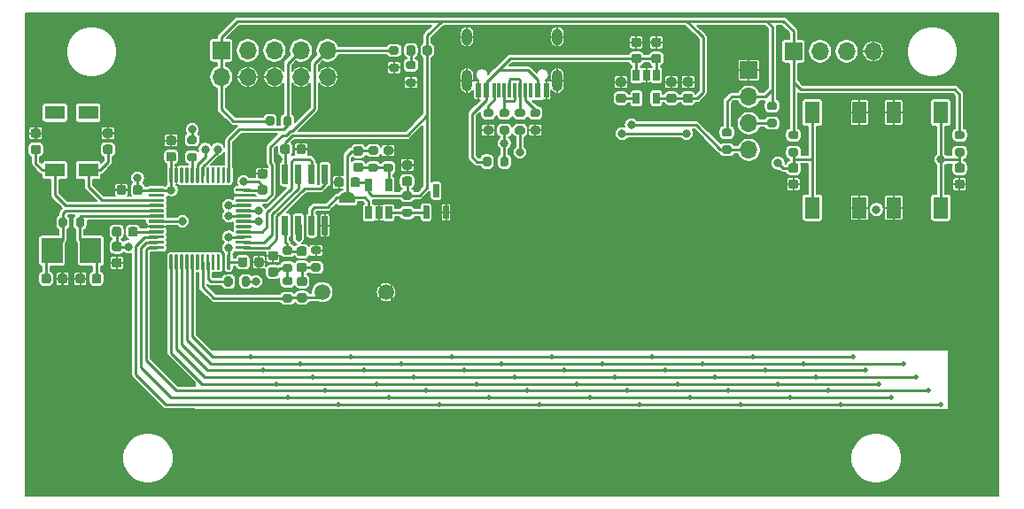
<source format=gtl>
G04 #@! TF.GenerationSoftware,KiCad,Pcbnew,(5.1.12)-1*
G04 #@! TF.CreationDate,2024-09-15T14:26:27+03:00*
G04 #@! TF.ProjectId,CaliperPCB,43616c69-7065-4725-9043-422e6b696361,rev?*
G04 #@! TF.SameCoordinates,Original*
G04 #@! TF.FileFunction,Copper,L1,Top*
G04 #@! TF.FilePolarity,Positive*
%FSLAX46Y46*%
G04 Gerber Fmt 4.6, Leading zero omitted, Abs format (unit mm)*
G04 Created by KiCad (PCBNEW (5.1.12)-1) date 2024-09-15 14:26:27*
%MOMM*%
%LPD*%
G01*
G04 APERTURE LIST*
G04 #@! TA.AperFunction,SMDPad,CuDef*
%ADD10C,1.500000*%
G04 #@! TD*
G04 #@! TA.AperFunction,ComponentPad*
%ADD11O,1.700000X1.700000*%
G04 #@! TD*
G04 #@! TA.AperFunction,ComponentPad*
%ADD12R,1.700000X1.700000*%
G04 #@! TD*
G04 #@! TA.AperFunction,ComponentPad*
%ADD13C,0.500000*%
G04 #@! TD*
G04 #@! TA.AperFunction,SMDPad,CuDef*
%ADD14R,0.650000X1.220000*%
G04 #@! TD*
G04 #@! TA.AperFunction,SMDPad,CuDef*
%ADD15R,0.650000X1.060000*%
G04 #@! TD*
G04 #@! TA.AperFunction,SMDPad,CuDef*
%ADD16C,0.100000*%
G04 #@! TD*
G04 #@! TA.AperFunction,SMDPad,CuDef*
%ADD17R,1.400000X2.100000*%
G04 #@! TD*
G04 #@! TA.AperFunction,SMDPad,CuDef*
%ADD18R,1.900000X1.300000*%
G04 #@! TD*
G04 #@! TA.AperFunction,SMDPad,CuDef*
%ADD19R,2.000000X2.400000*%
G04 #@! TD*
G04 #@! TA.AperFunction,ComponentPad*
%ADD20O,1.000000X1.600000*%
G04 #@! TD*
G04 #@! TA.AperFunction,ComponentPad*
%ADD21O,1.000000X2.100000*%
G04 #@! TD*
G04 #@! TA.AperFunction,SMDPad,CuDef*
%ADD22R,0.300000X1.450000*%
G04 #@! TD*
G04 #@! TA.AperFunction,SMDPad,CuDef*
%ADD23R,0.600000X1.450000*%
G04 #@! TD*
G04 #@! TA.AperFunction,ViaPad*
%ADD24C,0.800000*%
G04 #@! TD*
G04 #@! TA.AperFunction,Conductor*
%ADD25C,0.250000*%
G04 #@! TD*
G04 #@! TA.AperFunction,Conductor*
%ADD26C,0.600000*%
G04 #@! TD*
G04 #@! TA.AperFunction,Conductor*
%ADD27C,0.200000*%
G04 #@! TD*
G04 #@! TA.AperFunction,Conductor*
%ADD28C,0.100000*%
G04 #@! TD*
G04 APERTURE END LIST*
D10*
X144780000Y-109982000D03*
X138684000Y-109982000D03*
G04 #@! TA.AperFunction,SMDPad,CuDef*
G36*
G01*
X135105000Y-110170000D02*
X135655000Y-110170000D01*
G75*
G02*
X135855000Y-110370000I0J-200000D01*
G01*
X135855000Y-110770000D01*
G75*
G02*
X135655000Y-110970000I-200000J0D01*
G01*
X135105000Y-110970000D01*
G75*
G02*
X134905000Y-110770000I0J200000D01*
G01*
X134905000Y-110370000D01*
G75*
G02*
X135105000Y-110170000I200000J0D01*
G01*
G37*
G04 #@! TD.AperFunction*
G04 #@! TA.AperFunction,SMDPad,CuDef*
G36*
G01*
X135105000Y-108520000D02*
X135655000Y-108520000D01*
G75*
G02*
X135855000Y-108720000I0J-200000D01*
G01*
X135855000Y-109120000D01*
G75*
G02*
X135655000Y-109320000I-200000J0D01*
G01*
X135105000Y-109320000D01*
G75*
G02*
X134905000Y-109120000I0J200000D01*
G01*
X134905000Y-108720000D01*
G75*
G02*
X135105000Y-108520000I200000J0D01*
G01*
G37*
G04 #@! TD.AperFunction*
G04 #@! TA.AperFunction,SMDPad,CuDef*
G36*
G01*
X137824998Y-107225000D02*
X138374998Y-107225000D01*
G75*
G02*
X138574998Y-107425000I0J-200000D01*
G01*
X138574998Y-107825000D01*
G75*
G02*
X138374998Y-108025000I-200000J0D01*
G01*
X137824998Y-108025000D01*
G75*
G02*
X137624998Y-107825000I0J200000D01*
G01*
X137624998Y-107425000D01*
G75*
G02*
X137824998Y-107225000I200000J0D01*
G01*
G37*
G04 #@! TD.AperFunction*
G04 #@! TA.AperFunction,SMDPad,CuDef*
G36*
G01*
X137824998Y-105575000D02*
X138374998Y-105575000D01*
G75*
G02*
X138574998Y-105775000I0J-200000D01*
G01*
X138574998Y-106175000D01*
G75*
G02*
X138374998Y-106375000I-200000J0D01*
G01*
X137824998Y-106375000D01*
G75*
G02*
X137624998Y-106175000I0J200000D01*
G01*
X137624998Y-105775000D01*
G75*
G02*
X137824998Y-105575000I200000J0D01*
G01*
G37*
G04 #@! TD.AperFunction*
G04 #@! TA.AperFunction,SMDPad,CuDef*
G36*
G01*
X135091666Y-107270000D02*
X135641666Y-107270000D01*
G75*
G02*
X135841666Y-107470000I0J-200000D01*
G01*
X135841666Y-107870000D01*
G75*
G02*
X135641666Y-108070000I-200000J0D01*
G01*
X135091666Y-108070000D01*
G75*
G02*
X134891666Y-107870000I0J200000D01*
G01*
X134891666Y-107470000D01*
G75*
G02*
X135091666Y-107270000I200000J0D01*
G01*
G37*
G04 #@! TD.AperFunction*
G04 #@! TA.AperFunction,SMDPad,CuDef*
G36*
G01*
X135091666Y-105620000D02*
X135641666Y-105620000D01*
G75*
G02*
X135841666Y-105820000I0J-200000D01*
G01*
X135841666Y-106220000D01*
G75*
G02*
X135641666Y-106420000I-200000J0D01*
G01*
X135091666Y-106420000D01*
G75*
G02*
X134891666Y-106220000I0J200000D01*
G01*
X134891666Y-105820000D01*
G75*
G02*
X135091666Y-105620000I200000J0D01*
G01*
G37*
G04 #@! TD.AperFunction*
G04 #@! TA.AperFunction,SMDPad,CuDef*
G36*
G01*
X137010000Y-109420000D02*
X136510000Y-109420000D01*
G75*
G02*
X136285000Y-109195000I0J225000D01*
G01*
X136285000Y-108745000D01*
G75*
G02*
X136510000Y-108520000I225000J0D01*
G01*
X137010000Y-108520000D01*
G75*
G02*
X137235000Y-108745000I0J-225000D01*
G01*
X137235000Y-109195000D01*
G75*
G02*
X137010000Y-109420000I-225000J0D01*
G01*
G37*
G04 #@! TD.AperFunction*
G04 #@! TA.AperFunction,SMDPad,CuDef*
G36*
G01*
X137010000Y-110970000D02*
X136510000Y-110970000D01*
G75*
G02*
X136285000Y-110745000I0J225000D01*
G01*
X136285000Y-110295000D01*
G75*
G02*
X136510000Y-110070000I225000J0D01*
G01*
X137010000Y-110070000D01*
G75*
G02*
X137235000Y-110295000I0J-225000D01*
G01*
X137235000Y-110745000D01*
G75*
G02*
X137010000Y-110970000I-225000J0D01*
G01*
G37*
G04 #@! TD.AperFunction*
G04 #@! TA.AperFunction,SMDPad,CuDef*
G36*
G01*
X133750000Y-107605000D02*
X134250000Y-107605000D01*
G75*
G02*
X134475000Y-107830000I0J-225000D01*
G01*
X134475000Y-108280000D01*
G75*
G02*
X134250000Y-108505000I-225000J0D01*
G01*
X133750000Y-108505000D01*
G75*
G02*
X133525000Y-108280000I0J225000D01*
G01*
X133525000Y-107830000D01*
G75*
G02*
X133750000Y-107605000I225000J0D01*
G01*
G37*
G04 #@! TD.AperFunction*
G04 #@! TA.AperFunction,SMDPad,CuDef*
G36*
G01*
X133750000Y-106055000D02*
X134250000Y-106055000D01*
G75*
G02*
X134475000Y-106280000I0J-225000D01*
G01*
X134475000Y-106730000D01*
G75*
G02*
X134250000Y-106955000I-225000J0D01*
G01*
X133750000Y-106955000D01*
G75*
G02*
X133525000Y-106730000I0J225000D01*
G01*
X133525000Y-106280000D01*
G75*
G02*
X133750000Y-106055000I225000J0D01*
G01*
G37*
G04 #@! TD.AperFunction*
G04 #@! TA.AperFunction,SMDPad,CuDef*
G36*
G01*
X136983332Y-106520000D02*
X136483332Y-106520000D01*
G75*
G02*
X136258332Y-106295000I0J225000D01*
G01*
X136258332Y-105845000D01*
G75*
G02*
X136483332Y-105620000I225000J0D01*
G01*
X136983332Y-105620000D01*
G75*
G02*
X137208332Y-105845000I0J-225000D01*
G01*
X137208332Y-106295000D01*
G75*
G02*
X136983332Y-106520000I-225000J0D01*
G01*
G37*
G04 #@! TD.AperFunction*
G04 #@! TA.AperFunction,SMDPad,CuDef*
G36*
G01*
X136983332Y-108070000D02*
X136483332Y-108070000D01*
G75*
G02*
X136258332Y-107845000I0J225000D01*
G01*
X136258332Y-107395000D01*
G75*
G02*
X136483332Y-107170000I225000J0D01*
G01*
X136983332Y-107170000D01*
G75*
G02*
X137208332Y-107395000I0J-225000D01*
G01*
X137208332Y-107845000D01*
G75*
G02*
X136983332Y-108070000I-225000J0D01*
G01*
G37*
G04 #@! TD.AperFunction*
D11*
X139192000Y-89408000D03*
X139192000Y-86868000D03*
X136652000Y-89408000D03*
X136652000Y-86868000D03*
X134112000Y-89408000D03*
X134112000Y-86868000D03*
X131572000Y-89408000D03*
X131572000Y-86868000D03*
X129032000Y-89408000D03*
D12*
X129032000Y-86868000D03*
G04 #@! TA.AperFunction,SMDPad,CuDef*
G36*
G01*
X159335000Y-94905000D02*
X158785000Y-94905000D01*
G75*
G02*
X158585000Y-94705000I0J200000D01*
G01*
X158585000Y-94305000D01*
G75*
G02*
X158785000Y-94105000I200000J0D01*
G01*
X159335000Y-94105000D01*
G75*
G02*
X159535000Y-94305000I0J-200000D01*
G01*
X159535000Y-94705000D01*
G75*
G02*
X159335000Y-94905000I-200000J0D01*
G01*
G37*
G04 #@! TD.AperFunction*
G04 #@! TA.AperFunction,SMDPad,CuDef*
G36*
G01*
X159335000Y-93255000D02*
X158785000Y-93255000D01*
G75*
G02*
X158585000Y-93055000I0J200000D01*
G01*
X158585000Y-92655000D01*
G75*
G02*
X158785000Y-92455000I200000J0D01*
G01*
X159335000Y-92455000D01*
G75*
G02*
X159535000Y-92655000I0J-200000D01*
G01*
X159535000Y-93055000D01*
G75*
G02*
X159335000Y-93255000I-200000J0D01*
G01*
G37*
G04 #@! TD.AperFunction*
G04 #@! TA.AperFunction,SMDPad,CuDef*
G36*
G01*
X146555000Y-98935000D02*
X147055000Y-98935000D01*
G75*
G02*
X147280000Y-99160000I0J-225000D01*
G01*
X147280000Y-99610000D01*
G75*
G02*
X147055000Y-99835000I-225000J0D01*
G01*
X146555000Y-99835000D01*
G75*
G02*
X146330000Y-99610000I0J225000D01*
G01*
X146330000Y-99160000D01*
G75*
G02*
X146555000Y-98935000I225000J0D01*
G01*
G37*
G04 #@! TD.AperFunction*
G04 #@! TA.AperFunction,SMDPad,CuDef*
G36*
G01*
X146555000Y-97385000D02*
X147055000Y-97385000D01*
G75*
G02*
X147280000Y-97610000I0J-225000D01*
G01*
X147280000Y-98060000D01*
G75*
G02*
X147055000Y-98285000I-225000J0D01*
G01*
X146555000Y-98285000D01*
G75*
G02*
X146330000Y-98060000I0J225000D01*
G01*
X146330000Y-97610000D01*
G75*
G02*
X146555000Y-97385000I225000J0D01*
G01*
G37*
G04 #@! TD.AperFunction*
G04 #@! TA.AperFunction,SMDPad,CuDef*
G36*
G01*
X141395000Y-99720000D02*
X141395000Y-99220000D01*
G75*
G02*
X141620000Y-98995000I225000J0D01*
G01*
X142070000Y-98995000D01*
G75*
G02*
X142295000Y-99220000I0J-225000D01*
G01*
X142295000Y-99720000D01*
G75*
G02*
X142070000Y-99945000I-225000J0D01*
G01*
X141620000Y-99945000D01*
G75*
G02*
X141395000Y-99720000I0J225000D01*
G01*
G37*
G04 #@! TD.AperFunction*
G04 #@! TA.AperFunction,SMDPad,CuDef*
G36*
G01*
X139845000Y-99720000D02*
X139845000Y-99220000D01*
G75*
G02*
X140070000Y-98995000I225000J0D01*
G01*
X140520000Y-98995000D01*
G75*
G02*
X140745000Y-99220000I0J-225000D01*
G01*
X140745000Y-99720000D01*
G75*
G02*
X140520000Y-99945000I-225000J0D01*
G01*
X140070000Y-99945000D01*
G75*
G02*
X139845000Y-99720000I0J225000D01*
G01*
G37*
G04 #@! TD.AperFunction*
G04 #@! TA.AperFunction,SMDPad,CuDef*
G36*
G01*
X135585000Y-96060000D02*
X135585000Y-96560000D01*
G75*
G02*
X135360000Y-96785000I-225000J0D01*
G01*
X134910000Y-96785000D01*
G75*
G02*
X134685000Y-96560000I0J225000D01*
G01*
X134685000Y-96060000D01*
G75*
G02*
X134910000Y-95835000I225000J0D01*
G01*
X135360000Y-95835000D01*
G75*
G02*
X135585000Y-96060000I0J-225000D01*
G01*
G37*
G04 #@! TD.AperFunction*
G04 #@! TA.AperFunction,SMDPad,CuDef*
G36*
G01*
X137135000Y-96060000D02*
X137135000Y-96560000D01*
G75*
G02*
X136910000Y-96785000I-225000J0D01*
G01*
X136460000Y-96785000D01*
G75*
G02*
X136235000Y-96560000I0J225000D01*
G01*
X136235000Y-96060000D01*
G75*
G02*
X136460000Y-95835000I225000J0D01*
G01*
X136910000Y-95835000D01*
G75*
G02*
X137135000Y-96060000I0J-225000D01*
G01*
G37*
G04 #@! TD.AperFunction*
D13*
X197850000Y-120720000D03*
X196650000Y-119420000D03*
X195450000Y-118120000D03*
X194250000Y-116820000D03*
X193050000Y-120070000D03*
X191850000Y-118770000D03*
X190650000Y-117470000D03*
X189450000Y-116170000D03*
X188250000Y-120720000D03*
X178650000Y-120720000D03*
X169050000Y-120720000D03*
X159450000Y-120720000D03*
X149850000Y-120720000D03*
X140250000Y-120720000D03*
X184650000Y-116820000D03*
X175050000Y-116820000D03*
X165450000Y-116820000D03*
X155850000Y-116820000D03*
X146250000Y-116820000D03*
X136630000Y-116820000D03*
X181050000Y-117470000D03*
X171450000Y-117470000D03*
X161850000Y-117470000D03*
X152250000Y-117470000D03*
X142650000Y-117470000D03*
X133060000Y-117470000D03*
X187050000Y-119420000D03*
X177450000Y-119420000D03*
X167850000Y-119420000D03*
X158250000Y-119420000D03*
X148650000Y-119420000D03*
X138950000Y-119420000D03*
X185850000Y-118120000D03*
X176250000Y-118120000D03*
X166650000Y-118120000D03*
X157050000Y-118120000D03*
X147450000Y-118120000D03*
X137740000Y-118120000D03*
X183450000Y-120070000D03*
X173850000Y-120070000D03*
X164250000Y-120070000D03*
X154650000Y-120070000D03*
X145050000Y-120070000D03*
X135400000Y-120070000D03*
X182250000Y-118770000D03*
X172650000Y-118770000D03*
X163050000Y-118770000D03*
X153450000Y-118770000D03*
X143850000Y-118770000D03*
X134270000Y-118770000D03*
X179850000Y-116170000D03*
X170250000Y-116170000D03*
X160650000Y-116170000D03*
X151050000Y-116170000D03*
X141450000Y-116170000D03*
X131850000Y-116170000D03*
X136400000Y-104820000D03*
G04 #@! TA.AperFunction,SMDPad,CuDef*
G36*
G01*
X183470000Y-97665000D02*
X183970000Y-97665000D01*
G75*
G02*
X184195000Y-97890000I0J-225000D01*
G01*
X184195000Y-98340000D01*
G75*
G02*
X183970000Y-98565000I-225000J0D01*
G01*
X183470000Y-98565000D01*
G75*
G02*
X183245000Y-98340000I0J225000D01*
G01*
X183245000Y-97890000D01*
G75*
G02*
X183470000Y-97665000I225000J0D01*
G01*
G37*
G04 #@! TD.AperFunction*
G04 #@! TA.AperFunction,SMDPad,CuDef*
G36*
G01*
X183470000Y-99215000D02*
X183970000Y-99215000D01*
G75*
G02*
X184195000Y-99440000I0J-225000D01*
G01*
X184195000Y-99890000D01*
G75*
G02*
X183970000Y-100115000I-225000J0D01*
G01*
X183470000Y-100115000D01*
G75*
G02*
X183245000Y-99890000I0J225000D01*
G01*
X183245000Y-99440000D01*
G75*
G02*
X183470000Y-99215000I225000J0D01*
G01*
G37*
G04 #@! TD.AperFunction*
D11*
X179460000Y-96370000D03*
X179460000Y-93830000D03*
X179460000Y-91290000D03*
D12*
X179460000Y-88750000D03*
G04 #@! TA.AperFunction,SMDPad,CuDef*
G36*
G01*
X154845000Y-94905000D02*
X154295000Y-94905000D01*
G75*
G02*
X154095000Y-94705000I0J200000D01*
G01*
X154095000Y-94305000D01*
G75*
G02*
X154295000Y-94105000I200000J0D01*
G01*
X154845000Y-94105000D01*
G75*
G02*
X155045000Y-94305000I0J-200000D01*
G01*
X155045000Y-94705000D01*
G75*
G02*
X154845000Y-94905000I-200000J0D01*
G01*
G37*
G04 #@! TD.AperFunction*
G04 #@! TA.AperFunction,SMDPad,CuDef*
G36*
G01*
X154845000Y-93255000D02*
X154295000Y-93255000D01*
G75*
G02*
X154095000Y-93055000I0J200000D01*
G01*
X154095000Y-92655000D01*
G75*
G02*
X154295000Y-92455000I200000J0D01*
G01*
X154845000Y-92455000D01*
G75*
G02*
X155045000Y-92655000I0J-200000D01*
G01*
X155045000Y-93055000D01*
G75*
G02*
X154845000Y-93255000I-200000J0D01*
G01*
G37*
G04 #@! TD.AperFunction*
G04 #@! TA.AperFunction,SMDPad,CuDef*
G36*
G01*
X154048000Y-97785000D02*
X154048000Y-97235000D01*
G75*
G02*
X154248000Y-97035000I200000J0D01*
G01*
X154648000Y-97035000D01*
G75*
G02*
X154848000Y-97235000I0J-200000D01*
G01*
X154848000Y-97785000D01*
G75*
G02*
X154648000Y-97985000I-200000J0D01*
G01*
X154248000Y-97985000D01*
G75*
G02*
X154048000Y-97785000I0J200000D01*
G01*
G37*
G04 #@! TD.AperFunction*
G04 #@! TA.AperFunction,SMDPad,CuDef*
G36*
G01*
X155698000Y-97785000D02*
X155698000Y-97235000D01*
G75*
G02*
X155898000Y-97035000I200000J0D01*
G01*
X156298000Y-97035000D01*
G75*
G02*
X156498000Y-97235000I0J-200000D01*
G01*
X156498000Y-97785000D01*
G75*
G02*
X156298000Y-97985000I-200000J0D01*
G01*
X155898000Y-97985000D01*
G75*
G02*
X155698000Y-97785000I0J200000D01*
G01*
G37*
G04 #@! TD.AperFunction*
G04 #@! TA.AperFunction,SMDPad,CuDef*
G36*
G01*
X155823000Y-92455000D02*
X156373000Y-92455000D01*
G75*
G02*
X156573000Y-92655000I0J-200000D01*
G01*
X156573000Y-93055000D01*
G75*
G02*
X156373000Y-93255000I-200000J0D01*
G01*
X155823000Y-93255000D01*
G75*
G02*
X155623000Y-93055000I0J200000D01*
G01*
X155623000Y-92655000D01*
G75*
G02*
X155823000Y-92455000I200000J0D01*
G01*
G37*
G04 #@! TD.AperFunction*
G04 #@! TA.AperFunction,SMDPad,CuDef*
G36*
G01*
X155823000Y-94105000D02*
X156373000Y-94105000D01*
G75*
G02*
X156573000Y-94305000I0J-200000D01*
G01*
X156573000Y-94705000D01*
G75*
G02*
X156373000Y-94905000I-200000J0D01*
G01*
X155823000Y-94905000D01*
G75*
G02*
X155623000Y-94705000I0J200000D01*
G01*
X155623000Y-94305000D01*
G75*
G02*
X155823000Y-94105000I200000J0D01*
G01*
G37*
G04 #@! TD.AperFunction*
G04 #@! TA.AperFunction,SMDPad,CuDef*
G36*
G01*
X157323000Y-92455000D02*
X157873000Y-92455000D01*
G75*
G02*
X158073000Y-92655000I0J-200000D01*
G01*
X158073000Y-93055000D01*
G75*
G02*
X157873000Y-93255000I-200000J0D01*
G01*
X157323000Y-93255000D01*
G75*
G02*
X157123000Y-93055000I0J200000D01*
G01*
X157123000Y-92655000D01*
G75*
G02*
X157323000Y-92455000I200000J0D01*
G01*
G37*
G04 #@! TD.AperFunction*
G04 #@! TA.AperFunction,SMDPad,CuDef*
G36*
G01*
X157323000Y-94105000D02*
X157873000Y-94105000D01*
G75*
G02*
X158073000Y-94305000I0J-200000D01*
G01*
X158073000Y-94705000D01*
G75*
G02*
X157873000Y-94905000I-200000J0D01*
G01*
X157323000Y-94905000D01*
G75*
G02*
X157123000Y-94705000I0J200000D01*
G01*
X157123000Y-94305000D01*
G75*
G02*
X157323000Y-94105000I200000J0D01*
G01*
G37*
G04 #@! TD.AperFunction*
D14*
X143150000Y-102387500D03*
X144100000Y-102387500D03*
X145050000Y-102387500D03*
X145050000Y-99767500D03*
X143150000Y-99767500D03*
G04 #@! TA.AperFunction,SMDPad,CuDef*
G36*
G01*
X132740000Y-98210000D02*
X133240000Y-98210000D01*
G75*
G02*
X133465000Y-98435000I0J-225000D01*
G01*
X133465000Y-98885000D01*
G75*
G02*
X133240000Y-99110000I-225000J0D01*
G01*
X132740000Y-99110000D01*
G75*
G02*
X132515000Y-98885000I0J225000D01*
G01*
X132515000Y-98435000D01*
G75*
G02*
X132740000Y-98210000I225000J0D01*
G01*
G37*
G04 #@! TD.AperFunction*
G04 #@! TA.AperFunction,SMDPad,CuDef*
G36*
G01*
X132740000Y-99760000D02*
X133240000Y-99760000D01*
G75*
G02*
X133465000Y-99985000I0J-225000D01*
G01*
X133465000Y-100435000D01*
G75*
G02*
X133240000Y-100660000I-225000J0D01*
G01*
X132740000Y-100660000D01*
G75*
G02*
X132515000Y-100435000I0J225000D01*
G01*
X132515000Y-99985000D01*
G75*
G02*
X132740000Y-99760000I225000J0D01*
G01*
G37*
G04 #@! TD.AperFunction*
G04 #@! TA.AperFunction,SMDPad,CuDef*
G36*
G01*
X148851250Y-102997500D02*
X148408750Y-102997500D01*
G75*
G02*
X148335000Y-102923750I0J73750D01*
G01*
X148335000Y-101771250D01*
G75*
G02*
X148408750Y-101697500I73750J0D01*
G01*
X148851250Y-101697500D01*
G75*
G02*
X148925000Y-101771250I0J-73750D01*
G01*
X148925000Y-102923750D01*
G75*
G02*
X148851250Y-102997500I-73750J0D01*
G01*
G37*
G04 #@! TD.AperFunction*
G04 #@! TA.AperFunction,SMDPad,CuDef*
G36*
G01*
X150751250Y-102997500D02*
X150308750Y-102997500D01*
G75*
G02*
X150235000Y-102923750I0J73750D01*
G01*
X150235000Y-101771250D01*
G75*
G02*
X150308750Y-101697500I73750J0D01*
G01*
X150751250Y-101697500D01*
G75*
G02*
X150825000Y-101771250I0J-73750D01*
G01*
X150825000Y-102923750D01*
G75*
G02*
X150751250Y-102997500I-73750J0D01*
G01*
G37*
G04 #@! TD.AperFunction*
G04 #@! TA.AperFunction,SMDPad,CuDef*
G36*
G01*
X149801250Y-100947500D02*
X149358750Y-100947500D01*
G75*
G02*
X149285000Y-100873750I0J73750D01*
G01*
X149285000Y-99721250D01*
G75*
G02*
X149358750Y-99647500I73750J0D01*
G01*
X149801250Y-99647500D01*
G75*
G02*
X149875000Y-99721250I0J-73750D01*
G01*
X149875000Y-100873750D01*
G75*
G02*
X149801250Y-100947500I-73750J0D01*
G01*
G37*
G04 #@! TD.AperFunction*
D15*
X170620000Y-91440000D03*
X168720000Y-91440000D03*
X168720000Y-89240000D03*
X169670000Y-89240000D03*
X170620000Y-89240000D03*
G04 #@! TA.AperFunction,SMDPad,CuDef*
G36*
G01*
X135360000Y-99655000D02*
X134910000Y-99655000D01*
G75*
G02*
X134835000Y-99580000I0J75000D01*
G01*
X134835000Y-97830000D01*
G75*
G02*
X134910000Y-97755000I75000J0D01*
G01*
X135360000Y-97755000D01*
G75*
G02*
X135435000Y-97830000I0J-75000D01*
G01*
X135435000Y-99580000D01*
G75*
G02*
X135360000Y-99655000I-75000J0D01*
G01*
G37*
G04 #@! TD.AperFunction*
G04 #@! TA.AperFunction,SMDPad,CuDef*
G36*
G01*
X136630000Y-99655000D02*
X136180000Y-99655000D01*
G75*
G02*
X136105000Y-99580000I0J75000D01*
G01*
X136105000Y-97830000D01*
G75*
G02*
X136180000Y-97755000I75000J0D01*
G01*
X136630000Y-97755000D01*
G75*
G02*
X136705000Y-97830000I0J-75000D01*
G01*
X136705000Y-99580000D01*
G75*
G02*
X136630000Y-99655000I-75000J0D01*
G01*
G37*
G04 #@! TD.AperFunction*
G04 #@! TA.AperFunction,SMDPad,CuDef*
G36*
G01*
X137900000Y-99655000D02*
X137450000Y-99655000D01*
G75*
G02*
X137375000Y-99580000I0J75000D01*
G01*
X137375000Y-97830000D01*
G75*
G02*
X137450000Y-97755000I75000J0D01*
G01*
X137900000Y-97755000D01*
G75*
G02*
X137975000Y-97830000I0J-75000D01*
G01*
X137975000Y-99580000D01*
G75*
G02*
X137900000Y-99655000I-75000J0D01*
G01*
G37*
G04 #@! TD.AperFunction*
G04 #@! TA.AperFunction,SMDPad,CuDef*
G36*
G01*
X139170000Y-99655000D02*
X138720000Y-99655000D01*
G75*
G02*
X138645000Y-99580000I0J75000D01*
G01*
X138645000Y-97830000D01*
G75*
G02*
X138720000Y-97755000I75000J0D01*
G01*
X139170000Y-97755000D01*
G75*
G02*
X139245000Y-97830000I0J-75000D01*
G01*
X139245000Y-99580000D01*
G75*
G02*
X139170000Y-99655000I-75000J0D01*
G01*
G37*
G04 #@! TD.AperFunction*
G04 #@! TA.AperFunction,SMDPad,CuDef*
G36*
G01*
X139170000Y-104565000D02*
X138720000Y-104565000D01*
G75*
G02*
X138645000Y-104490000I0J75000D01*
G01*
X138645000Y-102740000D01*
G75*
G02*
X138720000Y-102665000I75000J0D01*
G01*
X139170000Y-102665000D01*
G75*
G02*
X139245000Y-102740000I0J-75000D01*
G01*
X139245000Y-104490000D01*
G75*
G02*
X139170000Y-104565000I-75000J0D01*
G01*
G37*
G04 #@! TD.AperFunction*
G04 #@! TA.AperFunction,SMDPad,CuDef*
G36*
G01*
X137900000Y-104565000D02*
X137450000Y-104565000D01*
G75*
G02*
X137375000Y-104490000I0J75000D01*
G01*
X137375000Y-102740000D01*
G75*
G02*
X137450000Y-102665000I75000J0D01*
G01*
X137900000Y-102665000D01*
G75*
G02*
X137975000Y-102740000I0J-75000D01*
G01*
X137975000Y-104490000D01*
G75*
G02*
X137900000Y-104565000I-75000J0D01*
G01*
G37*
G04 #@! TD.AperFunction*
G04 #@! TA.AperFunction,SMDPad,CuDef*
G36*
G01*
X136630000Y-104565000D02*
X136180000Y-104565000D01*
G75*
G02*
X136105000Y-104490000I0J75000D01*
G01*
X136105000Y-102740000D01*
G75*
G02*
X136180000Y-102665000I75000J0D01*
G01*
X136630000Y-102665000D01*
G75*
G02*
X136705000Y-102740000I0J-75000D01*
G01*
X136705000Y-104490000D01*
G75*
G02*
X136630000Y-104565000I-75000J0D01*
G01*
G37*
G04 #@! TD.AperFunction*
G04 #@! TA.AperFunction,SMDPad,CuDef*
G36*
G01*
X135360000Y-104565000D02*
X134910000Y-104565000D01*
G75*
G02*
X134835000Y-104490000I0J75000D01*
G01*
X134835000Y-102740000D01*
G75*
G02*
X134910000Y-102665000I75000J0D01*
G01*
X135360000Y-102665000D01*
G75*
G02*
X135435000Y-102740000I0J-75000D01*
G01*
X135435000Y-104490000D01*
G75*
G02*
X135360000Y-104565000I-75000J0D01*
G01*
G37*
G04 #@! TD.AperFunction*
G04 #@! TA.AperFunction,SMDPad,CuDef*
G36*
G01*
X130981000Y-109241000D02*
X130981000Y-108691000D01*
G75*
G02*
X131181000Y-108491000I200000J0D01*
G01*
X131581000Y-108491000D01*
G75*
G02*
X131781000Y-108691000I0J-200000D01*
G01*
X131781000Y-109241000D01*
G75*
G02*
X131581000Y-109441000I-200000J0D01*
G01*
X131181000Y-109441000D01*
G75*
G02*
X130981000Y-109241000I0J200000D01*
G01*
G37*
G04 #@! TD.AperFunction*
G04 #@! TA.AperFunction,SMDPad,CuDef*
G36*
G01*
X129331000Y-109241000D02*
X129331000Y-108691000D01*
G75*
G02*
X129531000Y-108491000I200000J0D01*
G01*
X129931000Y-108491000D01*
G75*
G02*
X130131000Y-108691000I0J-200000D01*
G01*
X130131000Y-109241000D01*
G75*
G02*
X129931000Y-109441000I-200000J0D01*
G01*
X129531000Y-109441000D01*
G75*
G02*
X129331000Y-109241000I0J200000D01*
G01*
G37*
G04 #@! TD.AperFunction*
G04 #@! TA.AperFunction,SMDPad,CuDef*
G36*
G01*
X125981000Y-96685000D02*
X126531000Y-96685000D01*
G75*
G02*
X126731000Y-96885000I0J-200000D01*
G01*
X126731000Y-97285000D01*
G75*
G02*
X126531000Y-97485000I-200000J0D01*
G01*
X125981000Y-97485000D01*
G75*
G02*
X125781000Y-97285000I0J200000D01*
G01*
X125781000Y-96885000D01*
G75*
G02*
X125981000Y-96685000I200000J0D01*
G01*
G37*
G04 #@! TD.AperFunction*
G04 #@! TA.AperFunction,SMDPad,CuDef*
G36*
G01*
X125981000Y-95035000D02*
X126531000Y-95035000D01*
G75*
G02*
X126731000Y-95235000I0J-200000D01*
G01*
X126731000Y-95635000D01*
G75*
G02*
X126531000Y-95835000I-200000J0D01*
G01*
X125981000Y-95835000D01*
G75*
G02*
X125781000Y-95635000I0J200000D01*
G01*
X125781000Y-95235000D01*
G75*
G02*
X125981000Y-95035000I200000J0D01*
G01*
G37*
G04 #@! TD.AperFunction*
G04 #@! TA.AperFunction,SMDPad,CuDef*
D16*
G36*
X141819398Y-102247500D02*
G01*
X141819398Y-102272034D01*
X141814588Y-102320865D01*
X141805016Y-102368990D01*
X141790772Y-102415945D01*
X141771995Y-102461278D01*
X141748864Y-102504551D01*
X141721604Y-102545350D01*
X141690476Y-102583279D01*
X141655779Y-102617976D01*
X141617850Y-102649104D01*
X141577051Y-102676364D01*
X141533778Y-102699495D01*
X141488445Y-102718272D01*
X141441490Y-102732516D01*
X141393365Y-102742088D01*
X141344534Y-102746898D01*
X141320000Y-102746898D01*
X141320000Y-102747500D01*
X140820000Y-102747500D01*
X140820000Y-102746898D01*
X140795466Y-102746898D01*
X140746635Y-102742088D01*
X140698510Y-102732516D01*
X140651555Y-102718272D01*
X140606222Y-102699495D01*
X140562949Y-102676364D01*
X140522150Y-102649104D01*
X140484221Y-102617976D01*
X140449524Y-102583279D01*
X140418396Y-102545350D01*
X140391136Y-102504551D01*
X140368005Y-102461278D01*
X140349228Y-102415945D01*
X140334984Y-102368990D01*
X140325412Y-102320865D01*
X140320602Y-102272034D01*
X140320602Y-102247500D01*
X140320000Y-102247500D01*
X140320000Y-101747500D01*
X141820000Y-101747500D01*
X141820000Y-102247500D01*
X141819398Y-102247500D01*
G37*
G04 #@! TD.AperFunction*
G04 #@! TA.AperFunction,SMDPad,CuDef*
G36*
X140320000Y-101447500D02*
G01*
X140320000Y-100947500D01*
X140320602Y-100947500D01*
X140320602Y-100922966D01*
X140325412Y-100874135D01*
X140334984Y-100826010D01*
X140349228Y-100779055D01*
X140368005Y-100733722D01*
X140391136Y-100690449D01*
X140418396Y-100649650D01*
X140449524Y-100611721D01*
X140484221Y-100577024D01*
X140522150Y-100545896D01*
X140562949Y-100518636D01*
X140606222Y-100495505D01*
X140651555Y-100476728D01*
X140698510Y-100462484D01*
X140746635Y-100452912D01*
X140795466Y-100448102D01*
X140820000Y-100448102D01*
X140820000Y-100447500D01*
X141320000Y-100447500D01*
X141320000Y-100448102D01*
X141344534Y-100448102D01*
X141393365Y-100452912D01*
X141441490Y-100462484D01*
X141488445Y-100476728D01*
X141533778Y-100495505D01*
X141577051Y-100518636D01*
X141617850Y-100545896D01*
X141655779Y-100577024D01*
X141690476Y-100611721D01*
X141721604Y-100649650D01*
X141748864Y-100690449D01*
X141771995Y-100733722D01*
X141790772Y-100779055D01*
X141805016Y-100826010D01*
X141814588Y-100874135D01*
X141819398Y-100922966D01*
X141819398Y-100947500D01*
X141820000Y-100947500D01*
X141820000Y-101447500D01*
X140320000Y-101447500D01*
G37*
G04 #@! TD.AperFunction*
G04 #@! TA.AperFunction,SMDPad,CuDef*
G36*
G01*
X177645000Y-96770000D02*
X177095000Y-96770000D01*
G75*
G02*
X176895000Y-96570000I0J200000D01*
G01*
X176895000Y-96170000D01*
G75*
G02*
X177095000Y-95970000I200000J0D01*
G01*
X177645000Y-95970000D01*
G75*
G02*
X177845000Y-96170000I0J-200000D01*
G01*
X177845000Y-96570000D01*
G75*
G02*
X177645000Y-96770000I-200000J0D01*
G01*
G37*
G04 #@! TD.AperFunction*
G04 #@! TA.AperFunction,SMDPad,CuDef*
G36*
G01*
X177645000Y-95120000D02*
X177095000Y-95120000D01*
G75*
G02*
X176895000Y-94920000I0J200000D01*
G01*
X176895000Y-94520000D01*
G75*
G02*
X177095000Y-94320000I200000J0D01*
G01*
X177645000Y-94320000D01*
G75*
G02*
X177845000Y-94520000I0J-200000D01*
G01*
X177845000Y-94920000D01*
G75*
G02*
X177645000Y-95120000I-200000J0D01*
G01*
G37*
G04 #@! TD.AperFunction*
G04 #@! TA.AperFunction,SMDPad,CuDef*
G36*
G01*
X147080000Y-101137500D02*
X146530000Y-101137500D01*
G75*
G02*
X146330000Y-100937500I0J200000D01*
G01*
X146330000Y-100537500D01*
G75*
G02*
X146530000Y-100337500I200000J0D01*
G01*
X147080000Y-100337500D01*
G75*
G02*
X147280000Y-100537500I0J-200000D01*
G01*
X147280000Y-100937500D01*
G75*
G02*
X147080000Y-101137500I-200000J0D01*
G01*
G37*
G04 #@! TD.AperFunction*
G04 #@! TA.AperFunction,SMDPad,CuDef*
G36*
G01*
X147080000Y-102787500D02*
X146530000Y-102787500D01*
G75*
G02*
X146330000Y-102587500I0J200000D01*
G01*
X146330000Y-102187500D01*
G75*
G02*
X146530000Y-101987500I200000J0D01*
G01*
X147080000Y-101987500D01*
G75*
G02*
X147280000Y-102187500I0J-200000D01*
G01*
X147280000Y-102587500D01*
G75*
G02*
X147080000Y-102787500I-200000J0D01*
G01*
G37*
G04 #@! TD.AperFunction*
G04 #@! TA.AperFunction,SMDPad,CuDef*
G36*
G01*
X143840000Y-96845000D02*
X143290000Y-96845000D01*
G75*
G02*
X143090000Y-96645000I0J200000D01*
G01*
X143090000Y-96245000D01*
G75*
G02*
X143290000Y-96045000I200000J0D01*
G01*
X143840000Y-96045000D01*
G75*
G02*
X144040000Y-96245000I0J-200000D01*
G01*
X144040000Y-96645000D01*
G75*
G02*
X143840000Y-96845000I-200000J0D01*
G01*
G37*
G04 #@! TD.AperFunction*
G04 #@! TA.AperFunction,SMDPad,CuDef*
G36*
G01*
X143840000Y-98495000D02*
X143290000Y-98495000D01*
G75*
G02*
X143090000Y-98295000I0J200000D01*
G01*
X143090000Y-97895000D01*
G75*
G02*
X143290000Y-97695000I200000J0D01*
G01*
X143840000Y-97695000D01*
G75*
G02*
X144040000Y-97895000I0J-200000D01*
G01*
X144040000Y-98295000D01*
G75*
G02*
X143840000Y-98495000I-200000J0D01*
G01*
G37*
G04 #@! TD.AperFunction*
G04 #@! TA.AperFunction,SMDPad,CuDef*
G36*
G01*
X144725000Y-97695000D02*
X145275000Y-97695000D01*
G75*
G02*
X145475000Y-97895000I0J-200000D01*
G01*
X145475000Y-98295000D01*
G75*
G02*
X145275000Y-98495000I-200000J0D01*
G01*
X144725000Y-98495000D01*
G75*
G02*
X144525000Y-98295000I0J200000D01*
G01*
X144525000Y-97895000D01*
G75*
G02*
X144725000Y-97695000I200000J0D01*
G01*
G37*
G04 #@! TD.AperFunction*
G04 #@! TA.AperFunction,SMDPad,CuDef*
G36*
G01*
X144725000Y-96045000D02*
X145275000Y-96045000D01*
G75*
G02*
X145475000Y-96245000I0J-200000D01*
G01*
X145475000Y-96645000D01*
G75*
G02*
X145275000Y-96845000I-200000J0D01*
G01*
X144725000Y-96845000D01*
G75*
G02*
X144525000Y-96645000I0J200000D01*
G01*
X144525000Y-96245000D01*
G75*
G02*
X144725000Y-96045000I200000J0D01*
G01*
G37*
G04 #@! TD.AperFunction*
G04 #@! TA.AperFunction,SMDPad,CuDef*
G36*
G01*
X142380000Y-96945000D02*
X141880000Y-96945000D01*
G75*
G02*
X141655000Y-96720000I0J225000D01*
G01*
X141655000Y-96270000D01*
G75*
G02*
X141880000Y-96045000I225000J0D01*
G01*
X142380000Y-96045000D01*
G75*
G02*
X142605000Y-96270000I0J-225000D01*
G01*
X142605000Y-96720000D01*
G75*
G02*
X142380000Y-96945000I-225000J0D01*
G01*
G37*
G04 #@! TD.AperFunction*
G04 #@! TA.AperFunction,SMDPad,CuDef*
G36*
G01*
X142380000Y-98495000D02*
X141880000Y-98495000D01*
G75*
G02*
X141655000Y-98270000I0J225000D01*
G01*
X141655000Y-97820000D01*
G75*
G02*
X141880000Y-97595000I225000J0D01*
G01*
X142380000Y-97595000D01*
G75*
G02*
X142605000Y-97820000I0J-225000D01*
G01*
X142605000Y-98270000D01*
G75*
G02*
X142380000Y-98495000I-225000J0D01*
G01*
G37*
G04 #@! TD.AperFunction*
D17*
X193318333Y-101905000D03*
X193318333Y-92805000D03*
X197818333Y-92805000D03*
X197818333Y-101905000D03*
X190034334Y-92805000D03*
X190034334Y-101905000D03*
X185534334Y-101905000D03*
X185534334Y-92805000D03*
G04 #@! TA.AperFunction,SMDPad,CuDef*
G36*
G01*
X147440000Y-90340000D02*
X146890000Y-90340000D01*
G75*
G02*
X146690000Y-90140000I0J200000D01*
G01*
X146690000Y-89740000D01*
G75*
G02*
X146890000Y-89540000I200000J0D01*
G01*
X147440000Y-89540000D01*
G75*
G02*
X147640000Y-89740000I0J-200000D01*
G01*
X147640000Y-90140000D01*
G75*
G02*
X147440000Y-90340000I-200000J0D01*
G01*
G37*
G04 #@! TD.AperFunction*
G04 #@! TA.AperFunction,SMDPad,CuDef*
G36*
G01*
X147440000Y-88690000D02*
X146890000Y-88690000D01*
G75*
G02*
X146690000Y-88490000I0J200000D01*
G01*
X146690000Y-88090000D01*
G75*
G02*
X146890000Y-87890000I200000J0D01*
G01*
X147440000Y-87890000D01*
G75*
G02*
X147640000Y-88090000I0J-200000D01*
G01*
X147640000Y-88490000D01*
G75*
G02*
X147440000Y-88690000I-200000J0D01*
G01*
G37*
G04 #@! TD.AperFunction*
G04 #@! TA.AperFunction,SMDPad,CuDef*
G36*
G01*
X146727500Y-87124250D02*
X146727500Y-86611750D01*
G75*
G02*
X146946250Y-86393000I218750J0D01*
G01*
X147383750Y-86393000D01*
G75*
G02*
X147602500Y-86611750I0J-218750D01*
G01*
X147602500Y-87124250D01*
G75*
G02*
X147383750Y-87343000I-218750J0D01*
G01*
X146946250Y-87343000D01*
G75*
G02*
X146727500Y-87124250I0J218750D01*
G01*
G37*
G04 #@! TD.AperFunction*
G04 #@! TA.AperFunction,SMDPad,CuDef*
G36*
G01*
X148302500Y-87124250D02*
X148302500Y-86611750D01*
G75*
G02*
X148521250Y-86393000I218750J0D01*
G01*
X148958750Y-86393000D01*
G75*
G02*
X149177500Y-86611750I0J-218750D01*
G01*
X149177500Y-87124250D01*
G75*
G02*
X148958750Y-87343000I-218750J0D01*
G01*
X148521250Y-87343000D01*
G75*
G02*
X148302500Y-87124250I0J218750D01*
G01*
G37*
G04 #@! TD.AperFunction*
G04 #@! TA.AperFunction,SMDPad,CuDef*
G36*
G01*
X199899000Y-97010000D02*
X199349000Y-97010000D01*
G75*
G02*
X199149000Y-96810000I0J200000D01*
G01*
X199149000Y-96410000D01*
G75*
G02*
X199349000Y-96210000I200000J0D01*
G01*
X199899000Y-96210000D01*
G75*
G02*
X200099000Y-96410000I0J-200000D01*
G01*
X200099000Y-96810000D01*
G75*
G02*
X199899000Y-97010000I-200000J0D01*
G01*
G37*
G04 #@! TD.AperFunction*
G04 #@! TA.AperFunction,SMDPad,CuDef*
G36*
G01*
X199899000Y-95360000D02*
X199349000Y-95360000D01*
G75*
G02*
X199149000Y-95160000I0J200000D01*
G01*
X199149000Y-94760000D01*
G75*
G02*
X199349000Y-94560000I200000J0D01*
G01*
X199899000Y-94560000D01*
G75*
G02*
X200099000Y-94760000I0J-200000D01*
G01*
X200099000Y-95160000D01*
G75*
G02*
X199899000Y-95360000I-200000J0D01*
G01*
G37*
G04 #@! TD.AperFunction*
G04 #@! TA.AperFunction,SMDPad,CuDef*
G36*
G01*
X199374000Y-97665000D02*
X199874000Y-97665000D01*
G75*
G02*
X200099000Y-97890000I0J-225000D01*
G01*
X200099000Y-98340000D01*
G75*
G02*
X199874000Y-98565000I-225000J0D01*
G01*
X199374000Y-98565000D01*
G75*
G02*
X199149000Y-98340000I0J225000D01*
G01*
X199149000Y-97890000D01*
G75*
G02*
X199374000Y-97665000I225000J0D01*
G01*
G37*
G04 #@! TD.AperFunction*
G04 #@! TA.AperFunction,SMDPad,CuDef*
G36*
G01*
X199374000Y-99215000D02*
X199874000Y-99215000D01*
G75*
G02*
X200099000Y-99440000I0J-225000D01*
G01*
X200099000Y-99890000D01*
G75*
G02*
X199874000Y-100115000I-225000J0D01*
G01*
X199374000Y-100115000D01*
G75*
G02*
X199149000Y-99890000I0J225000D01*
G01*
X199149000Y-99440000D01*
G75*
G02*
X199374000Y-99215000I225000J0D01*
G01*
G37*
G04 #@! TD.AperFunction*
G04 #@! TA.AperFunction,SMDPad,CuDef*
G36*
G01*
X124006000Y-95035000D02*
X124506000Y-95035000D01*
G75*
G02*
X124731000Y-95260000I0J-225000D01*
G01*
X124731000Y-95710000D01*
G75*
G02*
X124506000Y-95935000I-225000J0D01*
G01*
X124006000Y-95935000D01*
G75*
G02*
X123781000Y-95710000I0J225000D01*
G01*
X123781000Y-95260000D01*
G75*
G02*
X124006000Y-95035000I225000J0D01*
G01*
G37*
G04 #@! TD.AperFunction*
G04 #@! TA.AperFunction,SMDPad,CuDef*
G36*
G01*
X124006000Y-96585000D02*
X124506000Y-96585000D01*
G75*
G02*
X124731000Y-96810000I0J-225000D01*
G01*
X124731000Y-97260000D01*
G75*
G02*
X124506000Y-97485000I-225000J0D01*
G01*
X124006000Y-97485000D01*
G75*
G02*
X123781000Y-97260000I0J225000D01*
G01*
X123781000Y-96810000D01*
G75*
G02*
X124006000Y-96585000I225000J0D01*
G01*
G37*
G04 #@! TD.AperFunction*
G04 #@! TA.AperFunction,SMDPad,CuDef*
G36*
G01*
X181965000Y-94230000D02*
X181415000Y-94230000D01*
G75*
G02*
X181215000Y-94030000I0J200000D01*
G01*
X181215000Y-93630000D01*
G75*
G02*
X181415000Y-93430000I200000J0D01*
G01*
X181965000Y-93430000D01*
G75*
G02*
X182165000Y-93630000I0J-200000D01*
G01*
X182165000Y-94030000D01*
G75*
G02*
X181965000Y-94230000I-200000J0D01*
G01*
G37*
G04 #@! TD.AperFunction*
G04 #@! TA.AperFunction,SMDPad,CuDef*
G36*
G01*
X181965000Y-92580000D02*
X181415000Y-92580000D01*
G75*
G02*
X181215000Y-92380000I0J200000D01*
G01*
X181215000Y-91980000D01*
G75*
G02*
X181415000Y-91780000I200000J0D01*
G01*
X181965000Y-91780000D01*
G75*
G02*
X182165000Y-91980000I0J-200000D01*
G01*
X182165000Y-92380000D01*
G75*
G02*
X181965000Y-92580000I-200000J0D01*
G01*
G37*
G04 #@! TD.AperFunction*
D12*
X183720000Y-86950000D03*
D11*
X186260000Y-86950000D03*
X188800000Y-86950000D03*
X191340000Y-86950000D03*
D18*
X116330000Y-98320000D03*
X116330000Y-92820000D03*
X113130000Y-92820000D03*
X113130000Y-98320000D03*
D19*
X112866000Y-106005000D03*
X116566000Y-106005000D03*
D20*
X152528000Y-85564000D03*
X161168000Y-85564000D03*
D21*
X161168000Y-89744000D03*
X152528000Y-89744000D03*
D22*
X157098000Y-90659000D03*
X155098000Y-90659000D03*
X155598000Y-90659000D03*
X156098000Y-90659000D03*
X156598000Y-90659000D03*
X157598000Y-90659000D03*
X158098000Y-90659000D03*
X158598000Y-90659000D03*
D23*
X153598000Y-90659000D03*
X154398000Y-90659000D03*
X159298000Y-90659000D03*
X160098000Y-90659000D03*
X160098000Y-90659000D03*
X159298000Y-90659000D03*
X154398000Y-90659000D03*
X153598000Y-90659000D03*
G04 #@! TA.AperFunction,SMDPad,CuDef*
G36*
G01*
X133325000Y-93895000D02*
X133325000Y-93345000D01*
G75*
G02*
X133525000Y-93145000I200000J0D01*
G01*
X133925000Y-93145000D01*
G75*
G02*
X134125000Y-93345000I0J-200000D01*
G01*
X134125000Y-93895000D01*
G75*
G02*
X133925000Y-94095000I-200000J0D01*
G01*
X133525000Y-94095000D01*
G75*
G02*
X133325000Y-93895000I0J200000D01*
G01*
G37*
G04 #@! TD.AperFunction*
G04 #@! TA.AperFunction,SMDPad,CuDef*
G36*
G01*
X134975000Y-93895000D02*
X134975000Y-93345000D01*
G75*
G02*
X135175000Y-93145000I200000J0D01*
G01*
X135575000Y-93145000D01*
G75*
G02*
X135775000Y-93345000I0J-200000D01*
G01*
X135775000Y-93895000D01*
G75*
G02*
X135575000Y-94095000I-200000J0D01*
G01*
X135175000Y-94095000D01*
G75*
G02*
X134975000Y-93895000I0J200000D01*
G01*
G37*
G04 #@! TD.AperFunction*
G04 #@! TA.AperFunction,SMDPad,CuDef*
G36*
G01*
X119051000Y-100460000D02*
X119051000Y-99960000D01*
G75*
G02*
X119276000Y-99735000I225000J0D01*
G01*
X119726000Y-99735000D01*
G75*
G02*
X119951000Y-99960000I0J-225000D01*
G01*
X119951000Y-100460000D01*
G75*
G02*
X119726000Y-100685000I-225000J0D01*
G01*
X119276000Y-100685000D01*
G75*
G02*
X119051000Y-100460000I0J225000D01*
G01*
G37*
G04 #@! TD.AperFunction*
G04 #@! TA.AperFunction,SMDPad,CuDef*
G36*
G01*
X120601000Y-100460000D02*
X120601000Y-99960000D01*
G75*
G02*
X120826000Y-99735000I225000J0D01*
G01*
X121276000Y-99735000D01*
G75*
G02*
X121501000Y-99960000I0J-225000D01*
G01*
X121501000Y-100460000D01*
G75*
G02*
X121276000Y-100685000I-225000J0D01*
G01*
X120826000Y-100685000D01*
G75*
G02*
X120601000Y-100460000I0J225000D01*
G01*
G37*
G04 #@! TD.AperFunction*
G04 #@! TA.AperFunction,SMDPad,CuDef*
G36*
G01*
X118595000Y-104460000D02*
X118595000Y-103960000D01*
G75*
G02*
X118820000Y-103735000I225000J0D01*
G01*
X119270000Y-103735000D01*
G75*
G02*
X119495000Y-103960000I0J-225000D01*
G01*
X119495000Y-104460000D01*
G75*
G02*
X119270000Y-104685000I-225000J0D01*
G01*
X118820000Y-104685000D01*
G75*
G02*
X118595000Y-104460000I0J225000D01*
G01*
G37*
G04 #@! TD.AperFunction*
G04 #@! TA.AperFunction,SMDPad,CuDef*
G36*
G01*
X120145000Y-104460000D02*
X120145000Y-103960000D01*
G75*
G02*
X120370000Y-103735000I225000J0D01*
G01*
X120820000Y-103735000D01*
G75*
G02*
X121045000Y-103960000I0J-225000D01*
G01*
X121045000Y-104460000D01*
G75*
G02*
X120820000Y-104685000I-225000J0D01*
G01*
X120370000Y-104685000D01*
G75*
G02*
X120145000Y-104460000I0J225000D01*
G01*
G37*
G04 #@! TD.AperFunction*
G04 #@! TA.AperFunction,SMDPad,CuDef*
G36*
G01*
X145835000Y-88915000D02*
X145285000Y-88915000D01*
G75*
G02*
X145085000Y-88715000I0J200000D01*
G01*
X145085000Y-88315000D01*
G75*
G02*
X145285000Y-88115000I200000J0D01*
G01*
X145835000Y-88115000D01*
G75*
G02*
X146035000Y-88315000I0J-200000D01*
G01*
X146035000Y-88715000D01*
G75*
G02*
X145835000Y-88915000I-200000J0D01*
G01*
G37*
G04 #@! TD.AperFunction*
G04 #@! TA.AperFunction,SMDPad,CuDef*
G36*
G01*
X145835000Y-87265000D02*
X145285000Y-87265000D01*
G75*
G02*
X145085000Y-87065000I0J200000D01*
G01*
X145085000Y-86665000D01*
G75*
G02*
X145285000Y-86465000I200000J0D01*
G01*
X145835000Y-86465000D01*
G75*
G02*
X146035000Y-86665000I0J-200000D01*
G01*
X146035000Y-87065000D01*
G75*
G02*
X145835000Y-87265000I-200000J0D01*
G01*
G37*
G04 #@! TD.AperFunction*
G04 #@! TA.AperFunction,SMDPad,CuDef*
G36*
G01*
X122106000Y-100285000D02*
X122106000Y-100135000D01*
G75*
G02*
X122181000Y-100060000I75000J0D01*
G01*
X123506000Y-100060000D01*
G75*
G02*
X123581000Y-100135000I0J-75000D01*
G01*
X123581000Y-100285000D01*
G75*
G02*
X123506000Y-100360000I-75000J0D01*
G01*
X122181000Y-100360000D01*
G75*
G02*
X122106000Y-100285000I0J75000D01*
G01*
G37*
G04 #@! TD.AperFunction*
G04 #@! TA.AperFunction,SMDPad,CuDef*
G36*
G01*
X122106000Y-100785000D02*
X122106000Y-100635000D01*
G75*
G02*
X122181000Y-100560000I75000J0D01*
G01*
X123506000Y-100560000D01*
G75*
G02*
X123581000Y-100635000I0J-75000D01*
G01*
X123581000Y-100785000D01*
G75*
G02*
X123506000Y-100860000I-75000J0D01*
G01*
X122181000Y-100860000D01*
G75*
G02*
X122106000Y-100785000I0J75000D01*
G01*
G37*
G04 #@! TD.AperFunction*
G04 #@! TA.AperFunction,SMDPad,CuDef*
G36*
G01*
X122106000Y-101285000D02*
X122106000Y-101135000D01*
G75*
G02*
X122181000Y-101060000I75000J0D01*
G01*
X123506000Y-101060000D01*
G75*
G02*
X123581000Y-101135000I0J-75000D01*
G01*
X123581000Y-101285000D01*
G75*
G02*
X123506000Y-101360000I-75000J0D01*
G01*
X122181000Y-101360000D01*
G75*
G02*
X122106000Y-101285000I0J75000D01*
G01*
G37*
G04 #@! TD.AperFunction*
G04 #@! TA.AperFunction,SMDPad,CuDef*
G36*
G01*
X122106000Y-101785000D02*
X122106000Y-101635000D01*
G75*
G02*
X122181000Y-101560000I75000J0D01*
G01*
X123506000Y-101560000D01*
G75*
G02*
X123581000Y-101635000I0J-75000D01*
G01*
X123581000Y-101785000D01*
G75*
G02*
X123506000Y-101860000I-75000J0D01*
G01*
X122181000Y-101860000D01*
G75*
G02*
X122106000Y-101785000I0J75000D01*
G01*
G37*
G04 #@! TD.AperFunction*
G04 #@! TA.AperFunction,SMDPad,CuDef*
G36*
G01*
X122106000Y-102285000D02*
X122106000Y-102135000D01*
G75*
G02*
X122181000Y-102060000I75000J0D01*
G01*
X123506000Y-102060000D01*
G75*
G02*
X123581000Y-102135000I0J-75000D01*
G01*
X123581000Y-102285000D01*
G75*
G02*
X123506000Y-102360000I-75000J0D01*
G01*
X122181000Y-102360000D01*
G75*
G02*
X122106000Y-102285000I0J75000D01*
G01*
G37*
G04 #@! TD.AperFunction*
G04 #@! TA.AperFunction,SMDPad,CuDef*
G36*
G01*
X122106000Y-102785000D02*
X122106000Y-102635000D01*
G75*
G02*
X122181000Y-102560000I75000J0D01*
G01*
X123506000Y-102560000D01*
G75*
G02*
X123581000Y-102635000I0J-75000D01*
G01*
X123581000Y-102785000D01*
G75*
G02*
X123506000Y-102860000I-75000J0D01*
G01*
X122181000Y-102860000D01*
G75*
G02*
X122106000Y-102785000I0J75000D01*
G01*
G37*
G04 #@! TD.AperFunction*
G04 #@! TA.AperFunction,SMDPad,CuDef*
G36*
G01*
X122106000Y-103285000D02*
X122106000Y-103135000D01*
G75*
G02*
X122181000Y-103060000I75000J0D01*
G01*
X123506000Y-103060000D01*
G75*
G02*
X123581000Y-103135000I0J-75000D01*
G01*
X123581000Y-103285000D01*
G75*
G02*
X123506000Y-103360000I-75000J0D01*
G01*
X122181000Y-103360000D01*
G75*
G02*
X122106000Y-103285000I0J75000D01*
G01*
G37*
G04 #@! TD.AperFunction*
G04 #@! TA.AperFunction,SMDPad,CuDef*
G36*
G01*
X122106000Y-103785000D02*
X122106000Y-103635000D01*
G75*
G02*
X122181000Y-103560000I75000J0D01*
G01*
X123506000Y-103560000D01*
G75*
G02*
X123581000Y-103635000I0J-75000D01*
G01*
X123581000Y-103785000D01*
G75*
G02*
X123506000Y-103860000I-75000J0D01*
G01*
X122181000Y-103860000D01*
G75*
G02*
X122106000Y-103785000I0J75000D01*
G01*
G37*
G04 #@! TD.AperFunction*
G04 #@! TA.AperFunction,SMDPad,CuDef*
G36*
G01*
X122106000Y-104285000D02*
X122106000Y-104135000D01*
G75*
G02*
X122181000Y-104060000I75000J0D01*
G01*
X123506000Y-104060000D01*
G75*
G02*
X123581000Y-104135000I0J-75000D01*
G01*
X123581000Y-104285000D01*
G75*
G02*
X123506000Y-104360000I-75000J0D01*
G01*
X122181000Y-104360000D01*
G75*
G02*
X122106000Y-104285000I0J75000D01*
G01*
G37*
G04 #@! TD.AperFunction*
G04 #@! TA.AperFunction,SMDPad,CuDef*
G36*
G01*
X122106000Y-104785000D02*
X122106000Y-104635000D01*
G75*
G02*
X122181000Y-104560000I75000J0D01*
G01*
X123506000Y-104560000D01*
G75*
G02*
X123581000Y-104635000I0J-75000D01*
G01*
X123581000Y-104785000D01*
G75*
G02*
X123506000Y-104860000I-75000J0D01*
G01*
X122181000Y-104860000D01*
G75*
G02*
X122106000Y-104785000I0J75000D01*
G01*
G37*
G04 #@! TD.AperFunction*
G04 #@! TA.AperFunction,SMDPad,CuDef*
G36*
G01*
X122106000Y-105285000D02*
X122106000Y-105135000D01*
G75*
G02*
X122181000Y-105060000I75000J0D01*
G01*
X123506000Y-105060000D01*
G75*
G02*
X123581000Y-105135000I0J-75000D01*
G01*
X123581000Y-105285000D01*
G75*
G02*
X123506000Y-105360000I-75000J0D01*
G01*
X122181000Y-105360000D01*
G75*
G02*
X122106000Y-105285000I0J75000D01*
G01*
G37*
G04 #@! TD.AperFunction*
G04 #@! TA.AperFunction,SMDPad,CuDef*
G36*
G01*
X122106000Y-105785000D02*
X122106000Y-105635000D01*
G75*
G02*
X122181000Y-105560000I75000J0D01*
G01*
X123506000Y-105560000D01*
G75*
G02*
X123581000Y-105635000I0J-75000D01*
G01*
X123581000Y-105785000D01*
G75*
G02*
X123506000Y-105860000I-75000J0D01*
G01*
X122181000Y-105860000D01*
G75*
G02*
X122106000Y-105785000I0J75000D01*
G01*
G37*
G04 #@! TD.AperFunction*
G04 #@! TA.AperFunction,SMDPad,CuDef*
G36*
G01*
X124106000Y-107785000D02*
X124106000Y-106460000D01*
G75*
G02*
X124181000Y-106385000I75000J0D01*
G01*
X124331000Y-106385000D01*
G75*
G02*
X124406000Y-106460000I0J-75000D01*
G01*
X124406000Y-107785000D01*
G75*
G02*
X124331000Y-107860000I-75000J0D01*
G01*
X124181000Y-107860000D01*
G75*
G02*
X124106000Y-107785000I0J75000D01*
G01*
G37*
G04 #@! TD.AperFunction*
G04 #@! TA.AperFunction,SMDPad,CuDef*
G36*
G01*
X124606000Y-107785000D02*
X124606000Y-106460000D01*
G75*
G02*
X124681000Y-106385000I75000J0D01*
G01*
X124831000Y-106385000D01*
G75*
G02*
X124906000Y-106460000I0J-75000D01*
G01*
X124906000Y-107785000D01*
G75*
G02*
X124831000Y-107860000I-75000J0D01*
G01*
X124681000Y-107860000D01*
G75*
G02*
X124606000Y-107785000I0J75000D01*
G01*
G37*
G04 #@! TD.AperFunction*
G04 #@! TA.AperFunction,SMDPad,CuDef*
G36*
G01*
X125106000Y-107785000D02*
X125106000Y-106460000D01*
G75*
G02*
X125181000Y-106385000I75000J0D01*
G01*
X125331000Y-106385000D01*
G75*
G02*
X125406000Y-106460000I0J-75000D01*
G01*
X125406000Y-107785000D01*
G75*
G02*
X125331000Y-107860000I-75000J0D01*
G01*
X125181000Y-107860000D01*
G75*
G02*
X125106000Y-107785000I0J75000D01*
G01*
G37*
G04 #@! TD.AperFunction*
G04 #@! TA.AperFunction,SMDPad,CuDef*
G36*
G01*
X125606000Y-107785000D02*
X125606000Y-106460000D01*
G75*
G02*
X125681000Y-106385000I75000J0D01*
G01*
X125831000Y-106385000D01*
G75*
G02*
X125906000Y-106460000I0J-75000D01*
G01*
X125906000Y-107785000D01*
G75*
G02*
X125831000Y-107860000I-75000J0D01*
G01*
X125681000Y-107860000D01*
G75*
G02*
X125606000Y-107785000I0J75000D01*
G01*
G37*
G04 #@! TD.AperFunction*
G04 #@! TA.AperFunction,SMDPad,CuDef*
G36*
G01*
X126106000Y-107785000D02*
X126106000Y-106460000D01*
G75*
G02*
X126181000Y-106385000I75000J0D01*
G01*
X126331000Y-106385000D01*
G75*
G02*
X126406000Y-106460000I0J-75000D01*
G01*
X126406000Y-107785000D01*
G75*
G02*
X126331000Y-107860000I-75000J0D01*
G01*
X126181000Y-107860000D01*
G75*
G02*
X126106000Y-107785000I0J75000D01*
G01*
G37*
G04 #@! TD.AperFunction*
G04 #@! TA.AperFunction,SMDPad,CuDef*
G36*
G01*
X126606000Y-107785000D02*
X126606000Y-106460000D01*
G75*
G02*
X126681000Y-106385000I75000J0D01*
G01*
X126831000Y-106385000D01*
G75*
G02*
X126906000Y-106460000I0J-75000D01*
G01*
X126906000Y-107785000D01*
G75*
G02*
X126831000Y-107860000I-75000J0D01*
G01*
X126681000Y-107860000D01*
G75*
G02*
X126606000Y-107785000I0J75000D01*
G01*
G37*
G04 #@! TD.AperFunction*
G04 #@! TA.AperFunction,SMDPad,CuDef*
G36*
G01*
X127106000Y-107785000D02*
X127106000Y-106460000D01*
G75*
G02*
X127181000Y-106385000I75000J0D01*
G01*
X127331000Y-106385000D01*
G75*
G02*
X127406000Y-106460000I0J-75000D01*
G01*
X127406000Y-107785000D01*
G75*
G02*
X127331000Y-107860000I-75000J0D01*
G01*
X127181000Y-107860000D01*
G75*
G02*
X127106000Y-107785000I0J75000D01*
G01*
G37*
G04 #@! TD.AperFunction*
G04 #@! TA.AperFunction,SMDPad,CuDef*
G36*
G01*
X127606000Y-107785000D02*
X127606000Y-106460000D01*
G75*
G02*
X127681000Y-106385000I75000J0D01*
G01*
X127831000Y-106385000D01*
G75*
G02*
X127906000Y-106460000I0J-75000D01*
G01*
X127906000Y-107785000D01*
G75*
G02*
X127831000Y-107860000I-75000J0D01*
G01*
X127681000Y-107860000D01*
G75*
G02*
X127606000Y-107785000I0J75000D01*
G01*
G37*
G04 #@! TD.AperFunction*
G04 #@! TA.AperFunction,SMDPad,CuDef*
G36*
G01*
X128106000Y-107785000D02*
X128106000Y-106460000D01*
G75*
G02*
X128181000Y-106385000I75000J0D01*
G01*
X128331000Y-106385000D01*
G75*
G02*
X128406000Y-106460000I0J-75000D01*
G01*
X128406000Y-107785000D01*
G75*
G02*
X128331000Y-107860000I-75000J0D01*
G01*
X128181000Y-107860000D01*
G75*
G02*
X128106000Y-107785000I0J75000D01*
G01*
G37*
G04 #@! TD.AperFunction*
G04 #@! TA.AperFunction,SMDPad,CuDef*
G36*
G01*
X128606000Y-107785000D02*
X128606000Y-106460000D01*
G75*
G02*
X128681000Y-106385000I75000J0D01*
G01*
X128831000Y-106385000D01*
G75*
G02*
X128906000Y-106460000I0J-75000D01*
G01*
X128906000Y-107785000D01*
G75*
G02*
X128831000Y-107860000I-75000J0D01*
G01*
X128681000Y-107860000D01*
G75*
G02*
X128606000Y-107785000I0J75000D01*
G01*
G37*
G04 #@! TD.AperFunction*
G04 #@! TA.AperFunction,SMDPad,CuDef*
G36*
G01*
X129106000Y-107785000D02*
X129106000Y-106460000D01*
G75*
G02*
X129181000Y-106385000I75000J0D01*
G01*
X129331000Y-106385000D01*
G75*
G02*
X129406000Y-106460000I0J-75000D01*
G01*
X129406000Y-107785000D01*
G75*
G02*
X129331000Y-107860000I-75000J0D01*
G01*
X129181000Y-107860000D01*
G75*
G02*
X129106000Y-107785000I0J75000D01*
G01*
G37*
G04 #@! TD.AperFunction*
G04 #@! TA.AperFunction,SMDPad,CuDef*
G36*
G01*
X129606000Y-107785000D02*
X129606000Y-106460000D01*
G75*
G02*
X129681000Y-106385000I75000J0D01*
G01*
X129831000Y-106385000D01*
G75*
G02*
X129906000Y-106460000I0J-75000D01*
G01*
X129906000Y-107785000D01*
G75*
G02*
X129831000Y-107860000I-75000J0D01*
G01*
X129681000Y-107860000D01*
G75*
G02*
X129606000Y-107785000I0J75000D01*
G01*
G37*
G04 #@! TD.AperFunction*
G04 #@! TA.AperFunction,SMDPad,CuDef*
G36*
G01*
X130431000Y-105785000D02*
X130431000Y-105635000D01*
G75*
G02*
X130506000Y-105560000I75000J0D01*
G01*
X131831000Y-105560000D01*
G75*
G02*
X131906000Y-105635000I0J-75000D01*
G01*
X131906000Y-105785000D01*
G75*
G02*
X131831000Y-105860000I-75000J0D01*
G01*
X130506000Y-105860000D01*
G75*
G02*
X130431000Y-105785000I0J75000D01*
G01*
G37*
G04 #@! TD.AperFunction*
G04 #@! TA.AperFunction,SMDPad,CuDef*
G36*
G01*
X130431000Y-105285000D02*
X130431000Y-105135000D01*
G75*
G02*
X130506000Y-105060000I75000J0D01*
G01*
X131831000Y-105060000D01*
G75*
G02*
X131906000Y-105135000I0J-75000D01*
G01*
X131906000Y-105285000D01*
G75*
G02*
X131831000Y-105360000I-75000J0D01*
G01*
X130506000Y-105360000D01*
G75*
G02*
X130431000Y-105285000I0J75000D01*
G01*
G37*
G04 #@! TD.AperFunction*
G04 #@! TA.AperFunction,SMDPad,CuDef*
G36*
G01*
X130431000Y-104785000D02*
X130431000Y-104635000D01*
G75*
G02*
X130506000Y-104560000I75000J0D01*
G01*
X131831000Y-104560000D01*
G75*
G02*
X131906000Y-104635000I0J-75000D01*
G01*
X131906000Y-104785000D01*
G75*
G02*
X131831000Y-104860000I-75000J0D01*
G01*
X130506000Y-104860000D01*
G75*
G02*
X130431000Y-104785000I0J75000D01*
G01*
G37*
G04 #@! TD.AperFunction*
G04 #@! TA.AperFunction,SMDPad,CuDef*
G36*
G01*
X130431000Y-104285000D02*
X130431000Y-104135000D01*
G75*
G02*
X130506000Y-104060000I75000J0D01*
G01*
X131831000Y-104060000D01*
G75*
G02*
X131906000Y-104135000I0J-75000D01*
G01*
X131906000Y-104285000D01*
G75*
G02*
X131831000Y-104360000I-75000J0D01*
G01*
X130506000Y-104360000D01*
G75*
G02*
X130431000Y-104285000I0J75000D01*
G01*
G37*
G04 #@! TD.AperFunction*
G04 #@! TA.AperFunction,SMDPad,CuDef*
G36*
G01*
X130431000Y-103785000D02*
X130431000Y-103635000D01*
G75*
G02*
X130506000Y-103560000I75000J0D01*
G01*
X131831000Y-103560000D01*
G75*
G02*
X131906000Y-103635000I0J-75000D01*
G01*
X131906000Y-103785000D01*
G75*
G02*
X131831000Y-103860000I-75000J0D01*
G01*
X130506000Y-103860000D01*
G75*
G02*
X130431000Y-103785000I0J75000D01*
G01*
G37*
G04 #@! TD.AperFunction*
G04 #@! TA.AperFunction,SMDPad,CuDef*
G36*
G01*
X130431000Y-103285000D02*
X130431000Y-103135000D01*
G75*
G02*
X130506000Y-103060000I75000J0D01*
G01*
X131831000Y-103060000D01*
G75*
G02*
X131906000Y-103135000I0J-75000D01*
G01*
X131906000Y-103285000D01*
G75*
G02*
X131831000Y-103360000I-75000J0D01*
G01*
X130506000Y-103360000D01*
G75*
G02*
X130431000Y-103285000I0J75000D01*
G01*
G37*
G04 #@! TD.AperFunction*
G04 #@! TA.AperFunction,SMDPad,CuDef*
G36*
G01*
X130431000Y-102785000D02*
X130431000Y-102635000D01*
G75*
G02*
X130506000Y-102560000I75000J0D01*
G01*
X131831000Y-102560000D01*
G75*
G02*
X131906000Y-102635000I0J-75000D01*
G01*
X131906000Y-102785000D01*
G75*
G02*
X131831000Y-102860000I-75000J0D01*
G01*
X130506000Y-102860000D01*
G75*
G02*
X130431000Y-102785000I0J75000D01*
G01*
G37*
G04 #@! TD.AperFunction*
G04 #@! TA.AperFunction,SMDPad,CuDef*
G36*
G01*
X130431000Y-102285000D02*
X130431000Y-102135000D01*
G75*
G02*
X130506000Y-102060000I75000J0D01*
G01*
X131831000Y-102060000D01*
G75*
G02*
X131906000Y-102135000I0J-75000D01*
G01*
X131906000Y-102285000D01*
G75*
G02*
X131831000Y-102360000I-75000J0D01*
G01*
X130506000Y-102360000D01*
G75*
G02*
X130431000Y-102285000I0J75000D01*
G01*
G37*
G04 #@! TD.AperFunction*
G04 #@! TA.AperFunction,SMDPad,CuDef*
G36*
G01*
X130431000Y-101785000D02*
X130431000Y-101635000D01*
G75*
G02*
X130506000Y-101560000I75000J0D01*
G01*
X131831000Y-101560000D01*
G75*
G02*
X131906000Y-101635000I0J-75000D01*
G01*
X131906000Y-101785000D01*
G75*
G02*
X131831000Y-101860000I-75000J0D01*
G01*
X130506000Y-101860000D01*
G75*
G02*
X130431000Y-101785000I0J75000D01*
G01*
G37*
G04 #@! TD.AperFunction*
G04 #@! TA.AperFunction,SMDPad,CuDef*
G36*
G01*
X130431000Y-101285000D02*
X130431000Y-101135000D01*
G75*
G02*
X130506000Y-101060000I75000J0D01*
G01*
X131831000Y-101060000D01*
G75*
G02*
X131906000Y-101135000I0J-75000D01*
G01*
X131906000Y-101285000D01*
G75*
G02*
X131831000Y-101360000I-75000J0D01*
G01*
X130506000Y-101360000D01*
G75*
G02*
X130431000Y-101285000I0J75000D01*
G01*
G37*
G04 #@! TD.AperFunction*
G04 #@! TA.AperFunction,SMDPad,CuDef*
G36*
G01*
X130431000Y-100785000D02*
X130431000Y-100635000D01*
G75*
G02*
X130506000Y-100560000I75000J0D01*
G01*
X131831000Y-100560000D01*
G75*
G02*
X131906000Y-100635000I0J-75000D01*
G01*
X131906000Y-100785000D01*
G75*
G02*
X131831000Y-100860000I-75000J0D01*
G01*
X130506000Y-100860000D01*
G75*
G02*
X130431000Y-100785000I0J75000D01*
G01*
G37*
G04 #@! TD.AperFunction*
G04 #@! TA.AperFunction,SMDPad,CuDef*
G36*
G01*
X130431000Y-100285000D02*
X130431000Y-100135000D01*
G75*
G02*
X130506000Y-100060000I75000J0D01*
G01*
X131831000Y-100060000D01*
G75*
G02*
X131906000Y-100135000I0J-75000D01*
G01*
X131906000Y-100285000D01*
G75*
G02*
X131831000Y-100360000I-75000J0D01*
G01*
X130506000Y-100360000D01*
G75*
G02*
X130431000Y-100285000I0J75000D01*
G01*
G37*
G04 #@! TD.AperFunction*
G04 #@! TA.AperFunction,SMDPad,CuDef*
G36*
G01*
X129606000Y-99460000D02*
X129606000Y-98135000D01*
G75*
G02*
X129681000Y-98060000I75000J0D01*
G01*
X129831000Y-98060000D01*
G75*
G02*
X129906000Y-98135000I0J-75000D01*
G01*
X129906000Y-99460000D01*
G75*
G02*
X129831000Y-99535000I-75000J0D01*
G01*
X129681000Y-99535000D01*
G75*
G02*
X129606000Y-99460000I0J75000D01*
G01*
G37*
G04 #@! TD.AperFunction*
G04 #@! TA.AperFunction,SMDPad,CuDef*
G36*
G01*
X129106000Y-99460000D02*
X129106000Y-98135000D01*
G75*
G02*
X129181000Y-98060000I75000J0D01*
G01*
X129331000Y-98060000D01*
G75*
G02*
X129406000Y-98135000I0J-75000D01*
G01*
X129406000Y-99460000D01*
G75*
G02*
X129331000Y-99535000I-75000J0D01*
G01*
X129181000Y-99535000D01*
G75*
G02*
X129106000Y-99460000I0J75000D01*
G01*
G37*
G04 #@! TD.AperFunction*
G04 #@! TA.AperFunction,SMDPad,CuDef*
G36*
G01*
X128606000Y-99460000D02*
X128606000Y-98135000D01*
G75*
G02*
X128681000Y-98060000I75000J0D01*
G01*
X128831000Y-98060000D01*
G75*
G02*
X128906000Y-98135000I0J-75000D01*
G01*
X128906000Y-99460000D01*
G75*
G02*
X128831000Y-99535000I-75000J0D01*
G01*
X128681000Y-99535000D01*
G75*
G02*
X128606000Y-99460000I0J75000D01*
G01*
G37*
G04 #@! TD.AperFunction*
G04 #@! TA.AperFunction,SMDPad,CuDef*
G36*
G01*
X128106000Y-99460000D02*
X128106000Y-98135000D01*
G75*
G02*
X128181000Y-98060000I75000J0D01*
G01*
X128331000Y-98060000D01*
G75*
G02*
X128406000Y-98135000I0J-75000D01*
G01*
X128406000Y-99460000D01*
G75*
G02*
X128331000Y-99535000I-75000J0D01*
G01*
X128181000Y-99535000D01*
G75*
G02*
X128106000Y-99460000I0J75000D01*
G01*
G37*
G04 #@! TD.AperFunction*
G04 #@! TA.AperFunction,SMDPad,CuDef*
G36*
G01*
X127606000Y-99460000D02*
X127606000Y-98135000D01*
G75*
G02*
X127681000Y-98060000I75000J0D01*
G01*
X127831000Y-98060000D01*
G75*
G02*
X127906000Y-98135000I0J-75000D01*
G01*
X127906000Y-99460000D01*
G75*
G02*
X127831000Y-99535000I-75000J0D01*
G01*
X127681000Y-99535000D01*
G75*
G02*
X127606000Y-99460000I0J75000D01*
G01*
G37*
G04 #@! TD.AperFunction*
G04 #@! TA.AperFunction,SMDPad,CuDef*
G36*
G01*
X127106000Y-99460000D02*
X127106000Y-98135000D01*
G75*
G02*
X127181000Y-98060000I75000J0D01*
G01*
X127331000Y-98060000D01*
G75*
G02*
X127406000Y-98135000I0J-75000D01*
G01*
X127406000Y-99460000D01*
G75*
G02*
X127331000Y-99535000I-75000J0D01*
G01*
X127181000Y-99535000D01*
G75*
G02*
X127106000Y-99460000I0J75000D01*
G01*
G37*
G04 #@! TD.AperFunction*
G04 #@! TA.AperFunction,SMDPad,CuDef*
G36*
G01*
X126606000Y-99460000D02*
X126606000Y-98135000D01*
G75*
G02*
X126681000Y-98060000I75000J0D01*
G01*
X126831000Y-98060000D01*
G75*
G02*
X126906000Y-98135000I0J-75000D01*
G01*
X126906000Y-99460000D01*
G75*
G02*
X126831000Y-99535000I-75000J0D01*
G01*
X126681000Y-99535000D01*
G75*
G02*
X126606000Y-99460000I0J75000D01*
G01*
G37*
G04 #@! TD.AperFunction*
G04 #@! TA.AperFunction,SMDPad,CuDef*
G36*
G01*
X126106000Y-99460000D02*
X126106000Y-98135000D01*
G75*
G02*
X126181000Y-98060000I75000J0D01*
G01*
X126331000Y-98060000D01*
G75*
G02*
X126406000Y-98135000I0J-75000D01*
G01*
X126406000Y-99460000D01*
G75*
G02*
X126331000Y-99535000I-75000J0D01*
G01*
X126181000Y-99535000D01*
G75*
G02*
X126106000Y-99460000I0J75000D01*
G01*
G37*
G04 #@! TD.AperFunction*
G04 #@! TA.AperFunction,SMDPad,CuDef*
G36*
G01*
X125606000Y-99460000D02*
X125606000Y-98135000D01*
G75*
G02*
X125681000Y-98060000I75000J0D01*
G01*
X125831000Y-98060000D01*
G75*
G02*
X125906000Y-98135000I0J-75000D01*
G01*
X125906000Y-99460000D01*
G75*
G02*
X125831000Y-99535000I-75000J0D01*
G01*
X125681000Y-99535000D01*
G75*
G02*
X125606000Y-99460000I0J75000D01*
G01*
G37*
G04 #@! TD.AperFunction*
G04 #@! TA.AperFunction,SMDPad,CuDef*
G36*
G01*
X125106000Y-99460000D02*
X125106000Y-98135000D01*
G75*
G02*
X125181000Y-98060000I75000J0D01*
G01*
X125331000Y-98060000D01*
G75*
G02*
X125406000Y-98135000I0J-75000D01*
G01*
X125406000Y-99460000D01*
G75*
G02*
X125331000Y-99535000I-75000J0D01*
G01*
X125181000Y-99535000D01*
G75*
G02*
X125106000Y-99460000I0J75000D01*
G01*
G37*
G04 #@! TD.AperFunction*
G04 #@! TA.AperFunction,SMDPad,CuDef*
G36*
G01*
X124606000Y-99460000D02*
X124606000Y-98135000D01*
G75*
G02*
X124681000Y-98060000I75000J0D01*
G01*
X124831000Y-98060000D01*
G75*
G02*
X124906000Y-98135000I0J-75000D01*
G01*
X124906000Y-99460000D01*
G75*
G02*
X124831000Y-99535000I-75000J0D01*
G01*
X124681000Y-99535000D01*
G75*
G02*
X124606000Y-99460000I0J75000D01*
G01*
G37*
G04 #@! TD.AperFunction*
G04 #@! TA.AperFunction,SMDPad,CuDef*
G36*
G01*
X124106000Y-99460000D02*
X124106000Y-98135000D01*
G75*
G02*
X124181000Y-98060000I75000J0D01*
G01*
X124331000Y-98060000D01*
G75*
G02*
X124406000Y-98135000I0J-75000D01*
G01*
X124406000Y-99460000D01*
G75*
G02*
X124331000Y-99535000I-75000J0D01*
G01*
X124181000Y-99535000D01*
G75*
G02*
X124106000Y-99460000I0J75000D01*
G01*
G37*
G04 #@! TD.AperFunction*
G04 #@! TA.AperFunction,SMDPad,CuDef*
G36*
G01*
X183995000Y-95360000D02*
X183445000Y-95360000D01*
G75*
G02*
X183245000Y-95160000I0J200000D01*
G01*
X183245000Y-94760000D01*
G75*
G02*
X183445000Y-94560000I200000J0D01*
G01*
X183995000Y-94560000D01*
G75*
G02*
X184195000Y-94760000I0J-200000D01*
G01*
X184195000Y-95160000D01*
G75*
G02*
X183995000Y-95360000I-200000J0D01*
G01*
G37*
G04 #@! TD.AperFunction*
G04 #@! TA.AperFunction,SMDPad,CuDef*
G36*
G01*
X183995000Y-97010000D02*
X183445000Y-97010000D01*
G75*
G02*
X183245000Y-96810000I0J200000D01*
G01*
X183245000Y-96410000D01*
G75*
G02*
X183445000Y-96210000I200000J0D01*
G01*
X183995000Y-96210000D01*
G75*
G02*
X184195000Y-96410000I0J-200000D01*
G01*
X184195000Y-96810000D01*
G75*
G02*
X183995000Y-97010000I-200000J0D01*
G01*
G37*
G04 #@! TD.AperFunction*
G04 #@! TA.AperFunction,SMDPad,CuDef*
G36*
G01*
X115941000Y-103035000D02*
X115941000Y-103585000D01*
G75*
G02*
X115741000Y-103785000I-200000J0D01*
G01*
X115341000Y-103785000D01*
G75*
G02*
X115141000Y-103585000I0J200000D01*
G01*
X115141000Y-103035000D01*
G75*
G02*
X115341000Y-102835000I200000J0D01*
G01*
X115741000Y-102835000D01*
G75*
G02*
X115941000Y-103035000I0J-200000D01*
G01*
G37*
G04 #@! TD.AperFunction*
G04 #@! TA.AperFunction,SMDPad,CuDef*
G36*
G01*
X114291000Y-103035000D02*
X114291000Y-103585000D01*
G75*
G02*
X114091000Y-103785000I-200000J0D01*
G01*
X113691000Y-103785000D01*
G75*
G02*
X113491000Y-103585000I0J200000D01*
G01*
X113491000Y-103035000D01*
G75*
G02*
X113691000Y-102835000I200000J0D01*
G01*
X114091000Y-102835000D01*
G75*
G02*
X114291000Y-103035000I0J-200000D01*
G01*
G37*
G04 #@! TD.AperFunction*
G04 #@! TA.AperFunction,SMDPad,CuDef*
G36*
G01*
X167490000Y-91890000D02*
X166990000Y-91890000D01*
G75*
G02*
X166765000Y-91665000I0J225000D01*
G01*
X166765000Y-91215000D01*
G75*
G02*
X166990000Y-90990000I225000J0D01*
G01*
X167490000Y-90990000D01*
G75*
G02*
X167715000Y-91215000I0J-225000D01*
G01*
X167715000Y-91665000D01*
G75*
G02*
X167490000Y-91890000I-225000J0D01*
G01*
G37*
G04 #@! TD.AperFunction*
G04 #@! TA.AperFunction,SMDPad,CuDef*
G36*
G01*
X167490000Y-90340000D02*
X166990000Y-90340000D01*
G75*
G02*
X166765000Y-90115000I0J225000D01*
G01*
X166765000Y-89665000D01*
G75*
G02*
X166990000Y-89440000I225000J0D01*
G01*
X167490000Y-89440000D01*
G75*
G02*
X167715000Y-89665000I0J-225000D01*
G01*
X167715000Y-90115000D01*
G75*
G02*
X167490000Y-90340000I-225000J0D01*
G01*
G37*
G04 #@! TD.AperFunction*
G04 #@! TA.AperFunction,SMDPad,CuDef*
G36*
G01*
X133100000Y-106872500D02*
X133100000Y-107372500D01*
G75*
G02*
X132875000Y-107597500I-225000J0D01*
G01*
X132425000Y-107597500D01*
G75*
G02*
X132200000Y-107372500I0J225000D01*
G01*
X132200000Y-106872500D01*
G75*
G02*
X132425000Y-106647500I225000J0D01*
G01*
X132875000Y-106647500D01*
G75*
G02*
X133100000Y-106872500I0J-225000D01*
G01*
G37*
G04 #@! TD.AperFunction*
G04 #@! TA.AperFunction,SMDPad,CuDef*
G36*
G01*
X131550000Y-106872500D02*
X131550000Y-107372500D01*
G75*
G02*
X131325000Y-107597500I-225000J0D01*
G01*
X130875000Y-107597500D01*
G75*
G02*
X130650000Y-107372500I0J225000D01*
G01*
X130650000Y-106872500D01*
G75*
G02*
X130875000Y-106647500I225000J0D01*
G01*
X131325000Y-106647500D01*
G75*
G02*
X131550000Y-106872500I0J-225000D01*
G01*
G37*
G04 #@! TD.AperFunction*
G04 #@! TA.AperFunction,SMDPad,CuDef*
G36*
G01*
X119295000Y-107640000D02*
X118795000Y-107640000D01*
G75*
G02*
X118570000Y-107415000I0J225000D01*
G01*
X118570000Y-106965000D01*
G75*
G02*
X118795000Y-106740000I225000J0D01*
G01*
X119295000Y-106740000D01*
G75*
G02*
X119520000Y-106965000I0J-225000D01*
G01*
X119520000Y-107415000D01*
G75*
G02*
X119295000Y-107640000I-225000J0D01*
G01*
G37*
G04 #@! TD.AperFunction*
G04 #@! TA.AperFunction,SMDPad,CuDef*
G36*
G01*
X119295000Y-106090000D02*
X118795000Y-106090000D01*
G75*
G02*
X118570000Y-105865000I0J225000D01*
G01*
X118570000Y-105415000D01*
G75*
G02*
X118795000Y-105190000I225000J0D01*
G01*
X119295000Y-105190000D01*
G75*
G02*
X119520000Y-105415000I0J-225000D01*
G01*
X119520000Y-105865000D01*
G75*
G02*
X119295000Y-106090000I-225000J0D01*
G01*
G37*
G04 #@! TD.AperFunction*
G04 #@! TA.AperFunction,SMDPad,CuDef*
G36*
G01*
X111570000Y-96795000D02*
X111070000Y-96795000D01*
G75*
G02*
X110845000Y-96570000I0J225000D01*
G01*
X110845000Y-96120000D01*
G75*
G02*
X111070000Y-95895000I225000J0D01*
G01*
X111570000Y-95895000D01*
G75*
G02*
X111795000Y-96120000I0J-225000D01*
G01*
X111795000Y-96570000D01*
G75*
G02*
X111570000Y-96795000I-225000J0D01*
G01*
G37*
G04 #@! TD.AperFunction*
G04 #@! TA.AperFunction,SMDPad,CuDef*
G36*
G01*
X111570000Y-95245000D02*
X111070000Y-95245000D01*
G75*
G02*
X110845000Y-95020000I0J225000D01*
G01*
X110845000Y-94570000D01*
G75*
G02*
X111070000Y-94345000I225000J0D01*
G01*
X111570000Y-94345000D01*
G75*
G02*
X111795000Y-94570000I0J-225000D01*
G01*
X111795000Y-95020000D01*
G75*
G02*
X111570000Y-95245000I-225000J0D01*
G01*
G37*
G04 #@! TD.AperFunction*
G04 #@! TA.AperFunction,SMDPad,CuDef*
G36*
G01*
X171813000Y-89440000D02*
X172313000Y-89440000D01*
G75*
G02*
X172538000Y-89665000I0J-225000D01*
G01*
X172538000Y-90115000D01*
G75*
G02*
X172313000Y-90340000I-225000J0D01*
G01*
X171813000Y-90340000D01*
G75*
G02*
X171588000Y-90115000I0J225000D01*
G01*
X171588000Y-89665000D01*
G75*
G02*
X171813000Y-89440000I225000J0D01*
G01*
G37*
G04 #@! TD.AperFunction*
G04 #@! TA.AperFunction,SMDPad,CuDef*
G36*
G01*
X171813000Y-90990000D02*
X172313000Y-90990000D01*
G75*
G02*
X172538000Y-91215000I0J-225000D01*
G01*
X172538000Y-91665000D01*
G75*
G02*
X172313000Y-91890000I-225000J0D01*
G01*
X171813000Y-91890000D01*
G75*
G02*
X171588000Y-91665000I0J225000D01*
G01*
X171588000Y-91215000D01*
G75*
G02*
X171813000Y-90990000I225000J0D01*
G01*
G37*
G04 #@! TD.AperFunction*
G04 #@! TA.AperFunction,SMDPad,CuDef*
G36*
G01*
X173906000Y-91890000D02*
X173406000Y-91890000D01*
G75*
G02*
X173181000Y-91665000I0J225000D01*
G01*
X173181000Y-91215000D01*
G75*
G02*
X173406000Y-90990000I225000J0D01*
G01*
X173906000Y-90990000D01*
G75*
G02*
X174131000Y-91215000I0J-225000D01*
G01*
X174131000Y-91665000D01*
G75*
G02*
X173906000Y-91890000I-225000J0D01*
G01*
G37*
G04 #@! TD.AperFunction*
G04 #@! TA.AperFunction,SMDPad,CuDef*
G36*
G01*
X173906000Y-90340000D02*
X173406000Y-90340000D01*
G75*
G02*
X173181000Y-90115000I0J225000D01*
G01*
X173181000Y-89665000D01*
G75*
G02*
X173406000Y-89440000I225000J0D01*
G01*
X173906000Y-89440000D01*
G75*
G02*
X174131000Y-89665000I0J-225000D01*
G01*
X174131000Y-90115000D01*
G75*
G02*
X173906000Y-90340000I-225000J0D01*
G01*
G37*
G04 #@! TD.AperFunction*
G04 #@! TA.AperFunction,SMDPad,CuDef*
G36*
G01*
X117960000Y-95885000D02*
X118460000Y-95885000D01*
G75*
G02*
X118685000Y-96110000I0J-225000D01*
G01*
X118685000Y-96560000D01*
G75*
G02*
X118460000Y-96785000I-225000J0D01*
G01*
X117960000Y-96785000D01*
G75*
G02*
X117735000Y-96560000I0J225000D01*
G01*
X117735000Y-96110000D01*
G75*
G02*
X117960000Y-95885000I225000J0D01*
G01*
G37*
G04 #@! TD.AperFunction*
G04 #@! TA.AperFunction,SMDPad,CuDef*
G36*
G01*
X117960000Y-94335000D02*
X118460000Y-94335000D01*
G75*
G02*
X118685000Y-94560000I0J-225000D01*
G01*
X118685000Y-95010000D01*
G75*
G02*
X118460000Y-95235000I-225000J0D01*
G01*
X117960000Y-95235000D01*
G75*
G02*
X117735000Y-95010000I0J225000D01*
G01*
X117735000Y-94560000D01*
G75*
G02*
X117960000Y-94335000I225000J0D01*
G01*
G37*
G04 #@! TD.AperFunction*
G04 #@! TA.AperFunction,SMDPad,CuDef*
G36*
G01*
X117566000Y-108450000D02*
X117566000Y-108950000D01*
G75*
G02*
X117341000Y-109175000I-225000J0D01*
G01*
X116891000Y-109175000D01*
G75*
G02*
X116666000Y-108950000I0J225000D01*
G01*
X116666000Y-108450000D01*
G75*
G02*
X116891000Y-108225000I225000J0D01*
G01*
X117341000Y-108225000D01*
G75*
G02*
X117566000Y-108450000I0J-225000D01*
G01*
G37*
G04 #@! TD.AperFunction*
G04 #@! TA.AperFunction,SMDPad,CuDef*
G36*
G01*
X116016000Y-108450000D02*
X116016000Y-108950000D01*
G75*
G02*
X115791000Y-109175000I-225000J0D01*
G01*
X115341000Y-109175000D01*
G75*
G02*
X115116000Y-108950000I0J225000D01*
G01*
X115116000Y-108450000D01*
G75*
G02*
X115341000Y-108225000I225000J0D01*
G01*
X115791000Y-108225000D01*
G75*
G02*
X116016000Y-108450000I0J-225000D01*
G01*
G37*
G04 #@! TD.AperFunction*
G04 #@! TA.AperFunction,SMDPad,CuDef*
G36*
G01*
X168470000Y-85644000D02*
X168970000Y-85644000D01*
G75*
G02*
X169195000Y-85869000I0J-225000D01*
G01*
X169195000Y-86319000D01*
G75*
G02*
X168970000Y-86544000I-225000J0D01*
G01*
X168470000Y-86544000D01*
G75*
G02*
X168245000Y-86319000I0J225000D01*
G01*
X168245000Y-85869000D01*
G75*
G02*
X168470000Y-85644000I225000J0D01*
G01*
G37*
G04 #@! TD.AperFunction*
G04 #@! TA.AperFunction,SMDPad,CuDef*
G36*
G01*
X168470000Y-87194000D02*
X168970000Y-87194000D01*
G75*
G02*
X169195000Y-87419000I0J-225000D01*
G01*
X169195000Y-87869000D01*
G75*
G02*
X168970000Y-88094000I-225000J0D01*
G01*
X168470000Y-88094000D01*
G75*
G02*
X168245000Y-87869000I0J225000D01*
G01*
X168245000Y-87419000D01*
G75*
G02*
X168470000Y-87194000I225000J0D01*
G01*
G37*
G04 #@! TD.AperFunction*
G04 #@! TA.AperFunction,SMDPad,CuDef*
G36*
G01*
X114316000Y-108450000D02*
X114316000Y-108950000D01*
G75*
G02*
X114091000Y-109175000I-225000J0D01*
G01*
X113641000Y-109175000D01*
G75*
G02*
X113416000Y-108950000I0J225000D01*
G01*
X113416000Y-108450000D01*
G75*
G02*
X113641000Y-108225000I225000J0D01*
G01*
X114091000Y-108225000D01*
G75*
G02*
X114316000Y-108450000I0J-225000D01*
G01*
G37*
G04 #@! TD.AperFunction*
G04 #@! TA.AperFunction,SMDPad,CuDef*
G36*
G01*
X112766000Y-108450000D02*
X112766000Y-108950000D01*
G75*
G02*
X112541000Y-109175000I-225000J0D01*
G01*
X112091000Y-109175000D01*
G75*
G02*
X111866000Y-108950000I0J225000D01*
G01*
X111866000Y-108450000D01*
G75*
G02*
X112091000Y-108225000I225000J0D01*
G01*
X112541000Y-108225000D01*
G75*
G02*
X112766000Y-108450000I0J-225000D01*
G01*
G37*
G04 #@! TD.AperFunction*
G04 #@! TA.AperFunction,SMDPad,CuDef*
G36*
G01*
X170370000Y-85644000D02*
X170870000Y-85644000D01*
G75*
G02*
X171095000Y-85869000I0J-225000D01*
G01*
X171095000Y-86319000D01*
G75*
G02*
X170870000Y-86544000I-225000J0D01*
G01*
X170370000Y-86544000D01*
G75*
G02*
X170145000Y-86319000I0J225000D01*
G01*
X170145000Y-85869000D01*
G75*
G02*
X170370000Y-85644000I225000J0D01*
G01*
G37*
G04 #@! TD.AperFunction*
G04 #@! TA.AperFunction,SMDPad,CuDef*
G36*
G01*
X170370000Y-87194000D02*
X170870000Y-87194000D01*
G75*
G02*
X171095000Y-87419000I0J-225000D01*
G01*
X171095000Y-87869000D01*
G75*
G02*
X170870000Y-88094000I-225000J0D01*
G01*
X170370000Y-88094000D01*
G75*
G02*
X170145000Y-87869000I0J225000D01*
G01*
X170145000Y-87419000D01*
G75*
G02*
X170370000Y-87194000I225000J0D01*
G01*
G37*
G04 #@! TD.AperFunction*
D24*
X191660000Y-102080000D03*
X183230000Y-101530000D03*
X113856000Y-109860000D03*
X115556000Y-109880000D03*
X171010000Y-97850000D03*
X174050000Y-97910000D03*
X177500000Y-99040000D03*
X123100000Y-91070000D03*
X127100000Y-91070000D03*
X125730000Y-104800000D03*
X124230000Y-87740000D03*
X111010000Y-128830000D03*
X113550000Y-128830000D03*
X116090000Y-128830000D03*
X118630000Y-128830000D03*
X121170000Y-128830000D03*
X123710000Y-128830000D03*
X126250000Y-128830000D03*
X128790000Y-128830000D03*
X131330000Y-128830000D03*
X133870000Y-128830000D03*
X136410000Y-128830000D03*
X138950000Y-128830000D03*
X141490000Y-128830000D03*
X144030000Y-128830000D03*
X146570000Y-128830000D03*
X149110000Y-128830000D03*
X151650000Y-128830000D03*
X154190000Y-128830000D03*
X156730000Y-128830000D03*
X159270000Y-128830000D03*
X161810000Y-128830000D03*
X164350000Y-128830000D03*
X166890000Y-128830000D03*
X169430000Y-128830000D03*
X171970000Y-128830000D03*
X174510000Y-128830000D03*
X177050000Y-128830000D03*
X179590000Y-128830000D03*
X182130000Y-128830000D03*
X184670000Y-128830000D03*
X187210000Y-128830000D03*
X189750000Y-128830000D03*
X192290000Y-128830000D03*
X194830000Y-128830000D03*
X197370000Y-128830000D03*
X199910000Y-128830000D03*
X202450000Y-128830000D03*
X130640000Y-97340000D03*
X132970000Y-97330000D03*
X119070000Y-108240000D03*
X118420000Y-100180000D03*
X128778000Y-102210000D03*
X125336000Y-102108000D03*
X147190000Y-90920000D03*
X145830000Y-89950000D03*
X169670000Y-85170000D03*
X166110000Y-89830000D03*
X191660000Y-92870000D03*
X199660000Y-100780000D03*
X181650000Y-98830000D03*
X202450000Y-126290000D03*
X202450000Y-123750000D03*
X202450000Y-100890000D03*
X202450000Y-98350000D03*
X202450000Y-95810000D03*
X202450000Y-93270000D03*
X202450000Y-90730000D03*
X202450000Y-88190000D03*
X202450000Y-85650000D03*
X111010000Y-126290000D03*
X111010000Y-123750000D03*
X111010000Y-121210000D03*
X111010000Y-118670000D03*
X111010000Y-116130000D03*
X111010000Y-113590000D03*
X111010000Y-111050000D03*
X111010000Y-108510000D03*
X111010000Y-105970000D03*
X111010000Y-103430000D03*
X111010000Y-100890000D03*
X110998000Y-98552000D03*
X112522000Y-94785000D03*
X111010000Y-93270000D03*
X111010000Y-90730000D03*
X111010000Y-88190000D03*
X111010000Y-85650000D03*
X117094000Y-94785000D03*
X121510000Y-103460000D03*
X117310000Y-103810000D03*
X129000000Y-97290000D03*
X127490000Y-95160000D03*
X171958000Y-86106000D03*
X173736000Y-86106000D03*
X177800000Y-86106000D03*
X168656000Y-96520000D03*
X161798000Y-96266000D03*
X165354000Y-96266000D03*
X169672000Y-90424000D03*
X159004000Y-95758000D03*
X163830000Y-92710000D03*
X149606000Y-102362000D03*
X123190000Y-95504000D03*
X138430000Y-95758000D03*
X140208000Y-95758000D03*
X149606000Y-95670000D03*
X151384000Y-95670000D03*
X147828000Y-95670000D03*
X138450000Y-101000000D03*
X134470000Y-97290000D03*
X139370000Y-93080000D03*
X142460000Y-93080000D03*
X145550000Y-93080000D03*
X128700000Y-94360000D03*
X122390000Y-96900000D03*
X119840000Y-97150000D03*
X152570000Y-101210000D03*
X172700000Y-101400000D03*
X172780000Y-96460000D03*
X164110000Y-88930000D03*
X164000000Y-86150000D03*
X151120000Y-91580000D03*
X150820000Y-87540000D03*
X142260000Y-85330000D03*
X132440000Y-91910000D03*
X136750000Y-91580000D03*
X114730000Y-96270000D03*
X188540000Y-97200000D03*
X193290000Y-96930000D03*
X192660000Y-89070000D03*
X187480000Y-84470000D03*
X172900000Y-87460000D03*
X165830000Y-92800000D03*
X161320000Y-92570000D03*
X195470000Y-102020000D03*
X184740000Y-98910000D03*
X186560000Y-96060000D03*
X194420000Y-89430000D03*
X195620000Y-93210000D03*
X172140000Y-92880000D03*
X123040000Y-107200000D03*
X123090000Y-111860000D03*
X125290000Y-118330000D03*
X131168500Y-99430000D03*
X120130000Y-105640000D03*
X124256000Y-100210000D03*
X129756000Y-105774000D03*
X121051000Y-99059000D03*
X125336000Y-103210000D03*
X182260000Y-97652499D03*
X157598000Y-96610000D03*
X132620000Y-102210000D03*
X129756000Y-101710000D03*
X156098000Y-95750000D03*
X129756000Y-102710000D03*
X132620000Y-103210000D03*
X128680000Y-96330000D03*
X167350000Y-94820000D03*
X173500000Y-94810000D03*
X127510000Y-96330000D03*
X168230000Y-94010000D03*
X129756000Y-104710000D03*
X197818333Y-97291667D03*
X126256000Y-94444000D03*
X132334000Y-108966000D03*
D25*
X168720000Y-89240000D02*
X168720000Y-87644000D01*
X170620000Y-89240000D02*
X170620000Y-87644000D01*
X154398000Y-89898998D02*
X155126998Y-89170000D01*
X154398000Y-90659000D02*
X154398000Y-89898998D01*
X170620000Y-87644000D02*
X168720000Y-87644000D01*
X156652998Y-87644000D02*
X155126998Y-89170000D01*
X168720000Y-87644000D02*
X156652998Y-87644000D01*
X159298000Y-89698000D02*
X159298000Y-90659000D01*
X158370000Y-88770000D02*
X159298000Y-89698000D01*
X155526998Y-88770000D02*
X158370000Y-88770000D01*
X155126998Y-89170000D02*
X155526998Y-88770000D01*
X154398000Y-90659000D02*
X154398000Y-91592000D01*
X154398000Y-91592000D02*
X153010000Y-92980000D01*
X153010000Y-92980000D02*
X153010000Y-97060000D01*
X153460000Y-97510000D02*
X154448000Y-97510000D01*
X153010000Y-97060000D02*
X153460000Y-97510000D01*
X129256000Y-106319298D02*
X128560000Y-105623298D01*
X129256000Y-107122500D02*
X129256000Y-106319298D01*
X129256000Y-107976000D02*
X129445990Y-108165990D01*
X129256000Y-107122500D02*
X129256000Y-107976000D01*
X122843500Y-102210000D02*
X114160000Y-102210000D01*
X113891000Y-102479000D02*
X113891000Y-103310000D01*
X114160000Y-102210000D02*
X113891000Y-102479000D01*
X112316000Y-106555000D02*
X112866000Y-106005000D01*
X112316000Y-108700000D02*
X112316000Y-106555000D01*
X113891000Y-104980000D02*
X112866000Y-106005000D01*
X113891000Y-103310000D02*
X113891000Y-104980000D01*
X116626000Y-106550000D02*
X116076000Y-106000000D01*
X115531000Y-103310000D02*
X115531000Y-103075000D01*
X122843500Y-102710000D02*
X115640000Y-102710000D01*
X115541000Y-102809000D02*
X115541000Y-103310000D01*
X115640000Y-102710000D02*
X115541000Y-102809000D01*
X117116000Y-106555000D02*
X116566000Y-106005000D01*
X117116000Y-108700000D02*
X117116000Y-106555000D01*
X115541000Y-104980000D02*
X116566000Y-106005000D01*
X115541000Y-103310000D02*
X115541000Y-104980000D01*
X122843500Y-101210000D02*
X117650000Y-101210000D01*
X116330000Y-99890000D02*
X116330000Y-98320000D01*
X117650000Y-101210000D02*
X116330000Y-99890000D01*
X116330000Y-98320000D02*
X117460000Y-98320000D01*
X118210000Y-97570000D02*
X118210000Y-96335000D01*
X117460000Y-98320000D02*
X118210000Y-97570000D01*
X122843500Y-100210000D02*
X122622000Y-100210000D01*
X124256000Y-96892000D02*
X124082000Y-96718000D01*
X129793500Y-107160000D02*
X129756000Y-107122500D01*
X124256000Y-98797500D02*
X124256000Y-97035000D01*
X122843500Y-100210000D02*
X121051000Y-100210000D01*
X173656000Y-91440000D02*
X170620000Y-91440000D01*
X175100000Y-85610000D02*
X174610000Y-85120000D01*
X174540000Y-91440000D02*
X175100000Y-90880000D01*
X173656000Y-91440000D02*
X174540000Y-91440000D01*
X173540000Y-84050000D02*
X174610000Y-85120000D01*
X172860000Y-84050000D02*
X173540000Y-84050000D01*
X199624000Y-91074000D02*
X199150000Y-90600000D01*
X199624000Y-94960000D02*
X199624000Y-91074000D01*
X129032000Y-89408000D02*
X129032000Y-86868000D01*
X129032000Y-85628000D02*
X129032000Y-86868000D01*
X130610000Y-84050000D02*
X129032000Y-85628000D01*
X141845000Y-99470000D02*
X141800000Y-99470000D01*
X146805000Y-100737500D02*
X146805000Y-99385000D01*
X142852500Y-99470000D02*
X143150000Y-99767500D01*
X141845000Y-99470000D02*
X142852500Y-99470000D01*
X119045000Y-105640000D02*
X119045000Y-104210000D01*
X119045000Y-105640000D02*
X120130000Y-105640000D01*
X120130000Y-105640000D02*
X120130000Y-105640000D01*
X121051000Y-100210000D02*
X121051000Y-100210000D01*
X124256000Y-100210000D02*
X124256000Y-98797500D01*
X124256000Y-100210000D02*
X122843500Y-100210000D01*
X148740000Y-85450000D02*
X150140000Y-84050000D01*
X172860000Y-84050000D02*
X150140000Y-84050000D01*
X146805000Y-100737500D02*
X147992500Y-100737500D01*
X148740000Y-99990000D02*
X148740000Y-98190000D01*
X147992500Y-100737500D02*
X148740000Y-99990000D01*
X148740000Y-98390000D02*
X148740000Y-98190000D01*
X143477500Y-100737500D02*
X146805000Y-100737500D01*
X143150000Y-100410000D02*
X143477500Y-100737500D01*
X143150000Y-99767500D02*
X143150000Y-100410000D01*
X129756000Y-107122500D02*
X129756000Y-105774000D01*
X132990000Y-100210000D02*
X132990000Y-99790000D01*
X132630000Y-99430000D02*
X131168500Y-99430000D01*
X132990000Y-99790000D02*
X132630000Y-99430000D01*
X131168500Y-100210000D02*
X132990000Y-100210000D01*
X148700000Y-84050000D02*
X130610000Y-84050000D01*
X150140000Y-84050000D02*
X148700000Y-84050000D01*
X175100000Y-89690000D02*
X175100000Y-85610000D01*
X175100000Y-90880000D02*
X175100000Y-89690000D01*
X148740000Y-98190000D02*
X148740000Y-94350000D01*
X121051000Y-100210000D02*
X121051000Y-99059000D01*
X121051000Y-99059000D02*
X121051000Y-99059000D01*
X133725000Y-93620000D02*
X130200000Y-93620000D01*
X129032000Y-92452000D02*
X129032000Y-91062000D01*
X130200000Y-93620000D02*
X129032000Y-92452000D01*
X129032000Y-91062000D02*
X129032000Y-89408000D01*
X129032000Y-91462000D02*
X129032000Y-91062000D01*
X131100000Y-107122500D02*
X129756000Y-107122500D01*
X183720000Y-85000000D02*
X183720000Y-86950000D01*
X182770000Y-84050000D02*
X183720000Y-85000000D01*
X184440000Y-90600000D02*
X183720000Y-89880000D01*
X199150000Y-90600000D02*
X184440000Y-90600000D01*
X183720000Y-89880000D02*
X183720000Y-94960000D01*
X183720000Y-86950000D02*
X183720000Y-89880000D01*
X175760000Y-84050000D02*
X178190000Y-84050000D01*
X172860000Y-84050000D02*
X175760000Y-84050000D01*
X135844000Y-94996000D02*
X135135000Y-95705000D01*
X135135000Y-95705000D02*
X135135000Y-96310000D01*
X148740000Y-93068000D02*
X148740000Y-92560000D01*
X146812000Y-94996000D02*
X148740000Y-93068000D01*
X148740000Y-92560000D02*
X148740000Y-85450000D01*
X148740000Y-94350000D02*
X148740000Y-92560000D01*
X146812000Y-94996000D02*
X135844000Y-94996000D01*
X178190000Y-84050000D02*
X180490000Y-84050000D01*
X181690000Y-84570000D02*
X181170000Y-84050000D01*
X181170000Y-84050000D02*
X182770000Y-84050000D01*
X180490000Y-84050000D02*
X181170000Y-84050000D01*
X181020000Y-91290000D02*
X181690000Y-90620000D01*
X179460000Y-91290000D02*
X181020000Y-91290000D01*
X181690000Y-90620000D02*
X181690000Y-84570000D01*
X181690000Y-92180000D02*
X181690000Y-90620000D01*
X177370000Y-94720000D02*
X177370000Y-91750000D01*
X177830000Y-91290000D02*
X179460000Y-91290000D01*
X177370000Y-91750000D02*
X177830000Y-91290000D01*
X135135000Y-98705000D02*
X135135000Y-96310000D01*
X113130000Y-100660000D02*
X113130000Y-98320000D01*
X114180000Y-101710000D02*
X113130000Y-100660000D01*
X122843500Y-101710000D02*
X114180000Y-101710000D01*
X111320000Y-97680000D02*
X111320000Y-96345000D01*
X111960000Y-98320000D02*
X111320000Y-97680000D01*
X113130000Y-98320000D02*
X111960000Y-98320000D01*
X125336000Y-103210000D02*
X122843500Y-103210000D01*
X185478668Y-97300000D02*
X185534334Y-97355666D01*
X183720000Y-97300000D02*
X185478668Y-97300000D01*
X185534334Y-101905000D02*
X185534334Y-97355666D01*
X183720000Y-96610000D02*
X183720000Y-97300000D01*
X185534334Y-97355666D02*
X185534334Y-92805000D01*
X183720000Y-97300000D02*
X183720000Y-98115000D01*
X182722501Y-98115000D02*
X182260000Y-97652499D01*
X183720000Y-98115000D02*
X182722501Y-98115000D01*
X158122999Y-91086999D02*
X158122999Y-91582999D01*
X158098000Y-91062000D02*
X158122999Y-91086999D01*
X158098000Y-90659000D02*
X158098000Y-91062000D01*
X159060000Y-92520000D02*
X159060000Y-92875000D01*
X158122999Y-91582999D02*
X159060000Y-92520000D01*
X156687999Y-89608999D02*
X157498999Y-89608999D01*
X156598000Y-89698998D02*
X156687999Y-89608999D01*
X156598000Y-90659000D02*
X156598000Y-89698998D01*
X157598000Y-89708000D02*
X157598000Y-90659000D01*
X157498999Y-89608999D02*
X157598000Y-89708000D01*
X157598000Y-92855000D02*
X157598000Y-90659000D01*
X156098000Y-91619002D02*
X156098000Y-90659000D01*
X156187999Y-91709001D02*
X156098000Y-91619002D01*
X157008001Y-91709001D02*
X156187999Y-91709001D01*
X157098000Y-91619002D02*
X157008001Y-91709001D01*
X157098000Y-90659000D02*
X157098000Y-91619002D01*
X156098000Y-92590000D02*
X155833000Y-92855000D01*
X156098000Y-91619002D02*
X156098000Y-92590000D01*
X155098000Y-90659000D02*
X155098000Y-91592000D01*
X154570000Y-92120000D02*
X154570000Y-92860000D01*
X155098000Y-91592000D02*
X154570000Y-92120000D01*
X129491999Y-109205001D02*
X129731000Y-108966000D01*
X127756000Y-107122500D02*
X127756000Y-108706000D01*
X128016000Y-108966000D02*
X127756000Y-108706000D01*
X129731000Y-108966000D02*
X128016000Y-108966000D01*
X126256000Y-98797500D02*
X126256000Y-97095000D01*
X129756000Y-98797500D02*
X129756000Y-98582000D01*
X135382000Y-88138000D02*
X136652000Y-86868000D01*
X135382000Y-94008000D02*
X135382000Y-88138000D01*
X134960000Y-94430000D02*
X135382000Y-94008000D01*
X130790000Y-94430000D02*
X134960000Y-94430000D01*
X129756000Y-95464000D02*
X130790000Y-94430000D01*
X129756000Y-98797500D02*
X129756000Y-95464000D01*
X141915000Y-86865000D02*
X141912000Y-86868000D01*
X141912000Y-86868000D02*
X139192000Y-86868000D01*
X142960000Y-86868000D02*
X141912000Y-86868000D01*
X145560000Y-86865000D02*
X141915000Y-86865000D01*
X137930000Y-88130000D02*
X139192000Y-86868000D01*
X135871804Y-94545991D02*
X137930000Y-92487795D01*
X135657599Y-94545991D02*
X135871804Y-94545991D01*
X135243590Y-94960000D02*
X135657599Y-94545991D01*
X137930000Y-92487795D02*
X137930000Y-88130000D01*
X134870000Y-94960000D02*
X135243590Y-94960000D01*
X133744999Y-96085001D02*
X134870000Y-94960000D01*
X133860000Y-97753002D02*
X133744999Y-97638001D01*
X133860000Y-100660000D02*
X133860000Y-97753002D01*
X133744999Y-97638001D02*
X133744999Y-96085001D01*
X133310000Y-101210000D02*
X133860000Y-100660000D01*
X131168500Y-101210000D02*
X133310000Y-101210000D01*
X140250000Y-120720000D02*
X197850000Y-120720000D01*
X120875990Y-105553600D02*
X120875990Y-107548010D01*
X121719590Y-104710000D02*
X120875990Y-105553600D01*
X122843500Y-104710000D02*
X121719590Y-104710000D01*
X120875990Y-107548010D02*
X120875990Y-112194010D01*
X120875990Y-112194010D02*
X120875990Y-112804010D01*
X120875990Y-117895990D02*
X120875990Y-112194010D01*
X123700000Y-120720000D02*
X120875990Y-117895990D01*
X140250000Y-120720000D02*
X123700000Y-120720000D01*
X138950000Y-119420000D02*
X196650000Y-119420000D01*
X122436000Y-105710000D02*
X122843500Y-105710000D01*
X122416000Y-105730000D02*
X122436000Y-105710000D01*
X121871000Y-105905000D02*
X122046000Y-105730000D01*
X122046000Y-105730000D02*
X122416000Y-105730000D01*
X121871000Y-109435000D02*
X121871000Y-109171000D01*
X121871000Y-109171000D02*
X121871000Y-105905000D01*
X121871000Y-116531000D02*
X121871000Y-109171000D01*
X124760000Y-119420000D02*
X121871000Y-116531000D01*
X138950000Y-119420000D02*
X124760000Y-119420000D01*
X137740000Y-118120000D02*
X195450000Y-118120000D01*
X127490000Y-118120000D02*
X137740000Y-118120000D01*
X124756000Y-115386000D02*
X127490000Y-118120000D01*
X124756000Y-107122500D02*
X124756000Y-115386000D01*
X136630000Y-116820000D02*
X194250000Y-116820000D01*
X125756000Y-114566000D02*
X125756000Y-107122500D01*
X128010000Y-116820000D02*
X125756000Y-114566000D01*
X136630000Y-116820000D02*
X128010000Y-116820000D01*
X131620000Y-102210000D02*
X131644990Y-102185010D01*
X131168500Y-102210000D02*
X131620000Y-102210000D01*
X131168500Y-102210000D02*
X132574680Y-102210000D01*
X157598000Y-96610000D02*
X157598000Y-94505000D01*
X156098000Y-94505000D02*
X156098000Y-97510000D01*
X131168500Y-101710000D02*
X129660000Y-101710000D01*
X122843500Y-104210000D02*
X120595000Y-104210000D01*
X131168500Y-102728500D02*
X131174990Y-102734990D01*
X131168500Y-102710000D02*
X131168500Y-102728500D01*
X129670000Y-102490000D02*
X129670000Y-102490000D01*
X131168500Y-102710000D02*
X129670000Y-102710000D01*
X132620000Y-103210000D02*
X132620000Y-103210000D01*
X131168500Y-103210000D02*
X132620000Y-103210000D01*
X179312500Y-93842500D02*
X179380000Y-93910000D01*
X179430000Y-93842500D02*
X180217500Y-93842500D01*
X127256000Y-97994298D02*
X128680000Y-96570298D01*
X127256000Y-98797500D02*
X127256000Y-97994298D01*
X128680000Y-96570298D02*
X128680000Y-96330000D01*
X128680000Y-96330000D02*
X128680000Y-96330000D01*
X167350000Y-94820000D02*
X170190000Y-94820000D01*
X170190000Y-94820000D02*
X173537500Y-94820000D01*
X181690000Y-93830000D02*
X179460000Y-93830000D01*
X126756000Y-97802478D02*
X127510000Y-97048478D01*
X126756000Y-98797500D02*
X126756000Y-97802478D01*
X127510000Y-97048478D02*
X127510000Y-96330000D01*
X127510000Y-96330000D02*
X127510000Y-96330000D01*
X168230000Y-94010000D02*
X173730000Y-94010000D01*
X173730000Y-94010000D02*
X173750000Y-94010000D01*
X179460000Y-96370000D02*
X177370000Y-96370000D01*
X176770000Y-96370000D02*
X174410000Y-94010000D01*
X174410000Y-94010000D02*
X173730000Y-94010000D01*
X177370000Y-96370000D02*
X176770000Y-96370000D01*
X197822666Y-97326000D02*
X197818333Y-97321667D01*
X199624000Y-97326000D02*
X197822666Y-97326000D01*
X197818333Y-97321667D02*
X197818333Y-97291667D01*
X197818333Y-101905000D02*
X197818333Y-97321667D01*
X199624000Y-98115000D02*
X199624000Y-97326000D01*
X199624000Y-97326000D02*
X199624000Y-96610000D01*
X131168500Y-104710000D02*
X129710000Y-104710000D01*
X129710000Y-104710000D02*
X129710000Y-104710000D01*
X197818333Y-97291667D02*
X197818333Y-92805000D01*
X147165000Y-88290000D02*
X147165000Y-86868000D01*
X135430000Y-110520000D02*
X135380000Y-110570000D01*
X136760000Y-110520000D02*
X135430000Y-110520000D01*
X135380000Y-110570000D02*
X128340000Y-110570000D01*
X127256000Y-109486000D02*
X127256000Y-107122500D01*
X128340000Y-110570000D02*
X127256000Y-109486000D01*
X138654000Y-110520000D02*
X139192000Y-109982000D01*
X136760000Y-110520000D02*
X138654000Y-110520000D01*
X142180000Y-96445000D02*
X142130000Y-96495000D01*
X143565000Y-96445000D02*
X142180000Y-96445000D01*
X141070000Y-100947500D02*
X141070000Y-96920000D01*
X141495000Y-96495000D02*
X142130000Y-96495000D01*
X141070000Y-96920000D02*
X141495000Y-96495000D01*
X142747500Y-100947500D02*
X143150000Y-101350000D01*
X143150000Y-101350000D02*
X143150000Y-102387500D01*
X137675000Y-103615000D02*
X137675000Y-102101000D01*
X141070000Y-100947500D02*
X140098500Y-100947500D01*
X139192000Y-101854000D02*
X137922000Y-101854000D01*
X140098500Y-100947500D02*
X139192000Y-101854000D01*
X137675000Y-102101000D02*
X137922000Y-101854000D01*
X142747500Y-100947500D02*
X141070000Y-100947500D01*
X144950000Y-98045000D02*
X145000000Y-98095000D01*
X142130000Y-98045000D02*
X144950000Y-98045000D01*
X145050000Y-98145000D02*
X145000000Y-98095000D01*
X145050000Y-99767500D02*
X145050000Y-98145000D01*
X148590000Y-102387500D02*
X148630000Y-102347500D01*
X145050000Y-102387500D02*
X148590000Y-102387500D01*
X135400000Y-120070000D02*
X139151002Y-120070000D01*
X193050000Y-120070000D02*
X135400000Y-120070000D01*
X121856000Y-105210000D02*
X121326000Y-105740000D01*
X122843500Y-105210000D02*
X121856000Y-105210000D01*
X121326000Y-113296000D02*
X121326000Y-113370000D01*
X121326000Y-105740000D02*
X121326000Y-113296000D01*
X121326000Y-117196000D02*
X121326000Y-113296000D01*
X124200000Y-120070000D02*
X121326000Y-117196000D01*
X135400000Y-120070000D02*
X124200000Y-120070000D01*
X191850000Y-118770000D02*
X134270000Y-118770000D01*
X127220000Y-118770000D02*
X134270000Y-118770000D01*
X124256000Y-115806000D02*
X127220000Y-118770000D01*
X124256000Y-107122500D02*
X124256000Y-115806000D01*
X190650000Y-117470000D02*
X133060000Y-117470000D01*
X125256000Y-113456000D02*
X125256000Y-114012000D01*
X125256000Y-107122500D02*
X125256000Y-113456000D01*
X125256000Y-114986000D02*
X125256000Y-113456000D01*
X127740000Y-117470000D02*
X125256000Y-114986000D01*
X133060000Y-117470000D02*
X127740000Y-117470000D01*
X156051002Y-116170000D02*
X189450000Y-116170000D01*
X131850000Y-116170000D02*
X156051002Y-116170000D01*
X128242000Y-116170000D02*
X126256000Y-114184000D01*
X131850000Y-116170000D02*
X128242000Y-116170000D01*
X126256000Y-114184000D02*
X126256000Y-107122500D01*
X136410000Y-104830000D02*
X136400000Y-104820000D01*
X136400000Y-103240000D02*
X136365000Y-103205000D01*
X136400000Y-103620000D02*
X136405000Y-103615000D01*
D26*
X136400000Y-104820000D02*
X136400000Y-103620000D01*
D25*
X138945000Y-99655000D02*
X138945000Y-98705000D01*
X137006820Y-100076000D02*
X138524000Y-100076000D01*
X138524000Y-100076000D02*
X138945000Y-99655000D01*
X134340000Y-102742820D02*
X137006820Y-100076000D01*
X134340000Y-104920000D02*
X134340000Y-102742820D01*
X133550000Y-105710000D02*
X134340000Y-104920000D01*
X131168500Y-105710000D02*
X133550000Y-105710000D01*
X133870011Y-104439989D02*
X133100000Y-105210000D01*
X133870011Y-102576399D02*
X133870011Y-104439989D01*
X133100000Y-105210000D02*
X131168500Y-105210000D01*
X136405000Y-100041410D02*
X133870011Y-102576399D01*
X136405000Y-98705000D02*
X136405000Y-100041410D01*
X133420000Y-103720000D02*
X132930000Y-104210000D01*
X133420000Y-102390000D02*
X133420000Y-103720000D01*
X135760010Y-100049990D02*
X133420000Y-102390000D01*
X132930000Y-104210000D02*
X131168500Y-104210000D01*
X135760010Y-97469990D02*
X135760010Y-100049990D01*
X135980000Y-97250000D02*
X135760010Y-97469990D01*
X137480000Y-97250000D02*
X135980000Y-97250000D01*
X137675000Y-97445000D02*
X137480000Y-97250000D01*
X137675000Y-98705000D02*
X137675000Y-97445000D01*
X168720000Y-91440000D02*
X167240000Y-91440000D01*
X126256000Y-95435000D02*
X126256000Y-94444000D01*
X131381000Y-108966000D02*
X132334000Y-108966000D01*
X135135000Y-103615000D02*
X135135000Y-105155000D01*
X135366666Y-105386666D02*
X135366666Y-106020000D01*
X135135000Y-105155000D02*
X135366666Y-105386666D01*
X135416666Y-106070000D02*
X135366666Y-106020000D01*
X136733332Y-106070000D02*
X135416666Y-106070000D01*
X136738332Y-107625000D02*
X136733332Y-107620000D01*
X138099998Y-107625000D02*
X136738332Y-107625000D01*
X136733332Y-108943332D02*
X136760000Y-108970000D01*
X136733332Y-107620000D02*
X136733332Y-108943332D01*
X135366666Y-108906666D02*
X135380000Y-108920000D01*
X135366666Y-107670000D02*
X135366666Y-108906666D01*
X134000000Y-108055000D02*
X134275000Y-108055000D01*
X134660000Y-107670000D02*
X135366666Y-107670000D01*
X134275000Y-108055000D02*
X134660000Y-107670000D01*
D27*
X203345000Y-129469000D02*
X110325000Y-129469000D01*
X110325000Y-125616348D01*
X119601773Y-125616348D01*
X119601773Y-126095652D01*
X119695281Y-126565746D01*
X119878703Y-127008565D01*
X120144989Y-127407092D01*
X120483908Y-127746011D01*
X120882435Y-128012297D01*
X121325254Y-128195719D01*
X121795348Y-128289227D01*
X122274652Y-128289227D01*
X122744746Y-128195719D01*
X123187565Y-128012297D01*
X123586092Y-127746011D01*
X123925011Y-127407092D01*
X124191297Y-127008565D01*
X124374719Y-126565746D01*
X124468227Y-126095652D01*
X124468227Y-125616348D01*
X189201773Y-125616348D01*
X189201773Y-126095652D01*
X189295281Y-126565746D01*
X189478703Y-127008565D01*
X189744989Y-127407092D01*
X190083908Y-127746011D01*
X190482435Y-128012297D01*
X190925254Y-128195719D01*
X191395348Y-128289227D01*
X191874652Y-128289227D01*
X192344746Y-128195719D01*
X192787565Y-128012297D01*
X193186092Y-127746011D01*
X193525011Y-127407092D01*
X193791297Y-127008565D01*
X193974719Y-126565746D01*
X194068227Y-126095652D01*
X194068227Y-125616348D01*
X193974719Y-125146254D01*
X193791297Y-124703435D01*
X193525011Y-124304908D01*
X193186092Y-123965989D01*
X192787565Y-123699703D01*
X192344746Y-123516281D01*
X191874652Y-123422773D01*
X191395348Y-123422773D01*
X190925254Y-123516281D01*
X190482435Y-123699703D01*
X190083908Y-123965989D01*
X189744989Y-124304908D01*
X189478703Y-124703435D01*
X189295281Y-125146254D01*
X189201773Y-125616348D01*
X124468227Y-125616348D01*
X124374719Y-125146254D01*
X124191297Y-124703435D01*
X123925011Y-124304908D01*
X123586092Y-123965989D01*
X123187565Y-123699703D01*
X122744746Y-123516281D01*
X122274652Y-123422773D01*
X121795348Y-123422773D01*
X121325254Y-123516281D01*
X120882435Y-123699703D01*
X120483908Y-123965989D01*
X120144989Y-124304908D01*
X119878703Y-124703435D01*
X119695281Y-125146254D01*
X119601773Y-125616348D01*
X110325000Y-125616348D01*
X110325000Y-96120000D01*
X110543549Y-96120000D01*
X110543549Y-96570000D01*
X110553665Y-96672705D01*
X110583623Y-96771464D01*
X110632272Y-96862481D01*
X110697743Y-96942257D01*
X110777519Y-97007728D01*
X110868536Y-97056377D01*
X110895000Y-97064405D01*
X110895000Y-97659133D01*
X110892945Y-97680000D01*
X110895000Y-97700867D01*
X110895000Y-97700873D01*
X110899482Y-97746377D01*
X110901150Y-97763314D01*
X110907038Y-97782722D01*
X110925452Y-97843426D01*
X110964916Y-97917259D01*
X111018026Y-97981974D01*
X111034243Y-97995283D01*
X111644721Y-98605762D01*
X111658026Y-98621974D01*
X111722740Y-98675084D01*
X111770855Y-98700801D01*
X111796572Y-98714548D01*
X111839026Y-98727426D01*
X111876686Y-98738850D01*
X111878549Y-98739033D01*
X111878549Y-98970000D01*
X111884341Y-99028810D01*
X111901496Y-99085360D01*
X111929353Y-99137477D01*
X111966842Y-99183158D01*
X112012523Y-99220647D01*
X112064640Y-99248504D01*
X112121190Y-99265659D01*
X112180000Y-99271451D01*
X112705001Y-99271451D01*
X112705000Y-100639133D01*
X112702945Y-100660000D01*
X112705000Y-100680867D01*
X112705000Y-100680873D01*
X112709268Y-100724207D01*
X112711150Y-100743314D01*
X112711221Y-100743548D01*
X112735452Y-100823426D01*
X112774916Y-100897259D01*
X112828026Y-100961974D01*
X112844243Y-100975283D01*
X113818960Y-101950000D01*
X113605244Y-102163716D01*
X113589026Y-102177026D01*
X113535916Y-102241741D01*
X113496452Y-102315574D01*
X113483448Y-102358442D01*
X113473830Y-102390150D01*
X113472150Y-102395687D01*
X113466000Y-102458127D01*
X113466000Y-102458133D01*
X113463945Y-102479000D01*
X113466000Y-102499867D01*
X113466000Y-102589414D01*
X113412409Y-102618059D01*
X113336421Y-102680421D01*
X113274059Y-102756409D01*
X113227720Y-102843103D01*
X113199184Y-102937172D01*
X113189549Y-103035000D01*
X113189549Y-103585000D01*
X113199184Y-103682828D01*
X113227720Y-103776897D01*
X113274059Y-103863591D01*
X113336421Y-103939579D01*
X113412409Y-104001941D01*
X113466000Y-104030586D01*
X113466001Y-104503549D01*
X111866000Y-104503549D01*
X111807190Y-104509341D01*
X111750640Y-104526496D01*
X111698523Y-104554353D01*
X111652842Y-104591842D01*
X111615353Y-104637523D01*
X111587496Y-104689640D01*
X111570341Y-104746190D01*
X111564549Y-104805000D01*
X111564549Y-107205000D01*
X111570341Y-107263810D01*
X111587496Y-107320360D01*
X111615353Y-107372477D01*
X111652842Y-107418158D01*
X111698523Y-107455647D01*
X111750640Y-107483504D01*
X111807190Y-107500659D01*
X111866000Y-107506451D01*
X111891001Y-107506451D01*
X111891000Y-107963179D01*
X111889536Y-107963623D01*
X111798519Y-108012272D01*
X111718743Y-108077743D01*
X111653272Y-108157519D01*
X111604623Y-108248536D01*
X111574665Y-108347295D01*
X111564549Y-108450000D01*
X111564549Y-108950000D01*
X111574665Y-109052705D01*
X111604623Y-109151464D01*
X111653272Y-109242481D01*
X111718743Y-109322257D01*
X111798519Y-109387728D01*
X111889536Y-109436377D01*
X111988295Y-109466335D01*
X112091000Y-109476451D01*
X112541000Y-109476451D01*
X112643705Y-109466335D01*
X112742464Y-109436377D01*
X112833481Y-109387728D01*
X112913257Y-109322257D01*
X112978728Y-109242481D01*
X113014796Y-109175000D01*
X113215032Y-109175000D01*
X113218894Y-109214207D01*
X113230330Y-109251907D01*
X113248901Y-109286652D01*
X113273894Y-109317106D01*
X113304348Y-109342099D01*
X113339093Y-109360670D01*
X113376793Y-109372106D01*
X113416000Y-109375968D01*
X113811000Y-109375000D01*
X113861000Y-109325000D01*
X113861000Y-108705000D01*
X113871000Y-108705000D01*
X113871000Y-109325000D01*
X113921000Y-109375000D01*
X114316000Y-109375968D01*
X114355207Y-109372106D01*
X114392907Y-109360670D01*
X114427652Y-109342099D01*
X114458106Y-109317106D01*
X114483099Y-109286652D01*
X114501670Y-109251907D01*
X114513106Y-109214207D01*
X114516968Y-109175000D01*
X114915032Y-109175000D01*
X114918894Y-109214207D01*
X114930330Y-109251907D01*
X114948901Y-109286652D01*
X114973894Y-109317106D01*
X115004348Y-109342099D01*
X115039093Y-109360670D01*
X115076793Y-109372106D01*
X115116000Y-109375968D01*
X115511000Y-109375000D01*
X115561000Y-109325000D01*
X115561000Y-108705000D01*
X115571000Y-108705000D01*
X115571000Y-109325000D01*
X115621000Y-109375000D01*
X116016000Y-109375968D01*
X116055207Y-109372106D01*
X116092907Y-109360670D01*
X116127652Y-109342099D01*
X116158106Y-109317106D01*
X116183099Y-109286652D01*
X116201670Y-109251907D01*
X116213106Y-109214207D01*
X116216968Y-109175000D01*
X116216000Y-108755000D01*
X116166000Y-108705000D01*
X115571000Y-108705000D01*
X115561000Y-108705000D01*
X114966000Y-108705000D01*
X114916000Y-108755000D01*
X114915032Y-109175000D01*
X114516968Y-109175000D01*
X114516000Y-108755000D01*
X114466000Y-108705000D01*
X113871000Y-108705000D01*
X113861000Y-108705000D01*
X113266000Y-108705000D01*
X113216000Y-108755000D01*
X113215032Y-109175000D01*
X113014796Y-109175000D01*
X113027377Y-109151464D01*
X113057335Y-109052705D01*
X113067451Y-108950000D01*
X113067451Y-108450000D01*
X113057335Y-108347295D01*
X113027377Y-108248536D01*
X113014797Y-108225000D01*
X113215032Y-108225000D01*
X113216000Y-108645000D01*
X113266000Y-108695000D01*
X113861000Y-108695000D01*
X113861000Y-108075000D01*
X113871000Y-108075000D01*
X113871000Y-108695000D01*
X114466000Y-108695000D01*
X114516000Y-108645000D01*
X114516968Y-108225000D01*
X114915032Y-108225000D01*
X114916000Y-108645000D01*
X114966000Y-108695000D01*
X115561000Y-108695000D01*
X115561000Y-108075000D01*
X115571000Y-108075000D01*
X115571000Y-108695000D01*
X116166000Y-108695000D01*
X116216000Y-108645000D01*
X116216968Y-108225000D01*
X116213106Y-108185793D01*
X116201670Y-108148093D01*
X116183099Y-108113348D01*
X116158106Y-108082894D01*
X116127652Y-108057901D01*
X116092907Y-108039330D01*
X116055207Y-108027894D01*
X116016000Y-108024032D01*
X115621000Y-108025000D01*
X115571000Y-108075000D01*
X115561000Y-108075000D01*
X115511000Y-108025000D01*
X115116000Y-108024032D01*
X115076793Y-108027894D01*
X115039093Y-108039330D01*
X115004348Y-108057901D01*
X114973894Y-108082894D01*
X114948901Y-108113348D01*
X114930330Y-108148093D01*
X114918894Y-108185793D01*
X114915032Y-108225000D01*
X114516968Y-108225000D01*
X114513106Y-108185793D01*
X114501670Y-108148093D01*
X114483099Y-108113348D01*
X114458106Y-108082894D01*
X114427652Y-108057901D01*
X114392907Y-108039330D01*
X114355207Y-108027894D01*
X114316000Y-108024032D01*
X113921000Y-108025000D01*
X113871000Y-108075000D01*
X113861000Y-108075000D01*
X113811000Y-108025000D01*
X113416000Y-108024032D01*
X113376793Y-108027894D01*
X113339093Y-108039330D01*
X113304348Y-108057901D01*
X113273894Y-108082894D01*
X113248901Y-108113348D01*
X113230330Y-108148093D01*
X113218894Y-108185793D01*
X113215032Y-108225000D01*
X113014797Y-108225000D01*
X112978728Y-108157519D01*
X112913257Y-108077743D01*
X112833481Y-108012272D01*
X112742464Y-107963623D01*
X112741000Y-107963179D01*
X112741000Y-107506451D01*
X113866000Y-107506451D01*
X113924810Y-107500659D01*
X113981360Y-107483504D01*
X114033477Y-107455647D01*
X114079158Y-107418158D01*
X114116647Y-107372477D01*
X114144504Y-107320360D01*
X114161659Y-107263810D01*
X114167451Y-107205000D01*
X114167451Y-105304590D01*
X114176762Y-105295279D01*
X114192974Y-105281974D01*
X114246084Y-105217260D01*
X114285548Y-105143427D01*
X114303365Y-105084692D01*
X114309850Y-105063315D01*
X114312975Y-105031582D01*
X114316000Y-105000874D01*
X114316000Y-105000867D01*
X114318055Y-104980000D01*
X114316000Y-104959133D01*
X114316000Y-104030586D01*
X114369591Y-104001941D01*
X114445579Y-103939579D01*
X114507941Y-103863591D01*
X114554280Y-103776897D01*
X114582816Y-103682828D01*
X114592451Y-103585000D01*
X114592451Y-103035000D01*
X114582816Y-102937172D01*
X114554280Y-102843103D01*
X114507941Y-102756409D01*
X114445579Y-102680421D01*
X114390234Y-102635000D01*
X115041766Y-102635000D01*
X114986421Y-102680421D01*
X114924059Y-102756409D01*
X114877720Y-102843103D01*
X114849184Y-102937172D01*
X114839549Y-103035000D01*
X114839549Y-103585000D01*
X114849184Y-103682828D01*
X114877720Y-103776897D01*
X114924059Y-103863591D01*
X114986421Y-103939579D01*
X115062409Y-104001941D01*
X115116000Y-104030586D01*
X115116001Y-104959124D01*
X115113945Y-104980000D01*
X115122150Y-105063314D01*
X115142031Y-105128850D01*
X115146453Y-105143427D01*
X115185917Y-105217260D01*
X115239027Y-105281974D01*
X115255239Y-105295279D01*
X115264549Y-105304589D01*
X115264549Y-107205000D01*
X115270341Y-107263810D01*
X115287496Y-107320360D01*
X115315353Y-107372477D01*
X115352842Y-107418158D01*
X115398523Y-107455647D01*
X115450640Y-107483504D01*
X115507190Y-107500659D01*
X115566000Y-107506451D01*
X116691001Y-107506451D01*
X116691000Y-107963179D01*
X116689536Y-107963623D01*
X116598519Y-108012272D01*
X116518743Y-108077743D01*
X116453272Y-108157519D01*
X116404623Y-108248536D01*
X116374665Y-108347295D01*
X116364549Y-108450000D01*
X116364549Y-108950000D01*
X116374665Y-109052705D01*
X116404623Y-109151464D01*
X116453272Y-109242481D01*
X116518743Y-109322257D01*
X116598519Y-109387728D01*
X116689536Y-109436377D01*
X116788295Y-109466335D01*
X116891000Y-109476451D01*
X117341000Y-109476451D01*
X117443705Y-109466335D01*
X117542464Y-109436377D01*
X117633481Y-109387728D01*
X117713257Y-109322257D01*
X117778728Y-109242481D01*
X117827377Y-109151464D01*
X117857335Y-109052705D01*
X117867451Y-108950000D01*
X117867451Y-108450000D01*
X117857335Y-108347295D01*
X117827377Y-108248536D01*
X117778728Y-108157519D01*
X117713257Y-108077743D01*
X117633481Y-108012272D01*
X117542464Y-107963623D01*
X117541000Y-107963179D01*
X117541000Y-107640000D01*
X118369032Y-107640000D01*
X118372894Y-107679207D01*
X118384330Y-107716907D01*
X118402901Y-107751652D01*
X118427894Y-107782106D01*
X118458348Y-107807099D01*
X118493093Y-107825670D01*
X118530793Y-107837106D01*
X118570000Y-107840968D01*
X118990000Y-107840000D01*
X119040000Y-107790000D01*
X119040000Y-107195000D01*
X119050000Y-107195000D01*
X119050000Y-107790000D01*
X119100000Y-107840000D01*
X119520000Y-107840968D01*
X119559207Y-107837106D01*
X119596907Y-107825670D01*
X119631652Y-107807099D01*
X119662106Y-107782106D01*
X119687099Y-107751652D01*
X119705670Y-107716907D01*
X119717106Y-107679207D01*
X119720968Y-107640000D01*
X119720000Y-107245000D01*
X119670000Y-107195000D01*
X119050000Y-107195000D01*
X119040000Y-107195000D01*
X118420000Y-107195000D01*
X118370000Y-107245000D01*
X118369032Y-107640000D01*
X117541000Y-107640000D01*
X117541000Y-107506451D01*
X117566000Y-107506451D01*
X117624810Y-107500659D01*
X117681360Y-107483504D01*
X117733477Y-107455647D01*
X117779158Y-107418158D01*
X117816647Y-107372477D01*
X117844504Y-107320360D01*
X117861659Y-107263810D01*
X117867451Y-107205000D01*
X117867451Y-106740000D01*
X118369032Y-106740000D01*
X118370000Y-107135000D01*
X118420000Y-107185000D01*
X119040000Y-107185000D01*
X119040000Y-106590000D01*
X119050000Y-106590000D01*
X119050000Y-107185000D01*
X119670000Y-107185000D01*
X119720000Y-107135000D01*
X119720968Y-106740000D01*
X119717106Y-106700793D01*
X119705670Y-106663093D01*
X119687099Y-106628348D01*
X119662106Y-106597894D01*
X119631652Y-106572901D01*
X119596907Y-106554330D01*
X119559207Y-106542894D01*
X119520000Y-106539032D01*
X119100000Y-106540000D01*
X119050000Y-106590000D01*
X119040000Y-106590000D01*
X118990000Y-106540000D01*
X118570000Y-106539032D01*
X118530793Y-106542894D01*
X118493093Y-106554330D01*
X118458348Y-106572901D01*
X118427894Y-106597894D01*
X118402901Y-106628348D01*
X118384330Y-106663093D01*
X118372894Y-106700793D01*
X118369032Y-106740000D01*
X117867451Y-106740000D01*
X117867451Y-104805000D01*
X117861659Y-104746190D01*
X117844504Y-104689640D01*
X117816647Y-104637523D01*
X117779158Y-104591842D01*
X117733477Y-104554353D01*
X117681360Y-104526496D01*
X117624810Y-104509341D01*
X117566000Y-104503549D01*
X115966000Y-104503549D01*
X115966000Y-104030586D01*
X116019591Y-104001941D01*
X116095579Y-103939579D01*
X116157941Y-103863591D01*
X116204280Y-103776897D01*
X116232816Y-103682828D01*
X116242451Y-103585000D01*
X116242451Y-103135000D01*
X121804549Y-103135000D01*
X121804549Y-103285000D01*
X121811782Y-103358442D01*
X121833205Y-103429062D01*
X121867992Y-103494145D01*
X121906854Y-103541498D01*
X121905032Y-103560000D01*
X121906000Y-103655000D01*
X121956000Y-103705000D01*
X122838500Y-103705000D01*
X122838500Y-103685000D01*
X122848500Y-103685000D01*
X122848500Y-103705000D01*
X123731000Y-103705000D01*
X123781000Y-103655000D01*
X123781204Y-103635000D01*
X124778093Y-103635000D01*
X124792274Y-103656224D01*
X124889776Y-103753726D01*
X125004426Y-103830332D01*
X125131818Y-103883099D01*
X125267056Y-103910000D01*
X125404944Y-103910000D01*
X125540182Y-103883099D01*
X125667574Y-103830332D01*
X125782224Y-103753726D01*
X125879726Y-103656224D01*
X125956332Y-103541574D01*
X126009099Y-103414182D01*
X126036000Y-103278944D01*
X126036000Y-103141056D01*
X126009099Y-103005818D01*
X125956332Y-102878426D01*
X125879726Y-102763776D01*
X125782224Y-102666274D01*
X125667574Y-102589668D01*
X125540182Y-102536901D01*
X125404944Y-102510000D01*
X125267056Y-102510000D01*
X125131818Y-102536901D01*
X125004426Y-102589668D01*
X124889776Y-102666274D01*
X124792274Y-102763776D01*
X124778093Y-102785000D01*
X123882451Y-102785000D01*
X123882451Y-102635000D01*
X123875218Y-102561558D01*
X123853795Y-102490938D01*
X123837259Y-102460000D01*
X123853795Y-102429062D01*
X123875218Y-102358442D01*
X123882451Y-102285000D01*
X123882451Y-102135000D01*
X123875218Y-102061558D01*
X123853795Y-101990938D01*
X123837259Y-101960000D01*
X123853795Y-101929062D01*
X123875218Y-101858442D01*
X123882451Y-101785000D01*
X123882451Y-101635000D01*
X123875218Y-101561558D01*
X123853795Y-101490938D01*
X123837259Y-101460000D01*
X123853795Y-101429062D01*
X123875218Y-101358442D01*
X123882451Y-101285000D01*
X123882451Y-101135000D01*
X123875218Y-101061558D01*
X123853795Y-100990938D01*
X123837259Y-100960000D01*
X123853795Y-100929062D01*
X123875218Y-100858442D01*
X123880854Y-100801218D01*
X123924426Y-100830332D01*
X124051818Y-100883099D01*
X124187056Y-100910000D01*
X124324944Y-100910000D01*
X124460182Y-100883099D01*
X124587574Y-100830332D01*
X124702224Y-100753726D01*
X124799726Y-100656224D01*
X124876332Y-100541574D01*
X124929099Y-100414182D01*
X124956000Y-100278944D01*
X124956000Y-100141056D01*
X124929099Y-100005818D01*
X124876332Y-99878426D01*
X124799726Y-99763776D01*
X124761002Y-99725052D01*
X124761002Y-99685002D01*
X124811000Y-99735000D01*
X124906000Y-99735968D01*
X124924502Y-99734146D01*
X124971855Y-99773008D01*
X125036938Y-99807795D01*
X125107558Y-99829218D01*
X125181000Y-99836451D01*
X125331000Y-99836451D01*
X125404442Y-99829218D01*
X125475062Y-99807795D01*
X125506000Y-99791259D01*
X125536938Y-99807795D01*
X125607558Y-99829218D01*
X125681000Y-99836451D01*
X125831000Y-99836451D01*
X125904442Y-99829218D01*
X125975062Y-99807795D01*
X126006000Y-99791259D01*
X126036938Y-99807795D01*
X126107558Y-99829218D01*
X126181000Y-99836451D01*
X126331000Y-99836451D01*
X126404442Y-99829218D01*
X126475062Y-99807795D01*
X126506000Y-99791259D01*
X126536938Y-99807795D01*
X126607558Y-99829218D01*
X126681000Y-99836451D01*
X126831000Y-99836451D01*
X126904442Y-99829218D01*
X126975062Y-99807795D01*
X127006000Y-99791259D01*
X127036938Y-99807795D01*
X127107558Y-99829218D01*
X127181000Y-99836451D01*
X127331000Y-99836451D01*
X127404442Y-99829218D01*
X127475062Y-99807795D01*
X127506000Y-99791259D01*
X127536938Y-99807795D01*
X127607558Y-99829218D01*
X127681000Y-99836451D01*
X127831000Y-99836451D01*
X127904442Y-99829218D01*
X127975062Y-99807795D01*
X128006000Y-99791259D01*
X128036938Y-99807795D01*
X128107558Y-99829218D01*
X128181000Y-99836451D01*
X128331000Y-99836451D01*
X128404442Y-99829218D01*
X128475062Y-99807795D01*
X128506000Y-99791259D01*
X128536938Y-99807795D01*
X128607558Y-99829218D01*
X128681000Y-99836451D01*
X128831000Y-99836451D01*
X128904442Y-99829218D01*
X128975062Y-99807795D01*
X129006000Y-99791259D01*
X129036938Y-99807795D01*
X129107558Y-99829218D01*
X129181000Y-99836451D01*
X129331000Y-99836451D01*
X129404442Y-99829218D01*
X129475062Y-99807795D01*
X129506000Y-99791259D01*
X129536938Y-99807795D01*
X129607558Y-99829218D01*
X129681000Y-99836451D01*
X129831000Y-99836451D01*
X129904442Y-99829218D01*
X129975062Y-99807795D01*
X130040145Y-99773008D01*
X130097191Y-99726191D01*
X130144008Y-99669145D01*
X130178795Y-99604062D01*
X130200218Y-99533442D01*
X130207451Y-99460000D01*
X130207451Y-98210000D01*
X132314032Y-98210000D01*
X132315000Y-98605000D01*
X132365000Y-98655000D01*
X132985000Y-98655000D01*
X132985000Y-98060000D01*
X132935000Y-98010000D01*
X132515000Y-98009032D01*
X132475793Y-98012894D01*
X132438093Y-98024330D01*
X132403348Y-98042901D01*
X132372894Y-98067894D01*
X132347901Y-98098348D01*
X132329330Y-98133093D01*
X132317894Y-98170793D01*
X132314032Y-98210000D01*
X130207451Y-98210000D01*
X130207451Y-98135000D01*
X130200218Y-98061558D01*
X130181000Y-97998207D01*
X130181000Y-95640040D01*
X130966041Y-94855000D01*
X134373959Y-94855000D01*
X133459238Y-95769722D01*
X133443026Y-95783027D01*
X133389916Y-95847741D01*
X133364656Y-95895000D01*
X133350452Y-95921574D01*
X133326149Y-96001687D01*
X133317944Y-96085001D01*
X133320000Y-96105877D01*
X133319999Y-97617134D01*
X133317944Y-97638001D01*
X133319999Y-97658868D01*
X133319999Y-97658874D01*
X133323826Y-97697728D01*
X133326149Y-97721315D01*
X133331792Y-97739917D01*
X133350451Y-97801427D01*
X133389915Y-97875260D01*
X133435001Y-97930198D01*
X133435001Y-98009101D01*
X133045000Y-98010000D01*
X132995000Y-98060000D01*
X132995000Y-98655000D01*
X133015000Y-98655000D01*
X133015000Y-98665000D01*
X132995000Y-98665000D01*
X132995000Y-98685000D01*
X132985000Y-98685000D01*
X132985000Y-98665000D01*
X132365000Y-98665000D01*
X132315000Y-98715000D01*
X132314289Y-99005000D01*
X131726407Y-99005000D01*
X131712226Y-98983776D01*
X131614724Y-98886274D01*
X131500074Y-98809668D01*
X131372682Y-98756901D01*
X131237444Y-98730000D01*
X131099556Y-98730000D01*
X130964318Y-98756901D01*
X130836926Y-98809668D01*
X130722276Y-98886274D01*
X130624774Y-98983776D01*
X130548168Y-99098426D01*
X130495401Y-99225818D01*
X130468500Y-99361056D01*
X130468500Y-99498944D01*
X130495401Y-99634182D01*
X130546915Y-99758549D01*
X130506000Y-99758549D01*
X130432558Y-99765782D01*
X130361938Y-99787205D01*
X130296855Y-99821992D01*
X130239809Y-99868809D01*
X130192992Y-99925855D01*
X130158205Y-99990938D01*
X130136782Y-100061558D01*
X130129549Y-100135000D01*
X130129549Y-100285000D01*
X130136782Y-100358442D01*
X130158205Y-100429062D01*
X130192992Y-100494145D01*
X130231854Y-100541498D01*
X130230032Y-100560000D01*
X130231000Y-100655000D01*
X130281000Y-100705000D01*
X131163500Y-100705000D01*
X131163500Y-100685000D01*
X131173500Y-100685000D01*
X131173500Y-100705000D01*
X132056000Y-100705000D01*
X132106000Y-100655000D01*
X132106204Y-100635000D01*
X132253179Y-100635000D01*
X132253623Y-100636464D01*
X132302272Y-100727481D01*
X132349477Y-100785000D01*
X132106204Y-100785000D01*
X132106000Y-100765000D01*
X132056000Y-100715000D01*
X131173500Y-100715000D01*
X131173500Y-100735000D01*
X131163500Y-100735000D01*
X131163500Y-100715000D01*
X130281000Y-100715000D01*
X130231000Y-100765000D01*
X130230032Y-100860000D01*
X130231854Y-100878502D01*
X130192992Y-100925855D01*
X130158205Y-100990938D01*
X130136782Y-101061558D01*
X130131146Y-101118782D01*
X130087574Y-101089668D01*
X129960182Y-101036901D01*
X129824944Y-101010000D01*
X129687056Y-101010000D01*
X129551818Y-101036901D01*
X129424426Y-101089668D01*
X129309776Y-101166274D01*
X129212274Y-101263776D01*
X129135668Y-101378426D01*
X129082901Y-101505818D01*
X129056000Y-101641056D01*
X129056000Y-101778944D01*
X129082901Y-101914182D01*
X129135668Y-102041574D01*
X129212274Y-102156224D01*
X129266050Y-102210000D01*
X129212274Y-102263776D01*
X129135668Y-102378426D01*
X129082901Y-102505818D01*
X129056000Y-102641056D01*
X129056000Y-102778944D01*
X129082901Y-102914182D01*
X129135668Y-103041574D01*
X129212274Y-103156224D01*
X129309776Y-103253726D01*
X129424426Y-103330332D01*
X129551818Y-103383099D01*
X129687056Y-103410000D01*
X129824944Y-103410000D01*
X129960182Y-103383099D01*
X130087574Y-103330332D01*
X130131146Y-103301218D01*
X130136782Y-103358442D01*
X130158205Y-103429062D01*
X130174741Y-103460000D01*
X130158205Y-103490938D01*
X130136782Y-103561558D01*
X130129549Y-103635000D01*
X130129549Y-103785000D01*
X130136782Y-103858442D01*
X130158205Y-103929062D01*
X130174741Y-103960000D01*
X130158205Y-103990938D01*
X130136782Y-104061558D01*
X130131146Y-104118782D01*
X130087574Y-104089668D01*
X129960182Y-104036901D01*
X129824944Y-104010000D01*
X129687056Y-104010000D01*
X129551818Y-104036901D01*
X129424426Y-104089668D01*
X129309776Y-104166274D01*
X129212274Y-104263776D01*
X129135668Y-104378426D01*
X129082901Y-104505818D01*
X129056000Y-104641056D01*
X129056000Y-104778944D01*
X129082901Y-104914182D01*
X129135668Y-105041574D01*
X129212274Y-105156224D01*
X129298050Y-105242000D01*
X129212274Y-105327776D01*
X129135668Y-105442426D01*
X129082901Y-105569818D01*
X129056000Y-105705056D01*
X129056000Y-105842944D01*
X129082901Y-105978182D01*
X129135668Y-106105574D01*
X129188654Y-106184874D01*
X129106000Y-106184032D01*
X129087498Y-106185854D01*
X129040145Y-106146992D01*
X128975062Y-106112205D01*
X128904442Y-106090782D01*
X128831000Y-106083549D01*
X128681000Y-106083549D01*
X128607558Y-106090782D01*
X128536938Y-106112205D01*
X128506000Y-106128741D01*
X128475062Y-106112205D01*
X128404442Y-106090782D01*
X128331000Y-106083549D01*
X128181000Y-106083549D01*
X128107558Y-106090782D01*
X128036938Y-106112205D01*
X128006000Y-106128741D01*
X127975062Y-106112205D01*
X127904442Y-106090782D01*
X127831000Y-106083549D01*
X127681000Y-106083549D01*
X127607558Y-106090782D01*
X127536938Y-106112205D01*
X127506000Y-106128741D01*
X127475062Y-106112205D01*
X127404442Y-106090782D01*
X127331000Y-106083549D01*
X127181000Y-106083549D01*
X127107558Y-106090782D01*
X127036938Y-106112205D01*
X127006000Y-106128741D01*
X126975062Y-106112205D01*
X126904442Y-106090782D01*
X126831000Y-106083549D01*
X126681000Y-106083549D01*
X126607558Y-106090782D01*
X126536938Y-106112205D01*
X126506000Y-106128741D01*
X126475062Y-106112205D01*
X126404442Y-106090782D01*
X126331000Y-106083549D01*
X126181000Y-106083549D01*
X126107558Y-106090782D01*
X126036938Y-106112205D01*
X126006000Y-106128741D01*
X125975062Y-106112205D01*
X125904442Y-106090782D01*
X125831000Y-106083549D01*
X125681000Y-106083549D01*
X125607558Y-106090782D01*
X125536938Y-106112205D01*
X125506000Y-106128741D01*
X125475062Y-106112205D01*
X125404442Y-106090782D01*
X125331000Y-106083549D01*
X125181000Y-106083549D01*
X125107558Y-106090782D01*
X125036938Y-106112205D01*
X125006000Y-106128741D01*
X124975062Y-106112205D01*
X124904442Y-106090782D01*
X124831000Y-106083549D01*
X124681000Y-106083549D01*
X124607558Y-106090782D01*
X124536938Y-106112205D01*
X124506000Y-106128741D01*
X124475062Y-106112205D01*
X124404442Y-106090782D01*
X124331000Y-106083549D01*
X124181000Y-106083549D01*
X124107558Y-106090782D01*
X124036938Y-106112205D01*
X123971855Y-106146992D01*
X123914809Y-106193809D01*
X123867992Y-106250855D01*
X123833205Y-106315938D01*
X123811782Y-106386558D01*
X123804549Y-106460000D01*
X123804549Y-107785000D01*
X123811782Y-107858442D01*
X123831000Y-107921794D01*
X123831001Y-115785123D01*
X123828945Y-115806000D01*
X123837150Y-115889314D01*
X123843267Y-115909477D01*
X123861453Y-115969427D01*
X123900917Y-116043260D01*
X123954027Y-116107974D01*
X123970239Y-116121279D01*
X126480000Y-118631041D01*
X126480000Y-118995000D01*
X124936041Y-118995000D01*
X122296000Y-116354960D01*
X122296000Y-106161451D01*
X123506000Y-106161451D01*
X123579442Y-106154218D01*
X123650062Y-106132795D01*
X123715145Y-106098008D01*
X123772191Y-106051191D01*
X123819008Y-105994145D01*
X123853795Y-105929062D01*
X123875218Y-105858442D01*
X123882451Y-105785000D01*
X123882451Y-105635000D01*
X123875218Y-105561558D01*
X123853795Y-105490938D01*
X123837259Y-105460000D01*
X123853795Y-105429062D01*
X123875218Y-105358442D01*
X123882451Y-105285000D01*
X123882451Y-105135000D01*
X123875218Y-105061558D01*
X123853795Y-104990938D01*
X123837259Y-104960000D01*
X123853795Y-104929062D01*
X123875218Y-104858442D01*
X123882451Y-104785000D01*
X123882451Y-104635000D01*
X123875218Y-104561558D01*
X123853795Y-104490938D01*
X123837259Y-104460000D01*
X123853795Y-104429062D01*
X123875218Y-104358442D01*
X123882451Y-104285000D01*
X123882451Y-104135000D01*
X123875218Y-104061558D01*
X123853795Y-103990938D01*
X123819008Y-103925855D01*
X123780146Y-103878502D01*
X123781968Y-103860000D01*
X123781000Y-103765000D01*
X123731000Y-103715000D01*
X122848500Y-103715000D01*
X122848500Y-103735000D01*
X122838500Y-103735000D01*
X122838500Y-103715000D01*
X121956000Y-103715000D01*
X121906000Y-103765000D01*
X121905796Y-103785000D01*
X121314405Y-103785000D01*
X121306377Y-103758536D01*
X121257728Y-103667519D01*
X121192257Y-103587743D01*
X121112481Y-103522272D01*
X121021464Y-103473623D01*
X120922705Y-103443665D01*
X120820000Y-103433549D01*
X120370000Y-103433549D01*
X120267295Y-103443665D01*
X120168536Y-103473623D01*
X120077519Y-103522272D01*
X119997743Y-103587743D01*
X119932272Y-103667519D01*
X119883623Y-103758536D01*
X119853665Y-103857295D01*
X119843549Y-103960000D01*
X119843549Y-104460000D01*
X119853665Y-104562705D01*
X119883623Y-104661464D01*
X119932272Y-104752481D01*
X119997743Y-104832257D01*
X120077519Y-104897728D01*
X120156605Y-104940000D01*
X120061056Y-104940000D01*
X119925818Y-104966901D01*
X119798426Y-105019668D01*
X119701481Y-105084444D01*
X119667257Y-105042743D01*
X119587481Y-104977272D01*
X119500572Y-104930819D01*
X119562481Y-104897728D01*
X119642257Y-104832257D01*
X119707728Y-104752481D01*
X119756377Y-104661464D01*
X119786335Y-104562705D01*
X119796451Y-104460000D01*
X119796451Y-103960000D01*
X119786335Y-103857295D01*
X119756377Y-103758536D01*
X119707728Y-103667519D01*
X119642257Y-103587743D01*
X119562481Y-103522272D01*
X119471464Y-103473623D01*
X119372705Y-103443665D01*
X119270000Y-103433549D01*
X118820000Y-103433549D01*
X118717295Y-103443665D01*
X118618536Y-103473623D01*
X118527519Y-103522272D01*
X118447743Y-103587743D01*
X118382272Y-103667519D01*
X118333623Y-103758536D01*
X118303665Y-103857295D01*
X118293549Y-103960000D01*
X118293549Y-104460000D01*
X118303665Y-104562705D01*
X118333623Y-104661464D01*
X118382272Y-104752481D01*
X118447743Y-104832257D01*
X118527519Y-104897728D01*
X118589428Y-104930819D01*
X118502519Y-104977272D01*
X118422743Y-105042743D01*
X118357272Y-105122519D01*
X118308623Y-105213536D01*
X118278665Y-105312295D01*
X118268549Y-105415000D01*
X118268549Y-105865000D01*
X118278665Y-105967705D01*
X118308623Y-106066464D01*
X118357272Y-106157481D01*
X118422743Y-106237257D01*
X118502519Y-106302728D01*
X118593536Y-106351377D01*
X118692295Y-106381335D01*
X118795000Y-106391451D01*
X119295000Y-106391451D01*
X119397705Y-106381335D01*
X119496464Y-106351377D01*
X119587481Y-106302728D01*
X119667257Y-106237257D01*
X119701481Y-106195556D01*
X119798426Y-106260332D01*
X119925818Y-106313099D01*
X120061056Y-106340000D01*
X120198944Y-106340000D01*
X120334182Y-106313099D01*
X120450990Y-106264716D01*
X120450991Y-107527127D01*
X120450990Y-107527137D01*
X120450991Y-112173127D01*
X120450990Y-112173137D01*
X120450991Y-112549094D01*
X120450990Y-117875123D01*
X120448935Y-117895990D01*
X120450990Y-117916857D01*
X120450990Y-117916863D01*
X120457140Y-117979303D01*
X120481442Y-118059416D01*
X120520906Y-118133249D01*
X120574016Y-118197964D01*
X120590233Y-118211273D01*
X123384721Y-121005762D01*
X123398026Y-121021974D01*
X123462740Y-121075084D01*
X123536573Y-121114548D01*
X123592383Y-121131478D01*
X123616685Y-121138850D01*
X123625098Y-121139679D01*
X123679126Y-121145000D01*
X123679132Y-121145000D01*
X123699999Y-121147055D01*
X123720866Y-121145000D01*
X126480000Y-121145000D01*
X126480000Y-121154000D01*
X126481917Y-121173487D01*
X126487604Y-121192248D01*
X126496841Y-121209539D01*
X126509274Y-121224695D01*
X126524424Y-121237135D01*
X126541711Y-121246379D01*
X126560469Y-121252074D01*
X126579978Y-121254000D01*
X140130560Y-121257017D01*
X140195830Y-121270000D01*
X140304170Y-121270000D01*
X140369173Y-121257070D01*
X149741318Y-121259157D01*
X149795830Y-121270000D01*
X149904170Y-121270000D01*
X149958439Y-121259205D01*
X159352076Y-121261297D01*
X159395830Y-121270000D01*
X159504170Y-121270000D01*
X159547705Y-121261340D01*
X168962834Y-121263437D01*
X168995830Y-121270000D01*
X169104170Y-121270000D01*
X169136971Y-121263476D01*
X178573592Y-121265577D01*
X178595830Y-121270000D01*
X178704170Y-121270000D01*
X178726237Y-121265611D01*
X188184350Y-121267717D01*
X188195830Y-121270000D01*
X188304170Y-121270000D01*
X188315503Y-121267746D01*
X197795108Y-121269856D01*
X197795830Y-121270000D01*
X197904170Y-121270000D01*
X197904769Y-121269881D01*
X198439978Y-121270000D01*
X198459509Y-121268079D01*
X198478268Y-121262388D01*
X198495557Y-121253147D01*
X198510711Y-121240711D01*
X198523147Y-121225557D01*
X198532388Y-121208268D01*
X198538079Y-121189509D01*
X198540000Y-121170000D01*
X198540000Y-115582000D01*
X198538083Y-115562511D01*
X198532396Y-115543751D01*
X198523158Y-115526460D01*
X198510725Y-115511304D01*
X198495574Y-115498864D01*
X198478287Y-115489620D01*
X198459529Y-115483925D01*
X198440021Y-115482000D01*
X128140607Y-115467566D01*
X126681000Y-114007960D01*
X126681000Y-108161451D01*
X126831001Y-108161451D01*
X126831000Y-109465133D01*
X126828945Y-109486000D01*
X126831000Y-109506867D01*
X126831000Y-109506873D01*
X126837150Y-109569313D01*
X126861452Y-109649426D01*
X126900916Y-109723259D01*
X126954026Y-109787974D01*
X126970244Y-109801284D01*
X128024716Y-110855756D01*
X128038026Y-110871974D01*
X128102740Y-110925084D01*
X128171613Y-110961897D01*
X128176573Y-110964548D01*
X128256686Y-110988850D01*
X128340000Y-110997056D01*
X128360874Y-110995000D01*
X134659414Y-110995000D01*
X134688059Y-111048591D01*
X134750421Y-111124579D01*
X134826409Y-111186941D01*
X134913103Y-111233280D01*
X135007172Y-111261816D01*
X135105000Y-111271451D01*
X135655000Y-111271451D01*
X135752828Y-111261816D01*
X135846897Y-111233280D01*
X135933591Y-111186941D01*
X136009579Y-111124579D01*
X136071941Y-111048591D01*
X136075668Y-111041619D01*
X136137743Y-111117257D01*
X136217519Y-111182728D01*
X136308536Y-111231377D01*
X136407295Y-111261335D01*
X136510000Y-111271451D01*
X137010000Y-111271451D01*
X137112705Y-111261335D01*
X137211464Y-111231377D01*
X137302481Y-111182728D01*
X137382257Y-111117257D01*
X137447728Y-111037481D01*
X137496377Y-110946464D01*
X137496821Y-110945000D01*
X138265104Y-110945000D01*
X138377726Y-110991650D01*
X138580584Y-111032000D01*
X138787416Y-111032000D01*
X138990274Y-110991650D01*
X139181362Y-110912498D01*
X139353336Y-110797589D01*
X139499589Y-110651336D01*
X139517071Y-110625172D01*
X144143899Y-110625172D01*
X144222955Y-110757213D01*
X144384894Y-110850992D01*
X144562018Y-110911375D01*
X144747518Y-110936044D01*
X144934267Y-110924049D01*
X145115088Y-110875852D01*
X145283032Y-110793305D01*
X145337045Y-110757213D01*
X145416101Y-110625172D01*
X144780000Y-109989071D01*
X144143899Y-110625172D01*
X139517071Y-110625172D01*
X139614498Y-110479362D01*
X139693650Y-110288274D01*
X139734000Y-110085416D01*
X139734000Y-109949518D01*
X143825956Y-109949518D01*
X143837951Y-110136267D01*
X143886148Y-110317088D01*
X143968695Y-110485032D01*
X144004787Y-110539045D01*
X144136828Y-110618101D01*
X144772929Y-109982000D01*
X144787071Y-109982000D01*
X145423172Y-110618101D01*
X145555213Y-110539045D01*
X145648992Y-110377106D01*
X145709375Y-110199982D01*
X145734044Y-110014482D01*
X145722049Y-109827733D01*
X145673852Y-109646912D01*
X145591305Y-109478968D01*
X145555213Y-109424955D01*
X145423172Y-109345899D01*
X144787071Y-109982000D01*
X144772929Y-109982000D01*
X144136828Y-109345899D01*
X144004787Y-109424955D01*
X143911008Y-109586894D01*
X143850625Y-109764018D01*
X143825956Y-109949518D01*
X139734000Y-109949518D01*
X139734000Y-109878584D01*
X139693650Y-109675726D01*
X139614498Y-109484638D01*
X139517072Y-109338828D01*
X144143899Y-109338828D01*
X144780000Y-109974929D01*
X145416101Y-109338828D01*
X145337045Y-109206787D01*
X145175106Y-109113008D01*
X144997982Y-109052625D01*
X144812482Y-109027956D01*
X144625733Y-109039951D01*
X144444912Y-109088148D01*
X144276968Y-109170695D01*
X144222955Y-109206787D01*
X144143899Y-109338828D01*
X139517072Y-109338828D01*
X139499589Y-109312664D01*
X139353336Y-109166411D01*
X139181362Y-109051502D01*
X138990274Y-108972350D01*
X138787416Y-108932000D01*
X138580584Y-108932000D01*
X138377726Y-108972350D01*
X138186638Y-109051502D01*
X138014664Y-109166411D01*
X137868411Y-109312664D01*
X137753502Y-109484638D01*
X137674350Y-109675726D01*
X137634000Y-109878584D01*
X137634000Y-110085416D01*
X137635906Y-110095000D01*
X137496821Y-110095000D01*
X137496377Y-110093536D01*
X137447728Y-110002519D01*
X137382257Y-109922743D01*
X137302481Y-109857272D01*
X137211464Y-109808623D01*
X137112705Y-109778665D01*
X137010000Y-109768549D01*
X136510000Y-109768549D01*
X136407295Y-109778665D01*
X136308536Y-109808623D01*
X136217519Y-109857272D01*
X136137743Y-109922743D01*
X136072272Y-110002519D01*
X136043369Y-110056594D01*
X136009579Y-110015421D01*
X135933591Y-109953059D01*
X135846897Y-109906720D01*
X135752828Y-109878184D01*
X135655000Y-109868549D01*
X135105000Y-109868549D01*
X135007172Y-109878184D01*
X134913103Y-109906720D01*
X134826409Y-109953059D01*
X134750421Y-110015421D01*
X134688059Y-110091409D01*
X134659414Y-110145000D01*
X128516040Y-110145000D01*
X127681000Y-109309960D01*
X127681000Y-109232039D01*
X127700712Y-109251751D01*
X127714026Y-109267974D01*
X127778740Y-109321084D01*
X127852573Y-109360548D01*
X127932686Y-109384850D01*
X128016000Y-109393056D01*
X128036874Y-109391000D01*
X129055010Y-109391000D01*
X129067720Y-109432897D01*
X129114059Y-109519591D01*
X129176421Y-109595579D01*
X129252409Y-109657941D01*
X129339103Y-109704280D01*
X129433172Y-109732816D01*
X129531000Y-109742451D01*
X129931000Y-109742451D01*
X130028828Y-109732816D01*
X130122897Y-109704280D01*
X130209591Y-109657941D01*
X130285579Y-109595579D01*
X130347941Y-109519591D01*
X130394280Y-109432897D01*
X130422816Y-109338828D01*
X130432451Y-109241000D01*
X130432451Y-108691000D01*
X130679549Y-108691000D01*
X130679549Y-109241000D01*
X130689184Y-109338828D01*
X130717720Y-109432897D01*
X130764059Y-109519591D01*
X130826421Y-109595579D01*
X130902409Y-109657941D01*
X130989103Y-109704280D01*
X131083172Y-109732816D01*
X131181000Y-109742451D01*
X131581000Y-109742451D01*
X131678828Y-109732816D01*
X131772897Y-109704280D01*
X131859591Y-109657941D01*
X131935579Y-109595579D01*
X131964154Y-109560760D01*
X132002426Y-109586332D01*
X132129818Y-109639099D01*
X132265056Y-109666000D01*
X132402944Y-109666000D01*
X132538182Y-109639099D01*
X132665574Y-109586332D01*
X132780224Y-109509726D01*
X132877726Y-109412224D01*
X132954332Y-109297574D01*
X133007099Y-109170182D01*
X133034000Y-109034944D01*
X133034000Y-108897056D01*
X133007099Y-108761818D01*
X132954332Y-108634426D01*
X132877726Y-108519776D01*
X132780224Y-108422274D01*
X132665574Y-108345668D01*
X132538182Y-108292901D01*
X132402944Y-108266000D01*
X132265056Y-108266000D01*
X132129818Y-108292901D01*
X132002426Y-108345668D01*
X131964154Y-108371240D01*
X131935579Y-108336421D01*
X131859591Y-108274059D01*
X131772897Y-108227720D01*
X131678828Y-108199184D01*
X131581000Y-108189549D01*
X131181000Y-108189549D01*
X131083172Y-108199184D01*
X130989103Y-108227720D01*
X130902409Y-108274059D01*
X130826421Y-108336421D01*
X130764059Y-108412409D01*
X130717720Y-108499103D01*
X130689184Y-108593172D01*
X130679549Y-108691000D01*
X130432451Y-108691000D01*
X130422816Y-108593172D01*
X130394280Y-108499103D01*
X130347941Y-108412409D01*
X130285579Y-108336421D01*
X130209591Y-108274059D01*
X130122897Y-108227720D01*
X130028828Y-108199184D01*
X129931000Y-108189549D01*
X129531000Y-108189549D01*
X129433172Y-108199184D01*
X129339103Y-108227720D01*
X129252409Y-108274059D01*
X129176421Y-108336421D01*
X129114059Y-108412409D01*
X129067720Y-108499103D01*
X129055010Y-108541000D01*
X128192039Y-108541000D01*
X128181000Y-108529960D01*
X128181000Y-108161451D01*
X128331000Y-108161451D01*
X128404442Y-108154218D01*
X128475062Y-108132795D01*
X128506000Y-108116259D01*
X128536938Y-108132795D01*
X128607558Y-108154218D01*
X128681000Y-108161451D01*
X128831000Y-108161451D01*
X128904442Y-108154218D01*
X128975062Y-108132795D01*
X129040145Y-108098008D01*
X129087498Y-108059146D01*
X129106000Y-108060968D01*
X129201000Y-108060000D01*
X129251000Y-108010000D01*
X129251000Y-107127500D01*
X129231000Y-107127500D01*
X129231000Y-107117500D01*
X129251000Y-107117500D01*
X129251000Y-107097500D01*
X129261000Y-107097500D01*
X129261000Y-107117500D01*
X129281000Y-107117500D01*
X129281000Y-107127500D01*
X129261000Y-107127500D01*
X129261000Y-108010000D01*
X129311000Y-108060000D01*
X129406000Y-108060968D01*
X129424502Y-108059146D01*
X129471855Y-108098008D01*
X129536938Y-108132795D01*
X129607558Y-108154218D01*
X129681000Y-108161451D01*
X129831000Y-108161451D01*
X129904442Y-108154218D01*
X129975062Y-108132795D01*
X130040145Y-108098008D01*
X130097191Y-108051191D01*
X130144008Y-107994145D01*
X130178795Y-107929062D01*
X130200218Y-107858442D01*
X130207451Y-107785000D01*
X130207451Y-107547500D01*
X130380595Y-107547500D01*
X130388623Y-107573964D01*
X130437272Y-107664981D01*
X130502743Y-107744757D01*
X130582519Y-107810228D01*
X130673536Y-107858877D01*
X130772295Y-107888835D01*
X130875000Y-107898951D01*
X131325000Y-107898951D01*
X131427705Y-107888835D01*
X131526464Y-107858877D01*
X131617481Y-107810228D01*
X131697257Y-107744757D01*
X131762728Y-107664981D01*
X131798796Y-107597500D01*
X131999032Y-107597500D01*
X132002894Y-107636707D01*
X132014330Y-107674407D01*
X132032901Y-107709152D01*
X132057894Y-107739606D01*
X132088348Y-107764599D01*
X132123093Y-107783170D01*
X132160793Y-107794606D01*
X132200000Y-107798468D01*
X132595000Y-107797500D01*
X132645000Y-107747500D01*
X132645000Y-107127500D01*
X132655000Y-107127500D01*
X132655000Y-107747500D01*
X132705000Y-107797500D01*
X133100000Y-107798468D01*
X133139207Y-107794606D01*
X133176907Y-107783170D01*
X133211652Y-107764599D01*
X133231603Y-107748225D01*
X133223549Y-107830000D01*
X133223549Y-108280000D01*
X133233665Y-108382705D01*
X133263623Y-108481464D01*
X133312272Y-108572481D01*
X133377743Y-108652257D01*
X133457519Y-108717728D01*
X133548536Y-108766377D01*
X133647295Y-108796335D01*
X133750000Y-108806451D01*
X134250000Y-108806451D01*
X134352705Y-108796335D01*
X134451464Y-108766377D01*
X134542481Y-108717728D01*
X134609163Y-108663003D01*
X134603549Y-108720000D01*
X134603549Y-109120000D01*
X134613184Y-109217828D01*
X134641720Y-109311897D01*
X134688059Y-109398591D01*
X134750421Y-109474579D01*
X134826409Y-109536941D01*
X134913103Y-109583280D01*
X135007172Y-109611816D01*
X135105000Y-109621451D01*
X135655000Y-109621451D01*
X135752828Y-109611816D01*
X135846897Y-109583280D01*
X135933591Y-109536941D01*
X136009579Y-109474579D01*
X136043369Y-109433406D01*
X136072272Y-109487481D01*
X136137743Y-109567257D01*
X136217519Y-109632728D01*
X136308536Y-109681377D01*
X136407295Y-109711335D01*
X136510000Y-109721451D01*
X137010000Y-109721451D01*
X137112705Y-109711335D01*
X137211464Y-109681377D01*
X137302481Y-109632728D01*
X137382257Y-109567257D01*
X137447728Y-109487481D01*
X137496377Y-109396464D01*
X137526335Y-109297705D01*
X137536451Y-109195000D01*
X137536451Y-108745000D01*
X137526335Y-108642295D01*
X137496377Y-108543536D01*
X137447728Y-108452519D01*
X137382257Y-108372743D01*
X137302481Y-108307272D01*
X137266187Y-108287873D01*
X137275813Y-108282728D01*
X137355589Y-108217257D01*
X137421060Y-108137481D01*
X137426901Y-108126553D01*
X137470419Y-108179579D01*
X137546407Y-108241941D01*
X137633101Y-108288280D01*
X137727170Y-108316816D01*
X137824998Y-108326451D01*
X138374998Y-108326451D01*
X138472826Y-108316816D01*
X138566895Y-108288280D01*
X138653589Y-108241941D01*
X138729577Y-108179579D01*
X138791939Y-108103591D01*
X138838278Y-108016897D01*
X138866814Y-107922828D01*
X138876449Y-107825000D01*
X138876449Y-107425000D01*
X138866814Y-107327172D01*
X138838278Y-107233103D01*
X138791939Y-107146409D01*
X138729577Y-107070421D01*
X138653589Y-107008059D01*
X138566895Y-106961720D01*
X138472826Y-106933184D01*
X138374998Y-106923549D01*
X137824998Y-106923549D01*
X137727170Y-106933184D01*
X137633101Y-106961720D01*
X137546407Y-107008059D01*
X137470419Y-107070421D01*
X137430138Y-107119503D01*
X137421060Y-107102519D01*
X137355589Y-107022743D01*
X137275813Y-106957272D01*
X137184796Y-106908623D01*
X137086037Y-106878665D01*
X136983332Y-106868549D01*
X136483332Y-106868549D01*
X136380627Y-106878665D01*
X136281868Y-106908623D01*
X136190851Y-106957272D01*
X136111075Y-107022743D01*
X136045604Y-107102519D01*
X136021960Y-107146755D01*
X135996245Y-107115421D01*
X135920257Y-107053059D01*
X135833563Y-107006720D01*
X135739494Y-106978184D01*
X135641666Y-106968549D01*
X135091666Y-106968549D01*
X134993838Y-106978184D01*
X134899769Y-107006720D01*
X134813075Y-107053059D01*
X134737087Y-107115421D01*
X134674725Y-107191409D01*
X134646466Y-107244278D01*
X134639132Y-107245000D01*
X134639126Y-107245000D01*
X134585098Y-107250321D01*
X134576685Y-107251150D01*
X134552383Y-107258522D01*
X134496573Y-107275452D01*
X134422740Y-107314916D01*
X134404952Y-107329514D01*
X134352705Y-107313665D01*
X134250000Y-107303549D01*
X133750000Y-107303549D01*
X133647295Y-107313665D01*
X133548536Y-107343623D01*
X133457519Y-107392272D01*
X133377743Y-107457743D01*
X133312272Y-107537519D01*
X133300879Y-107558834D01*
X133300000Y-107177500D01*
X133250000Y-107127500D01*
X132655000Y-107127500D01*
X132645000Y-107127500D01*
X132050000Y-107127500D01*
X132000000Y-107177500D01*
X131999032Y-107597500D01*
X131798796Y-107597500D01*
X131811377Y-107573964D01*
X131841335Y-107475205D01*
X131851451Y-107372500D01*
X131851451Y-106872500D01*
X131841335Y-106769795D01*
X131811377Y-106671036D01*
X131798797Y-106647500D01*
X131999032Y-106647500D01*
X132000000Y-107067500D01*
X132050000Y-107117500D01*
X132645000Y-107117500D01*
X132645000Y-106497500D01*
X132655000Y-106497500D01*
X132655000Y-107117500D01*
X133250000Y-107117500D01*
X133300000Y-107067500D01*
X133300259Y-106955000D01*
X133324032Y-106955000D01*
X133327894Y-106994207D01*
X133339330Y-107031907D01*
X133357901Y-107066652D01*
X133382894Y-107097106D01*
X133413348Y-107122099D01*
X133448093Y-107140670D01*
X133485793Y-107152106D01*
X133525000Y-107155968D01*
X133945000Y-107155000D01*
X133995000Y-107105000D01*
X133995000Y-106510000D01*
X134005000Y-106510000D01*
X134005000Y-107105000D01*
X134055000Y-107155000D01*
X134475000Y-107155968D01*
X134514207Y-107152106D01*
X134551907Y-107140670D01*
X134586652Y-107122099D01*
X134617106Y-107097106D01*
X134642099Y-107066652D01*
X134660670Y-107031907D01*
X134672106Y-106994207D01*
X134675968Y-106955000D01*
X134675000Y-106560000D01*
X134625000Y-106510000D01*
X134005000Y-106510000D01*
X133995000Y-106510000D01*
X133375000Y-106510000D01*
X133325000Y-106560000D01*
X133324032Y-106955000D01*
X133300259Y-106955000D01*
X133300968Y-106647500D01*
X133297106Y-106608293D01*
X133285670Y-106570593D01*
X133267099Y-106535848D01*
X133242106Y-106505394D01*
X133211652Y-106480401D01*
X133176907Y-106461830D01*
X133139207Y-106450394D01*
X133100000Y-106446532D01*
X132705000Y-106447500D01*
X132655000Y-106497500D01*
X132645000Y-106497500D01*
X132595000Y-106447500D01*
X132200000Y-106446532D01*
X132160793Y-106450394D01*
X132123093Y-106461830D01*
X132088348Y-106480401D01*
X132057894Y-106505394D01*
X132032901Y-106535848D01*
X132014330Y-106570593D01*
X132002894Y-106608293D01*
X131999032Y-106647500D01*
X131798797Y-106647500D01*
X131762728Y-106580019D01*
X131697257Y-106500243D01*
X131617481Y-106434772D01*
X131526464Y-106386123D01*
X131427705Y-106356165D01*
X131325000Y-106346049D01*
X130875000Y-106346049D01*
X130772295Y-106356165D01*
X130673536Y-106386123D01*
X130582519Y-106434772D01*
X130502743Y-106500243D01*
X130437272Y-106580019D01*
X130388623Y-106671036D01*
X130380595Y-106697500D01*
X130207451Y-106697500D01*
X130207451Y-106460000D01*
X130200218Y-106386558D01*
X130183195Y-106330441D01*
X130202224Y-106317726D01*
X130299726Y-106220224D01*
X130359142Y-106131301D01*
X130361938Y-106132795D01*
X130432558Y-106154218D01*
X130506000Y-106161451D01*
X131831000Y-106161451D01*
X131904442Y-106154218D01*
X131967793Y-106135000D01*
X133324228Y-106135000D01*
X133325000Y-106450000D01*
X133375000Y-106500000D01*
X133995000Y-106500000D01*
X133995000Y-106480000D01*
X134005000Y-106480000D01*
X134005000Y-106500000D01*
X134625000Y-106500000D01*
X134657895Y-106467105D01*
X134674725Y-106498591D01*
X134737087Y-106574579D01*
X134813075Y-106636941D01*
X134899769Y-106683280D01*
X134993838Y-106711816D01*
X135091666Y-106721451D01*
X135641666Y-106721451D01*
X135739494Y-106711816D01*
X135833563Y-106683280D01*
X135920257Y-106636941D01*
X135996245Y-106574579D01*
X136021960Y-106543245D01*
X136045604Y-106587481D01*
X136111075Y-106667257D01*
X136190851Y-106732728D01*
X136281868Y-106781377D01*
X136380627Y-106811335D01*
X136483332Y-106821451D01*
X136983332Y-106821451D01*
X137086037Y-106811335D01*
X137184796Y-106781377D01*
X137275813Y-106732728D01*
X137355589Y-106667257D01*
X137421060Y-106587481D01*
X137468227Y-106499237D01*
X137482892Y-106517106D01*
X137513346Y-106542099D01*
X137548091Y-106560670D01*
X137585791Y-106572106D01*
X137624998Y-106575968D01*
X138044998Y-106575000D01*
X138094998Y-106525000D01*
X138094998Y-105980000D01*
X138104998Y-105980000D01*
X138104998Y-106525000D01*
X138154998Y-106575000D01*
X138574998Y-106575968D01*
X138614205Y-106572106D01*
X138651905Y-106560670D01*
X138686650Y-106542099D01*
X138717104Y-106517106D01*
X138742097Y-106486652D01*
X138760668Y-106451907D01*
X138772104Y-106414207D01*
X138775966Y-106375000D01*
X138774998Y-106030000D01*
X138724998Y-105980000D01*
X138104998Y-105980000D01*
X138094998Y-105980000D01*
X138074998Y-105980000D01*
X138074998Y-105970000D01*
X138094998Y-105970000D01*
X138094998Y-105425000D01*
X138104998Y-105425000D01*
X138104998Y-105970000D01*
X138724998Y-105970000D01*
X138774998Y-105920000D01*
X138775966Y-105575000D01*
X138772104Y-105535793D01*
X138760668Y-105498093D01*
X138742097Y-105463348D01*
X138717104Y-105432894D01*
X138686650Y-105407901D01*
X138651905Y-105389330D01*
X138614205Y-105377894D01*
X138574998Y-105374032D01*
X138154998Y-105375000D01*
X138104998Y-105425000D01*
X138094998Y-105425000D01*
X138044998Y-105375000D01*
X137624998Y-105374032D01*
X137585791Y-105377894D01*
X137548091Y-105389330D01*
X137513346Y-105407901D01*
X137482892Y-105432894D01*
X137457899Y-105463348D01*
X137439328Y-105498093D01*
X137427892Y-105535793D01*
X137425438Y-105560709D01*
X137421060Y-105552519D01*
X137355589Y-105472743D01*
X137275813Y-105407272D01*
X137184796Y-105358623D01*
X137086037Y-105328665D01*
X136983332Y-105318549D01*
X136738301Y-105318549D01*
X136826317Y-105246317D01*
X136901296Y-105154955D01*
X136957010Y-105050721D01*
X136991318Y-104937621D01*
X137000000Y-104849474D01*
X137000000Y-104555502D01*
X137006451Y-104490000D01*
X137006451Y-102740000D01*
X136999218Y-102666558D01*
X136977795Y-102595938D01*
X136943008Y-102530855D01*
X136896191Y-102473809D01*
X136839145Y-102426992D01*
X136774062Y-102392205D01*
X136703442Y-102370782D01*
X136630000Y-102363549D01*
X136180000Y-102363549D01*
X136106558Y-102370782D01*
X136035938Y-102392205D01*
X135970855Y-102426992D01*
X135913809Y-102473809D01*
X135866992Y-102530855D01*
X135832205Y-102595938D01*
X135810782Y-102666558D01*
X135803549Y-102740000D01*
X135803549Y-103554504D01*
X135800001Y-103590526D01*
X135800000Y-104849473D01*
X135808682Y-104937620D01*
X135842990Y-105050720D01*
X135898704Y-105154954D01*
X135973683Y-105246317D01*
X136065045Y-105321296D01*
X136169279Y-105377010D01*
X136219160Y-105392141D01*
X136190851Y-105407272D01*
X136111075Y-105472743D01*
X136056664Y-105539042D01*
X135996245Y-105465421D01*
X135920257Y-105403059D01*
X135833563Y-105356720D01*
X135789455Y-105343340D01*
X135785516Y-105303352D01*
X135761214Y-105223239D01*
X135721750Y-105149406D01*
X135668640Y-105084692D01*
X135652424Y-105071384D01*
X135560000Y-104978960D01*
X135560000Y-104807896D01*
X135569145Y-104803008D01*
X135626191Y-104756191D01*
X135673008Y-104699145D01*
X135707795Y-104634062D01*
X135729218Y-104563442D01*
X135736451Y-104490000D01*
X135736451Y-102740000D01*
X135729218Y-102666558D01*
X135707795Y-102595938D01*
X135673008Y-102530855D01*
X135626191Y-102473809D01*
X135569145Y-102426992D01*
X135504062Y-102392205D01*
X135433442Y-102370782D01*
X135360000Y-102363549D01*
X135320311Y-102363549D01*
X137182861Y-100501000D01*
X138503133Y-100501000D01*
X138524000Y-100503055D01*
X138544867Y-100501000D01*
X138544874Y-100501000D01*
X138607314Y-100494850D01*
X138687427Y-100470548D01*
X138761260Y-100431084D01*
X138825974Y-100377974D01*
X138839283Y-100361757D01*
X139230763Y-99970278D01*
X139246974Y-99956974D01*
X139256620Y-99945220D01*
X139257345Y-99945000D01*
X139644032Y-99945000D01*
X139647894Y-99984207D01*
X139659330Y-100021907D01*
X139677901Y-100056652D01*
X139702894Y-100087106D01*
X139733348Y-100112099D01*
X139768093Y-100130670D01*
X139805793Y-100142106D01*
X139845000Y-100145968D01*
X140240000Y-100145000D01*
X140290000Y-100095000D01*
X140290000Y-99475000D01*
X139695000Y-99475000D01*
X139645000Y-99525000D01*
X139644032Y-99945000D01*
X139257345Y-99945000D01*
X139314062Y-99927795D01*
X139379145Y-99893008D01*
X139436191Y-99846191D01*
X139483008Y-99789145D01*
X139517795Y-99724062D01*
X139539218Y-99653442D01*
X139546451Y-99580000D01*
X139546451Y-98995000D01*
X139644032Y-98995000D01*
X139645000Y-99415000D01*
X139695000Y-99465000D01*
X140290000Y-99465000D01*
X140290000Y-98845000D01*
X140240000Y-98795000D01*
X139845000Y-98794032D01*
X139805793Y-98797894D01*
X139768093Y-98809330D01*
X139733348Y-98827901D01*
X139702894Y-98852894D01*
X139677901Y-98883348D01*
X139659330Y-98918093D01*
X139647894Y-98955793D01*
X139644032Y-98995000D01*
X139546451Y-98995000D01*
X139546451Y-97830000D01*
X139539218Y-97756558D01*
X139517795Y-97685938D01*
X139483008Y-97620855D01*
X139436191Y-97563809D01*
X139379145Y-97516992D01*
X139314062Y-97482205D01*
X139243442Y-97460782D01*
X139170000Y-97453549D01*
X138720000Y-97453549D01*
X138646558Y-97460782D01*
X138575938Y-97482205D01*
X138510855Y-97516992D01*
X138453809Y-97563809D01*
X138406992Y-97620855D01*
X138372205Y-97685938D01*
X138350782Y-97756558D01*
X138343549Y-97830000D01*
X138343549Y-99580000D01*
X138350310Y-99648650D01*
X138347960Y-99651000D01*
X138269459Y-99651000D01*
X138276451Y-99580000D01*
X138276451Y-97830000D01*
X138269218Y-97756558D01*
X138247795Y-97685938D01*
X138213008Y-97620855D01*
X138166191Y-97563809D01*
X138109145Y-97516992D01*
X138100000Y-97512104D01*
X138100000Y-97465867D01*
X138102055Y-97445000D01*
X138100000Y-97424133D01*
X138100000Y-97424126D01*
X138093850Y-97361686D01*
X138069548Y-97281573D01*
X138030084Y-97207740D01*
X137976974Y-97143026D01*
X137960752Y-97129712D01*
X137795284Y-96964244D01*
X137781974Y-96948026D01*
X137717260Y-96894916D01*
X137643427Y-96855452D01*
X137563314Y-96831150D01*
X137500874Y-96825000D01*
X137500867Y-96825000D01*
X137480000Y-96822945D01*
X137459133Y-96825000D01*
X137331865Y-96825000D01*
X137332106Y-96824207D01*
X137335968Y-96785000D01*
X137335000Y-96365000D01*
X137285000Y-96315000D01*
X136690000Y-96315000D01*
X136690000Y-96335000D01*
X136680000Y-96335000D01*
X136680000Y-96315000D01*
X136085000Y-96315000D01*
X136035000Y-96365000D01*
X136034032Y-96785000D01*
X136037894Y-96824207D01*
X136038135Y-96825000D01*
X136000867Y-96825000D01*
X135980000Y-96822945D01*
X135959133Y-96825000D01*
X135959126Y-96825000D01*
X135904327Y-96830397D01*
X135896685Y-96831150D01*
X135816572Y-96855452D01*
X135812292Y-96857740D01*
X135778658Y-96875718D01*
X135797728Y-96852481D01*
X135846377Y-96761464D01*
X135876335Y-96662705D01*
X135886451Y-96560000D01*
X135886451Y-96060000D01*
X135876335Y-95957295D01*
X135846377Y-95858536D01*
X135833797Y-95835000D01*
X136034032Y-95835000D01*
X136035000Y-96255000D01*
X136085000Y-96305000D01*
X136680000Y-96305000D01*
X136680000Y-95685000D01*
X136690000Y-95685000D01*
X136690000Y-96305000D01*
X137285000Y-96305000D01*
X137335000Y-96255000D01*
X137335968Y-95835000D01*
X137332106Y-95795793D01*
X137320670Y-95758093D01*
X137302099Y-95723348D01*
X137277106Y-95692894D01*
X137246652Y-95667901D01*
X137211907Y-95649330D01*
X137174207Y-95637894D01*
X137135000Y-95634032D01*
X136740000Y-95635000D01*
X136690000Y-95685000D01*
X136680000Y-95685000D01*
X136630000Y-95635000D01*
X136235000Y-95634032D01*
X136195793Y-95637894D01*
X136158093Y-95649330D01*
X136123348Y-95667901D01*
X136092894Y-95692894D01*
X136067901Y-95723348D01*
X136049330Y-95758093D01*
X136037894Y-95795793D01*
X136034032Y-95835000D01*
X135833797Y-95835000D01*
X135797728Y-95767519D01*
X135741741Y-95699299D01*
X136020041Y-95421000D01*
X146791133Y-95421000D01*
X146812000Y-95423055D01*
X146832867Y-95421000D01*
X146832874Y-95421000D01*
X146895314Y-95414850D01*
X146975427Y-95390548D01*
X147049260Y-95351084D01*
X147113974Y-95297974D01*
X147127283Y-95281757D01*
X148315000Y-94094040D01*
X148315000Y-94370873D01*
X148315001Y-94370883D01*
X148315000Y-98169126D01*
X148315000Y-98410873D01*
X148315001Y-98410882D01*
X148315000Y-99813960D01*
X147816460Y-100312500D01*
X147525586Y-100312500D01*
X147496941Y-100258909D01*
X147434579Y-100182921D01*
X147358591Y-100120559D01*
X147284907Y-100081174D01*
X147347481Y-100047728D01*
X147427257Y-99982257D01*
X147492728Y-99902481D01*
X147541377Y-99811464D01*
X147571335Y-99712705D01*
X147581451Y-99610000D01*
X147581451Y-99160000D01*
X147571335Y-99057295D01*
X147541377Y-98958536D01*
X147492728Y-98867519D01*
X147427257Y-98787743D01*
X147347481Y-98722272D01*
X147256464Y-98673623D01*
X147157705Y-98643665D01*
X147055000Y-98633549D01*
X146555000Y-98633549D01*
X146452295Y-98643665D01*
X146353536Y-98673623D01*
X146262519Y-98722272D01*
X146182743Y-98787743D01*
X146117272Y-98867519D01*
X146068623Y-98958536D01*
X146038665Y-99057295D01*
X146028549Y-99160000D01*
X146028549Y-99610000D01*
X146038665Y-99712705D01*
X146068623Y-99811464D01*
X146117272Y-99902481D01*
X146182743Y-99982257D01*
X146262519Y-100047728D01*
X146325093Y-100081174D01*
X146251409Y-100120559D01*
X146175421Y-100182921D01*
X146113059Y-100258909D01*
X146084414Y-100312500D01*
X145676451Y-100312500D01*
X145676451Y-99157500D01*
X145670659Y-99098690D01*
X145653504Y-99042140D01*
X145625647Y-98990023D01*
X145588158Y-98944342D01*
X145542477Y-98906853D01*
X145490360Y-98878996D01*
X145475000Y-98874336D01*
X145475000Y-98753949D01*
X145553591Y-98711941D01*
X145629579Y-98649579D01*
X145691941Y-98573591D01*
X145738280Y-98486897D01*
X145766816Y-98392828D01*
X145776451Y-98295000D01*
X145776451Y-98285000D01*
X146129032Y-98285000D01*
X146132894Y-98324207D01*
X146144330Y-98361907D01*
X146162901Y-98396652D01*
X146187894Y-98427106D01*
X146218348Y-98452099D01*
X146253093Y-98470670D01*
X146290793Y-98482106D01*
X146330000Y-98485968D01*
X146750000Y-98485000D01*
X146800000Y-98435000D01*
X146800000Y-97840000D01*
X146810000Y-97840000D01*
X146810000Y-98435000D01*
X146860000Y-98485000D01*
X147280000Y-98485968D01*
X147319207Y-98482106D01*
X147356907Y-98470670D01*
X147391652Y-98452099D01*
X147422106Y-98427106D01*
X147447099Y-98396652D01*
X147465670Y-98361907D01*
X147477106Y-98324207D01*
X147480968Y-98285000D01*
X147480000Y-97890000D01*
X147430000Y-97840000D01*
X146810000Y-97840000D01*
X146800000Y-97840000D01*
X146180000Y-97840000D01*
X146130000Y-97890000D01*
X146129032Y-98285000D01*
X145776451Y-98285000D01*
X145776451Y-97895000D01*
X145766816Y-97797172D01*
X145738280Y-97703103D01*
X145691941Y-97616409D01*
X145629579Y-97540421D01*
X145553591Y-97478059D01*
X145466897Y-97431720D01*
X145372828Y-97403184D01*
X145275000Y-97393549D01*
X144725000Y-97393549D01*
X144627172Y-97403184D01*
X144533103Y-97431720D01*
X144446409Y-97478059D01*
X144370421Y-97540421D01*
X144308059Y-97616409D01*
X144306140Y-97620000D01*
X144258860Y-97620000D01*
X144256941Y-97616409D01*
X144194579Y-97540421D01*
X144118591Y-97478059D01*
X144031897Y-97431720D01*
X143937828Y-97403184D01*
X143840000Y-97393549D01*
X143290000Y-97393549D01*
X143192172Y-97403184D01*
X143098103Y-97431720D01*
X143011409Y-97478059D01*
X142935421Y-97540421D01*
X142873059Y-97616409D01*
X142871140Y-97620000D01*
X142866821Y-97620000D01*
X142866377Y-97618536D01*
X142817728Y-97527519D01*
X142752257Y-97447743D01*
X142675806Y-97385000D01*
X146129032Y-97385000D01*
X146130000Y-97780000D01*
X146180000Y-97830000D01*
X146800000Y-97830000D01*
X146800000Y-97235000D01*
X146810000Y-97235000D01*
X146810000Y-97830000D01*
X147430000Y-97830000D01*
X147480000Y-97780000D01*
X147480968Y-97385000D01*
X147477106Y-97345793D01*
X147465670Y-97308093D01*
X147447099Y-97273348D01*
X147422106Y-97242894D01*
X147391652Y-97217901D01*
X147356907Y-97199330D01*
X147319207Y-97187894D01*
X147280000Y-97184032D01*
X146860000Y-97185000D01*
X146810000Y-97235000D01*
X146800000Y-97235000D01*
X146750000Y-97185000D01*
X146330000Y-97184032D01*
X146290793Y-97187894D01*
X146253093Y-97199330D01*
X146218348Y-97217901D01*
X146187894Y-97242894D01*
X146162901Y-97273348D01*
X146144330Y-97308093D01*
X146132894Y-97345793D01*
X146129032Y-97385000D01*
X142675806Y-97385000D01*
X142672481Y-97382272D01*
X142581464Y-97333623D01*
X142482705Y-97303665D01*
X142380000Y-97293549D01*
X141880000Y-97293549D01*
X141777295Y-97303665D01*
X141678536Y-97333623D01*
X141587519Y-97382272D01*
X141507743Y-97447743D01*
X141495000Y-97463270D01*
X141495000Y-97096040D01*
X141503704Y-97087336D01*
X141507743Y-97092257D01*
X141587519Y-97157728D01*
X141678536Y-97206377D01*
X141777295Y-97236335D01*
X141880000Y-97246451D01*
X142380000Y-97246451D01*
X142482705Y-97236335D01*
X142581464Y-97206377D01*
X142672481Y-97157728D01*
X142752257Y-97092257D01*
X142817728Y-97012481D01*
X142866377Y-96921464D01*
X142868385Y-96914846D01*
X142873059Y-96923591D01*
X142935421Y-96999579D01*
X143011409Y-97061941D01*
X143098103Y-97108280D01*
X143192172Y-97136816D01*
X143290000Y-97146451D01*
X143840000Y-97146451D01*
X143937828Y-97136816D01*
X144031897Y-97108280D01*
X144118591Y-97061941D01*
X144194579Y-96999579D01*
X144256941Y-96923591D01*
X144303280Y-96836897D01*
X144324249Y-96767774D01*
X144324032Y-96845000D01*
X144327894Y-96884207D01*
X144339330Y-96921907D01*
X144357901Y-96956652D01*
X144382894Y-96987106D01*
X144413348Y-97012099D01*
X144448093Y-97030670D01*
X144485793Y-97042106D01*
X144525000Y-97045968D01*
X144945000Y-97045000D01*
X144995000Y-96995000D01*
X144995000Y-96450000D01*
X145005000Y-96450000D01*
X145005000Y-96995000D01*
X145055000Y-97045000D01*
X145475000Y-97045968D01*
X145514207Y-97042106D01*
X145551907Y-97030670D01*
X145586652Y-97012099D01*
X145617106Y-96987106D01*
X145642099Y-96956652D01*
X145660670Y-96921907D01*
X145672106Y-96884207D01*
X145675968Y-96845000D01*
X145675000Y-96500000D01*
X145625000Y-96450000D01*
X145005000Y-96450000D01*
X144995000Y-96450000D01*
X144975000Y-96450000D01*
X144975000Y-96440000D01*
X144995000Y-96440000D01*
X144995000Y-95895000D01*
X145005000Y-95895000D01*
X145005000Y-96440000D01*
X145625000Y-96440000D01*
X145675000Y-96390000D01*
X145675968Y-96045000D01*
X145672106Y-96005793D01*
X145660670Y-95968093D01*
X145642099Y-95933348D01*
X145617106Y-95902894D01*
X145586652Y-95877901D01*
X145551907Y-95859330D01*
X145514207Y-95847894D01*
X145475000Y-95844032D01*
X145055000Y-95845000D01*
X145005000Y-95895000D01*
X144995000Y-95895000D01*
X144945000Y-95845000D01*
X144525000Y-95844032D01*
X144485793Y-95847894D01*
X144448093Y-95859330D01*
X144413348Y-95877901D01*
X144382894Y-95902894D01*
X144357901Y-95933348D01*
X144339330Y-95968093D01*
X144327894Y-96005793D01*
X144324032Y-96045000D01*
X144324249Y-96122226D01*
X144303280Y-96053103D01*
X144256941Y-95966409D01*
X144194579Y-95890421D01*
X144118591Y-95828059D01*
X144031897Y-95781720D01*
X143937828Y-95753184D01*
X143840000Y-95743549D01*
X143290000Y-95743549D01*
X143192172Y-95753184D01*
X143098103Y-95781720D01*
X143011409Y-95828059D01*
X142935421Y-95890421D01*
X142873059Y-95966409D01*
X142844414Y-96020000D01*
X142840434Y-96020000D01*
X142817728Y-95977519D01*
X142752257Y-95897743D01*
X142672481Y-95832272D01*
X142581464Y-95783623D01*
X142482705Y-95753665D01*
X142380000Y-95743549D01*
X141880000Y-95743549D01*
X141777295Y-95753665D01*
X141678536Y-95783623D01*
X141587519Y-95832272D01*
X141507743Y-95897743D01*
X141442272Y-95977519D01*
X141393623Y-96068536D01*
X141389249Y-96082956D01*
X141331572Y-96100452D01*
X141305855Y-96114199D01*
X141257740Y-96139916D01*
X141193026Y-96193026D01*
X141179721Y-96209238D01*
X140784239Y-96604721D01*
X140768027Y-96618026D01*
X140714917Y-96682740D01*
X140680835Y-96746504D01*
X140675453Y-96756573D01*
X140651150Y-96836686D01*
X140642945Y-96920000D01*
X140645001Y-96940877D01*
X140645001Y-98794277D01*
X140350000Y-98795000D01*
X140300000Y-98845000D01*
X140300000Y-99465000D01*
X140320000Y-99465000D01*
X140320000Y-99475000D01*
X140300000Y-99475000D01*
X140300000Y-100095000D01*
X140350000Y-100145000D01*
X140645000Y-100145723D01*
X140645000Y-100167611D01*
X140616048Y-100173370D01*
X140559499Y-100190524D01*
X140468943Y-100228033D01*
X140416824Y-100255891D01*
X140335325Y-100310347D01*
X140289644Y-100347836D01*
X140220336Y-100417144D01*
X140182847Y-100462825D01*
X140142973Y-100522500D01*
X140119374Y-100522500D01*
X140098500Y-100520444D01*
X140077626Y-100522500D01*
X140015186Y-100528650D01*
X139935073Y-100552952D01*
X139861240Y-100592416D01*
X139796526Y-100645526D01*
X139783216Y-100661744D01*
X139015960Y-101429000D01*
X137942867Y-101429000D01*
X137922000Y-101426945D01*
X137901133Y-101429000D01*
X137901126Y-101429000D01*
X137838686Y-101435150D01*
X137758572Y-101459452D01*
X137733713Y-101472740D01*
X137684740Y-101498916D01*
X137620026Y-101552026D01*
X137606716Y-101568244D01*
X137389239Y-101785721D01*
X137373027Y-101799026D01*
X137359722Y-101815238D01*
X137359720Y-101815240D01*
X137354179Y-101821992D01*
X137319917Y-101863740D01*
X137295774Y-101908909D01*
X137280453Y-101937573D01*
X137256150Y-102017686D01*
X137247945Y-102101000D01*
X137250001Y-102121876D01*
X137250001Y-102422104D01*
X137240855Y-102426992D01*
X137183809Y-102473809D01*
X137136992Y-102530855D01*
X137102205Y-102595938D01*
X137080782Y-102666558D01*
X137073549Y-102740000D01*
X137073549Y-104490000D01*
X137080782Y-104563442D01*
X137102205Y-104634062D01*
X137136992Y-104699145D01*
X137183809Y-104756191D01*
X137240855Y-104803008D01*
X137305938Y-104837795D01*
X137376558Y-104859218D01*
X137450000Y-104866451D01*
X137900000Y-104866451D01*
X137973442Y-104859218D01*
X138044062Y-104837795D01*
X138109145Y-104803008D01*
X138166191Y-104756191D01*
X138213008Y-104699145D01*
X138247795Y-104634062D01*
X138268745Y-104565000D01*
X138444032Y-104565000D01*
X138447894Y-104604207D01*
X138459330Y-104641907D01*
X138477901Y-104676652D01*
X138502894Y-104707106D01*
X138533348Y-104732099D01*
X138568093Y-104750670D01*
X138605793Y-104762106D01*
X138645000Y-104765968D01*
X138890000Y-104765000D01*
X138940000Y-104715000D01*
X138940000Y-103620000D01*
X138950000Y-103620000D01*
X138950000Y-104715000D01*
X139000000Y-104765000D01*
X139245000Y-104765968D01*
X139284207Y-104762106D01*
X139321907Y-104750670D01*
X139356652Y-104732099D01*
X139387106Y-104707106D01*
X139412099Y-104676652D01*
X139430670Y-104641907D01*
X139442106Y-104604207D01*
X139445968Y-104565000D01*
X139445000Y-103670000D01*
X139395000Y-103620000D01*
X138950000Y-103620000D01*
X138940000Y-103620000D01*
X138495000Y-103620000D01*
X138445000Y-103670000D01*
X138444032Y-104565000D01*
X138268745Y-104565000D01*
X138269218Y-104563442D01*
X138276451Y-104490000D01*
X138276451Y-102740000D01*
X138269218Y-102666558D01*
X138268746Y-102665000D01*
X138444032Y-102665000D01*
X138445000Y-103560000D01*
X138495000Y-103610000D01*
X138940000Y-103610000D01*
X138940000Y-102515000D01*
X138950000Y-102515000D01*
X138950000Y-103610000D01*
X139395000Y-103610000D01*
X139445000Y-103560000D01*
X139445968Y-102665000D01*
X139442106Y-102625793D01*
X139430670Y-102588093D01*
X139412099Y-102553348D01*
X139387106Y-102522894D01*
X139356652Y-102497901D01*
X139321907Y-102479330D01*
X139284207Y-102467894D01*
X139245000Y-102464032D01*
X139000000Y-102465000D01*
X138950000Y-102515000D01*
X138940000Y-102515000D01*
X138890000Y-102465000D01*
X138645000Y-102464032D01*
X138605793Y-102467894D01*
X138568093Y-102479330D01*
X138533348Y-102497901D01*
X138502894Y-102522894D01*
X138477901Y-102553348D01*
X138459330Y-102588093D01*
X138447894Y-102625793D01*
X138444032Y-102665000D01*
X138268746Y-102665000D01*
X138247795Y-102595938D01*
X138213008Y-102530855D01*
X138166191Y-102473809D01*
X138109145Y-102426992D01*
X138100000Y-102422104D01*
X138100000Y-102279000D01*
X139171133Y-102279000D01*
X139192000Y-102281055D01*
X139212867Y-102279000D01*
X139212874Y-102279000D01*
X139275314Y-102272850D01*
X139355427Y-102248548D01*
X139429260Y-102209084D01*
X139493974Y-102155974D01*
X139507284Y-102139756D01*
X140056363Y-101590677D01*
X140069352Y-101614978D01*
X140106841Y-101660659D01*
X140152522Y-101698148D01*
X140204639Y-101726005D01*
X140261190Y-101743160D01*
X140320000Y-101748952D01*
X141820000Y-101748952D01*
X141878810Y-101743160D01*
X141935361Y-101726005D01*
X141987478Y-101698148D01*
X142033159Y-101660659D01*
X142070648Y-101614978D01*
X142098505Y-101562861D01*
X142115660Y-101506310D01*
X142121452Y-101447500D01*
X142121452Y-101372500D01*
X142571460Y-101372500D01*
X142702025Y-101503066D01*
X142657523Y-101526853D01*
X142611842Y-101564342D01*
X142574353Y-101610023D01*
X142546496Y-101662140D01*
X142529341Y-101718690D01*
X142523549Y-101777500D01*
X142523549Y-102997500D01*
X142529341Y-103056310D01*
X142546496Y-103112860D01*
X142574353Y-103164977D01*
X142611842Y-103210658D01*
X142657523Y-103248147D01*
X142709640Y-103276004D01*
X142766190Y-103293159D01*
X142825000Y-103298951D01*
X143475000Y-103298951D01*
X143533810Y-103293159D01*
X143590360Y-103276004D01*
X143642477Y-103248147D01*
X143688158Y-103210658D01*
X143708200Y-103186236D01*
X143735793Y-103194606D01*
X143775000Y-103198468D01*
X144045000Y-103197500D01*
X144095000Y-103147500D01*
X144095000Y-102392500D01*
X144075000Y-102392500D01*
X144075000Y-102382500D01*
X144095000Y-102382500D01*
X144095000Y-101627500D01*
X144105000Y-101627500D01*
X144105000Y-102382500D01*
X144125000Y-102382500D01*
X144125000Y-102392500D01*
X144105000Y-102392500D01*
X144105000Y-103147500D01*
X144155000Y-103197500D01*
X144425000Y-103198468D01*
X144464207Y-103194606D01*
X144491800Y-103186236D01*
X144511842Y-103210658D01*
X144557523Y-103248147D01*
X144609640Y-103276004D01*
X144666190Y-103293159D01*
X144725000Y-103298951D01*
X145375000Y-103298951D01*
X145433810Y-103293159D01*
X145490360Y-103276004D01*
X145542477Y-103248147D01*
X145588158Y-103210658D01*
X145625647Y-103164977D01*
X145653504Y-103112860D01*
X145670659Y-103056310D01*
X145676451Y-102997500D01*
X145676451Y-102812500D01*
X146084414Y-102812500D01*
X146113059Y-102866091D01*
X146175421Y-102942079D01*
X146251409Y-103004441D01*
X146338103Y-103050780D01*
X146432172Y-103079316D01*
X146530000Y-103088951D01*
X147080000Y-103088951D01*
X147177828Y-103079316D01*
X147271897Y-103050780D01*
X147358591Y-103004441D01*
X147434579Y-102942079D01*
X147496941Y-102866091D01*
X147525586Y-102812500D01*
X148033549Y-102812500D01*
X148033549Y-102923750D01*
X148040758Y-102996948D01*
X148062109Y-103067333D01*
X148096782Y-103132201D01*
X148143443Y-103189057D01*
X148200299Y-103235718D01*
X148265167Y-103270391D01*
X148335552Y-103291742D01*
X148408750Y-103298951D01*
X148851250Y-103298951D01*
X148924448Y-103291742D01*
X148994833Y-103270391D01*
X149059701Y-103235718D01*
X149116557Y-103189057D01*
X149163218Y-103132201D01*
X149197891Y-103067333D01*
X149219074Y-102997500D01*
X150034032Y-102997500D01*
X150037894Y-103036707D01*
X150049330Y-103074407D01*
X150067901Y-103109152D01*
X150092894Y-103139606D01*
X150123348Y-103164599D01*
X150158093Y-103183170D01*
X150195793Y-103194606D01*
X150235000Y-103198468D01*
X150475000Y-103197500D01*
X150525000Y-103147500D01*
X150525000Y-102352500D01*
X150535000Y-102352500D01*
X150535000Y-103147500D01*
X150585000Y-103197500D01*
X150825000Y-103198468D01*
X150864207Y-103194606D01*
X150901907Y-103183170D01*
X150936652Y-103164599D01*
X150967106Y-103139606D01*
X150992099Y-103109152D01*
X151010670Y-103074407D01*
X151022106Y-103036707D01*
X151025968Y-102997500D01*
X151025000Y-102402500D01*
X150975000Y-102352500D01*
X150535000Y-102352500D01*
X150525000Y-102352500D01*
X150085000Y-102352500D01*
X150035000Y-102402500D01*
X150034032Y-102997500D01*
X149219074Y-102997500D01*
X149219242Y-102996948D01*
X149226451Y-102923750D01*
X149226451Y-101771250D01*
X149219242Y-101698052D01*
X149219075Y-101697500D01*
X150034032Y-101697500D01*
X150035000Y-102292500D01*
X150085000Y-102342500D01*
X150525000Y-102342500D01*
X150525000Y-101547500D01*
X150535000Y-101547500D01*
X150535000Y-102342500D01*
X150975000Y-102342500D01*
X151025000Y-102292500D01*
X151025968Y-101697500D01*
X151022106Y-101658293D01*
X151010670Y-101620593D01*
X150992099Y-101585848D01*
X150967106Y-101555394D01*
X150936652Y-101530401D01*
X150901907Y-101511830D01*
X150864207Y-101500394D01*
X150825000Y-101496532D01*
X150585000Y-101497500D01*
X150535000Y-101547500D01*
X150525000Y-101547500D01*
X150475000Y-101497500D01*
X150235000Y-101496532D01*
X150195793Y-101500394D01*
X150158093Y-101511830D01*
X150123348Y-101530401D01*
X150092894Y-101555394D01*
X150067901Y-101585848D01*
X150049330Y-101620593D01*
X150037894Y-101658293D01*
X150034032Y-101697500D01*
X149219075Y-101697500D01*
X149197891Y-101627667D01*
X149163218Y-101562799D01*
X149116557Y-101505943D01*
X149059701Y-101459282D01*
X148994833Y-101424609D01*
X148924448Y-101403258D01*
X148851250Y-101396049D01*
X148408750Y-101396049D01*
X148335552Y-101403258D01*
X148265167Y-101424609D01*
X148200299Y-101459282D01*
X148143443Y-101505943D01*
X148096782Y-101562799D01*
X148062109Y-101627667D01*
X148040758Y-101698052D01*
X148033549Y-101771250D01*
X148033549Y-101962500D01*
X147525586Y-101962500D01*
X147496941Y-101908909D01*
X147434579Y-101832921D01*
X147358591Y-101770559D01*
X147271897Y-101724220D01*
X147177828Y-101695684D01*
X147080000Y-101686049D01*
X146530000Y-101686049D01*
X146432172Y-101695684D01*
X146338103Y-101724220D01*
X146251409Y-101770559D01*
X146175421Y-101832921D01*
X146113059Y-101908909D01*
X146084414Y-101962500D01*
X145676451Y-101962500D01*
X145676451Y-101777500D01*
X145670659Y-101718690D01*
X145653504Y-101662140D01*
X145625647Y-101610023D01*
X145588158Y-101564342D01*
X145542477Y-101526853D01*
X145490360Y-101498996D01*
X145433810Y-101481841D01*
X145375000Y-101476049D01*
X144725000Y-101476049D01*
X144666190Y-101481841D01*
X144609640Y-101498996D01*
X144557523Y-101526853D01*
X144511842Y-101564342D01*
X144491800Y-101588764D01*
X144464207Y-101580394D01*
X144425000Y-101576532D01*
X144155000Y-101577500D01*
X144105000Y-101627500D01*
X144095000Y-101627500D01*
X144045000Y-101577500D01*
X143775000Y-101576532D01*
X143735793Y-101580394D01*
X143708200Y-101588764D01*
X143688158Y-101564342D01*
X143642477Y-101526853D01*
X143590360Y-101498996D01*
X143575000Y-101494336D01*
X143575000Y-101370867D01*
X143577055Y-101350000D01*
X143575000Y-101329133D01*
X143575000Y-101329126D01*
X143568850Y-101266686D01*
X143567968Y-101263776D01*
X143558710Y-101233260D01*
X143544548Y-101186573D01*
X143531681Y-101162500D01*
X146084414Y-101162500D01*
X146113059Y-101216091D01*
X146175421Y-101292079D01*
X146251409Y-101354441D01*
X146338103Y-101400780D01*
X146432172Y-101429316D01*
X146530000Y-101438951D01*
X147080000Y-101438951D01*
X147177828Y-101429316D01*
X147271897Y-101400780D01*
X147358591Y-101354441D01*
X147434579Y-101292079D01*
X147496941Y-101216091D01*
X147525586Y-101162500D01*
X147971633Y-101162500D01*
X147992500Y-101164555D01*
X148013367Y-101162500D01*
X148013374Y-101162500D01*
X148075814Y-101156350D01*
X148155927Y-101132048D01*
X148229760Y-101092584D01*
X148294474Y-101039474D01*
X148307784Y-101023256D01*
X148983549Y-100347491D01*
X148983549Y-100873750D01*
X148990758Y-100946948D01*
X149012109Y-101017333D01*
X149046782Y-101082201D01*
X149093443Y-101139057D01*
X149150299Y-101185718D01*
X149215167Y-101220391D01*
X149285552Y-101241742D01*
X149358750Y-101248951D01*
X149801250Y-101248951D01*
X149874448Y-101241742D01*
X149944833Y-101220391D01*
X150009701Y-101185718D01*
X150066557Y-101139057D01*
X150113218Y-101082201D01*
X150147891Y-101017333D01*
X150169242Y-100946948D01*
X150176451Y-100873750D01*
X150176451Y-100115000D01*
X183044032Y-100115000D01*
X183047894Y-100154207D01*
X183059330Y-100191907D01*
X183077901Y-100226652D01*
X183102894Y-100257106D01*
X183133348Y-100282099D01*
X183168093Y-100300670D01*
X183205793Y-100312106D01*
X183245000Y-100315968D01*
X183665000Y-100315000D01*
X183715000Y-100265000D01*
X183715000Y-99670000D01*
X183725000Y-99670000D01*
X183725000Y-100265000D01*
X183775000Y-100315000D01*
X184195000Y-100315968D01*
X184234207Y-100312106D01*
X184271907Y-100300670D01*
X184306652Y-100282099D01*
X184337106Y-100257106D01*
X184362099Y-100226652D01*
X184380670Y-100191907D01*
X184392106Y-100154207D01*
X184395968Y-100115000D01*
X184395000Y-99720000D01*
X184345000Y-99670000D01*
X183725000Y-99670000D01*
X183715000Y-99670000D01*
X183095000Y-99670000D01*
X183045000Y-99720000D01*
X183044032Y-100115000D01*
X150176451Y-100115000D01*
X150176451Y-99721250D01*
X150169242Y-99648052D01*
X150147891Y-99577667D01*
X150113218Y-99512799D01*
X150066557Y-99455943D01*
X150009701Y-99409282D01*
X149944833Y-99374609D01*
X149874448Y-99353258D01*
X149801250Y-99346049D01*
X149358750Y-99346049D01*
X149285552Y-99353258D01*
X149215167Y-99374609D01*
X149165000Y-99401424D01*
X149165000Y-99215000D01*
X183044032Y-99215000D01*
X183045000Y-99610000D01*
X183095000Y-99660000D01*
X183715000Y-99660000D01*
X183715000Y-99065000D01*
X183725000Y-99065000D01*
X183725000Y-99660000D01*
X184345000Y-99660000D01*
X184395000Y-99610000D01*
X184395968Y-99215000D01*
X184392106Y-99175793D01*
X184380670Y-99138093D01*
X184362099Y-99103348D01*
X184337106Y-99072894D01*
X184306652Y-99047901D01*
X184271907Y-99029330D01*
X184234207Y-99017894D01*
X184195000Y-99014032D01*
X183775000Y-99015000D01*
X183725000Y-99065000D01*
X183715000Y-99065000D01*
X183665000Y-99015000D01*
X183245000Y-99014032D01*
X183205793Y-99017894D01*
X183168093Y-99029330D01*
X183133348Y-99047901D01*
X183102894Y-99072894D01*
X183077901Y-99103348D01*
X183059330Y-99138093D01*
X183047894Y-99175793D01*
X183044032Y-99215000D01*
X149165000Y-99215000D01*
X149165000Y-93088867D01*
X149167055Y-93068000D01*
X149165000Y-93047133D01*
X149165000Y-92980000D01*
X152582945Y-92980000D01*
X152585000Y-93000867D01*
X152585001Y-97039123D01*
X152582945Y-97060000D01*
X152591150Y-97143314D01*
X152613408Y-97216686D01*
X152615453Y-97223427D01*
X152654917Y-97297260D01*
X152672804Y-97319055D01*
X152692079Y-97342541D01*
X152708027Y-97361974D01*
X152724239Y-97375279D01*
X153144721Y-97795762D01*
X153158026Y-97811974D01*
X153222740Y-97865084D01*
X153296573Y-97904548D01*
X153338476Y-97917259D01*
X153376685Y-97928850D01*
X153385098Y-97929679D01*
X153439126Y-97935000D01*
X153439132Y-97935000D01*
X153459999Y-97937055D01*
X153480866Y-97935000D01*
X153772010Y-97935000D01*
X153784720Y-97976897D01*
X153831059Y-98063591D01*
X153893421Y-98139579D01*
X153969409Y-98201941D01*
X154056103Y-98248280D01*
X154150172Y-98276816D01*
X154248000Y-98286451D01*
X154648000Y-98286451D01*
X154745828Y-98276816D01*
X154839897Y-98248280D01*
X154926591Y-98201941D01*
X155002579Y-98139579D01*
X155064941Y-98063591D01*
X155111280Y-97976897D01*
X155139816Y-97882828D01*
X155149451Y-97785000D01*
X155149451Y-97235000D01*
X155139816Y-97137172D01*
X155111280Y-97043103D01*
X155064941Y-96956409D01*
X155002579Y-96880421D01*
X154926591Y-96818059D01*
X154839897Y-96771720D01*
X154745828Y-96743184D01*
X154648000Y-96733549D01*
X154248000Y-96733549D01*
X154150172Y-96743184D01*
X154056103Y-96771720D01*
X153969409Y-96818059D01*
X153893421Y-96880421D01*
X153831059Y-96956409D01*
X153784720Y-97043103D01*
X153772010Y-97085000D01*
X153636041Y-97085000D01*
X153435000Y-96883960D01*
X153435000Y-94905000D01*
X153894032Y-94905000D01*
X153897894Y-94944207D01*
X153909330Y-94981907D01*
X153927901Y-95016652D01*
X153952894Y-95047106D01*
X153983348Y-95072099D01*
X154018093Y-95090670D01*
X154055793Y-95102106D01*
X154095000Y-95105968D01*
X154515000Y-95105000D01*
X154565000Y-95055000D01*
X154565000Y-94510000D01*
X154575000Y-94510000D01*
X154575000Y-95055000D01*
X154625000Y-95105000D01*
X155045000Y-95105968D01*
X155084207Y-95102106D01*
X155121907Y-95090670D01*
X155156652Y-95072099D01*
X155187106Y-95047106D01*
X155212099Y-95016652D01*
X155230670Y-94981907D01*
X155242106Y-94944207D01*
X155245968Y-94905000D01*
X155245000Y-94560000D01*
X155195000Y-94510000D01*
X154575000Y-94510000D01*
X154565000Y-94510000D01*
X153945000Y-94510000D01*
X153895000Y-94560000D01*
X153894032Y-94905000D01*
X153435000Y-94905000D01*
X153435000Y-94105000D01*
X153894032Y-94105000D01*
X153895000Y-94450000D01*
X153945000Y-94500000D01*
X154565000Y-94500000D01*
X154565000Y-93955000D01*
X154575000Y-93955000D01*
X154575000Y-94500000D01*
X155195000Y-94500000D01*
X155245000Y-94450000D01*
X155245406Y-94305000D01*
X155321549Y-94305000D01*
X155321549Y-94705000D01*
X155331184Y-94802828D01*
X155359720Y-94896897D01*
X155406059Y-94983591D01*
X155468421Y-95059579D01*
X155544409Y-95121941D01*
X155631103Y-95168280D01*
X155673000Y-95180990D01*
X155673000Y-95192093D01*
X155651776Y-95206274D01*
X155554274Y-95303776D01*
X155477668Y-95418426D01*
X155424901Y-95545818D01*
X155398000Y-95681056D01*
X155398000Y-95818944D01*
X155424901Y-95954182D01*
X155477668Y-96081574D01*
X155554274Y-96196224D01*
X155651776Y-96293726D01*
X155673001Y-96307908D01*
X155673001Y-96789414D01*
X155619409Y-96818059D01*
X155543421Y-96880421D01*
X155481059Y-96956409D01*
X155434720Y-97043103D01*
X155406184Y-97137172D01*
X155396549Y-97235000D01*
X155396549Y-97785000D01*
X155406184Y-97882828D01*
X155434720Y-97976897D01*
X155481059Y-98063591D01*
X155543421Y-98139579D01*
X155619409Y-98201941D01*
X155706103Y-98248280D01*
X155800172Y-98276816D01*
X155898000Y-98286451D01*
X156298000Y-98286451D01*
X156395828Y-98276816D01*
X156489897Y-98248280D01*
X156576591Y-98201941D01*
X156652579Y-98139579D01*
X156714941Y-98063591D01*
X156761280Y-97976897D01*
X156789816Y-97882828D01*
X156799451Y-97785000D01*
X156799451Y-97583555D01*
X181560000Y-97583555D01*
X181560000Y-97721443D01*
X181586901Y-97856681D01*
X181639668Y-97984073D01*
X181716274Y-98098723D01*
X181813776Y-98196225D01*
X181928426Y-98272831D01*
X182055818Y-98325598D01*
X182191056Y-98352499D01*
X182328944Y-98352499D01*
X182353979Y-98347519D01*
X182407222Y-98400762D01*
X182420527Y-98416974D01*
X182485241Y-98470084D01*
X182559074Y-98509548D01*
X182614884Y-98526478D01*
X182639186Y-98533850D01*
X182647599Y-98534679D01*
X182701627Y-98540000D01*
X182701633Y-98540000D01*
X182722500Y-98542055D01*
X182743367Y-98540000D01*
X182983179Y-98540000D01*
X182983623Y-98541464D01*
X183032272Y-98632481D01*
X183097743Y-98712257D01*
X183177519Y-98777728D01*
X183268536Y-98826377D01*
X183367295Y-98856335D01*
X183470000Y-98866451D01*
X183970000Y-98866451D01*
X184072705Y-98856335D01*
X184171464Y-98826377D01*
X184262481Y-98777728D01*
X184342257Y-98712257D01*
X184407728Y-98632481D01*
X184456377Y-98541464D01*
X184486335Y-98442705D01*
X184496451Y-98340000D01*
X184496451Y-97890000D01*
X184486335Y-97787295D01*
X184467438Y-97725000D01*
X185109335Y-97725000D01*
X185109334Y-100553549D01*
X184834334Y-100553549D01*
X184775524Y-100559341D01*
X184718974Y-100576496D01*
X184666857Y-100604353D01*
X184621176Y-100641842D01*
X184583687Y-100687523D01*
X184555830Y-100739640D01*
X184538675Y-100796190D01*
X184532883Y-100855000D01*
X184532883Y-102955000D01*
X184538675Y-103013810D01*
X184555830Y-103070360D01*
X184583687Y-103122477D01*
X184621176Y-103168158D01*
X184666857Y-103205647D01*
X184718974Y-103233504D01*
X184775524Y-103250659D01*
X184834334Y-103256451D01*
X186234334Y-103256451D01*
X186293144Y-103250659D01*
X186349694Y-103233504D01*
X186401811Y-103205647D01*
X186447492Y-103168158D01*
X186484981Y-103122477D01*
X186512838Y-103070360D01*
X186529993Y-103013810D01*
X186535785Y-102955000D01*
X189133366Y-102955000D01*
X189137228Y-102994207D01*
X189148664Y-103031907D01*
X189167235Y-103066652D01*
X189192228Y-103097106D01*
X189222682Y-103122099D01*
X189257427Y-103140670D01*
X189295127Y-103152106D01*
X189334334Y-103155968D01*
X189979334Y-103155000D01*
X190029334Y-103105000D01*
X190029334Y-101910000D01*
X190039334Y-101910000D01*
X190039334Y-103105000D01*
X190089334Y-103155000D01*
X190734334Y-103155968D01*
X190773541Y-103152106D01*
X190811241Y-103140670D01*
X190845986Y-103122099D01*
X190876440Y-103097106D01*
X190901433Y-103066652D01*
X190920004Y-103031907D01*
X190931440Y-102994207D01*
X190935302Y-102955000D01*
X192417365Y-102955000D01*
X192421227Y-102994207D01*
X192432663Y-103031907D01*
X192451234Y-103066652D01*
X192476227Y-103097106D01*
X192506681Y-103122099D01*
X192541426Y-103140670D01*
X192579126Y-103152106D01*
X192618333Y-103155968D01*
X193263333Y-103155000D01*
X193313333Y-103105000D01*
X193313333Y-101910000D01*
X193323333Y-101910000D01*
X193323333Y-103105000D01*
X193373333Y-103155000D01*
X194018333Y-103155968D01*
X194057540Y-103152106D01*
X194095240Y-103140670D01*
X194129985Y-103122099D01*
X194160439Y-103097106D01*
X194185432Y-103066652D01*
X194204003Y-103031907D01*
X194215439Y-102994207D01*
X194219301Y-102955000D01*
X194218333Y-101960000D01*
X194168333Y-101910000D01*
X193323333Y-101910000D01*
X193313333Y-101910000D01*
X192468333Y-101910000D01*
X192418333Y-101960000D01*
X192417365Y-102955000D01*
X190935302Y-102955000D01*
X190934384Y-102011056D01*
X190960000Y-102011056D01*
X190960000Y-102148944D01*
X190986901Y-102284182D01*
X191039668Y-102411574D01*
X191116274Y-102526224D01*
X191213776Y-102623726D01*
X191328426Y-102700332D01*
X191455818Y-102753099D01*
X191591056Y-102780000D01*
X191728944Y-102780000D01*
X191864182Y-102753099D01*
X191991574Y-102700332D01*
X192106224Y-102623726D01*
X192203726Y-102526224D01*
X192280332Y-102411574D01*
X192333099Y-102284182D01*
X192360000Y-102148944D01*
X192360000Y-102011056D01*
X192333099Y-101875818D01*
X192280332Y-101748426D01*
X192203726Y-101633776D01*
X192106224Y-101536274D01*
X191991574Y-101459668D01*
X191864182Y-101406901D01*
X191728944Y-101380000D01*
X191591056Y-101380000D01*
X191455818Y-101406901D01*
X191328426Y-101459668D01*
X191213776Y-101536274D01*
X191116274Y-101633776D01*
X191039668Y-101748426D01*
X190986901Y-101875818D01*
X190960000Y-102011056D01*
X190934384Y-102011056D01*
X190934334Y-101960000D01*
X190884334Y-101910000D01*
X190039334Y-101910000D01*
X190029334Y-101910000D01*
X189184334Y-101910000D01*
X189134334Y-101960000D01*
X189133366Y-102955000D01*
X186535785Y-102955000D01*
X186535785Y-100855000D01*
X189133366Y-100855000D01*
X189134334Y-101850000D01*
X189184334Y-101900000D01*
X190029334Y-101900000D01*
X190029334Y-100705000D01*
X190039334Y-100705000D01*
X190039334Y-101900000D01*
X190884334Y-101900000D01*
X190934334Y-101850000D01*
X190935302Y-100855000D01*
X192417365Y-100855000D01*
X192418333Y-101850000D01*
X192468333Y-101900000D01*
X193313333Y-101900000D01*
X193313333Y-100705000D01*
X193323333Y-100705000D01*
X193323333Y-101900000D01*
X194168333Y-101900000D01*
X194218333Y-101850000D01*
X194219301Y-100855000D01*
X194215439Y-100815793D01*
X194204003Y-100778093D01*
X194185432Y-100743348D01*
X194160439Y-100712894D01*
X194129985Y-100687901D01*
X194095240Y-100669330D01*
X194057540Y-100657894D01*
X194018333Y-100654032D01*
X193373333Y-100655000D01*
X193323333Y-100705000D01*
X193313333Y-100705000D01*
X193263333Y-100655000D01*
X192618333Y-100654032D01*
X192579126Y-100657894D01*
X192541426Y-100669330D01*
X192506681Y-100687901D01*
X192476227Y-100712894D01*
X192451234Y-100743348D01*
X192432663Y-100778093D01*
X192421227Y-100815793D01*
X192417365Y-100855000D01*
X190935302Y-100855000D01*
X190931440Y-100815793D01*
X190920004Y-100778093D01*
X190901433Y-100743348D01*
X190876440Y-100712894D01*
X190845986Y-100687901D01*
X190811241Y-100669330D01*
X190773541Y-100657894D01*
X190734334Y-100654032D01*
X190089334Y-100655000D01*
X190039334Y-100705000D01*
X190029334Y-100705000D01*
X189979334Y-100655000D01*
X189334334Y-100654032D01*
X189295127Y-100657894D01*
X189257427Y-100669330D01*
X189222682Y-100687901D01*
X189192228Y-100712894D01*
X189167235Y-100743348D01*
X189148664Y-100778093D01*
X189137228Y-100815793D01*
X189133366Y-100855000D01*
X186535785Y-100855000D01*
X186529993Y-100796190D01*
X186512838Y-100739640D01*
X186484981Y-100687523D01*
X186447492Y-100641842D01*
X186401811Y-100604353D01*
X186349694Y-100576496D01*
X186293144Y-100559341D01*
X186234334Y-100553549D01*
X185959334Y-100553549D01*
X185959334Y-97376539D01*
X185961390Y-97355666D01*
X185959334Y-97334792D01*
X185959334Y-94156451D01*
X186234334Y-94156451D01*
X186293144Y-94150659D01*
X186349694Y-94133504D01*
X186401811Y-94105647D01*
X186447492Y-94068158D01*
X186484981Y-94022477D01*
X186512838Y-93970360D01*
X186529993Y-93913810D01*
X186535785Y-93855000D01*
X189133366Y-93855000D01*
X189137228Y-93894207D01*
X189148664Y-93931907D01*
X189167235Y-93966652D01*
X189192228Y-93997106D01*
X189222682Y-94022099D01*
X189257427Y-94040670D01*
X189295127Y-94052106D01*
X189334334Y-94055968D01*
X189979334Y-94055000D01*
X190029334Y-94005000D01*
X190029334Y-92810000D01*
X190039334Y-92810000D01*
X190039334Y-94005000D01*
X190089334Y-94055000D01*
X190734334Y-94055968D01*
X190773541Y-94052106D01*
X190811241Y-94040670D01*
X190845986Y-94022099D01*
X190876440Y-93997106D01*
X190901433Y-93966652D01*
X190920004Y-93931907D01*
X190931440Y-93894207D01*
X190935302Y-93855000D01*
X192417365Y-93855000D01*
X192421227Y-93894207D01*
X192432663Y-93931907D01*
X192451234Y-93966652D01*
X192476227Y-93997106D01*
X192506681Y-94022099D01*
X192541426Y-94040670D01*
X192579126Y-94052106D01*
X192618333Y-94055968D01*
X193263333Y-94055000D01*
X193313333Y-94005000D01*
X193313333Y-92810000D01*
X193323333Y-92810000D01*
X193323333Y-94005000D01*
X193373333Y-94055000D01*
X194018333Y-94055968D01*
X194057540Y-94052106D01*
X194095240Y-94040670D01*
X194129985Y-94022099D01*
X194160439Y-93997106D01*
X194185432Y-93966652D01*
X194204003Y-93931907D01*
X194215439Y-93894207D01*
X194219301Y-93855000D01*
X194218333Y-92860000D01*
X194168333Y-92810000D01*
X193323333Y-92810000D01*
X193313333Y-92810000D01*
X192468333Y-92810000D01*
X192418333Y-92860000D01*
X192417365Y-93855000D01*
X190935302Y-93855000D01*
X190934334Y-92860000D01*
X190884334Y-92810000D01*
X190039334Y-92810000D01*
X190029334Y-92810000D01*
X189184334Y-92810000D01*
X189134334Y-92860000D01*
X189133366Y-93855000D01*
X186535785Y-93855000D01*
X186535785Y-91755000D01*
X189133366Y-91755000D01*
X189134334Y-92750000D01*
X189184334Y-92800000D01*
X190029334Y-92800000D01*
X190029334Y-91605000D01*
X190039334Y-91605000D01*
X190039334Y-92800000D01*
X190884334Y-92800000D01*
X190934334Y-92750000D01*
X190935302Y-91755000D01*
X192417365Y-91755000D01*
X192418333Y-92750000D01*
X192468333Y-92800000D01*
X193313333Y-92800000D01*
X193313333Y-91605000D01*
X193323333Y-91605000D01*
X193323333Y-92800000D01*
X194168333Y-92800000D01*
X194218333Y-92750000D01*
X194219301Y-91755000D01*
X196816882Y-91755000D01*
X196816882Y-93855000D01*
X196822674Y-93913810D01*
X196839829Y-93970360D01*
X196867686Y-94022477D01*
X196905175Y-94068158D01*
X196950856Y-94105647D01*
X197002973Y-94133504D01*
X197059523Y-94150659D01*
X197118333Y-94156451D01*
X197393334Y-94156451D01*
X197393333Y-96733760D01*
X197372109Y-96747941D01*
X197274607Y-96845443D01*
X197198001Y-96960093D01*
X197145234Y-97087485D01*
X197118333Y-97222723D01*
X197118333Y-97360611D01*
X197145234Y-97495849D01*
X197198001Y-97623241D01*
X197274607Y-97737891D01*
X197372109Y-97835393D01*
X197393334Y-97849575D01*
X197393333Y-100553549D01*
X197118333Y-100553549D01*
X197059523Y-100559341D01*
X197002973Y-100576496D01*
X196950856Y-100604353D01*
X196905175Y-100641842D01*
X196867686Y-100687523D01*
X196839829Y-100739640D01*
X196822674Y-100796190D01*
X196816882Y-100855000D01*
X196816882Y-102955000D01*
X196822674Y-103013810D01*
X196839829Y-103070360D01*
X196867686Y-103122477D01*
X196905175Y-103168158D01*
X196950856Y-103205647D01*
X197002973Y-103233504D01*
X197059523Y-103250659D01*
X197118333Y-103256451D01*
X198518333Y-103256451D01*
X198577143Y-103250659D01*
X198633693Y-103233504D01*
X198685810Y-103205647D01*
X198731491Y-103168158D01*
X198768980Y-103122477D01*
X198796837Y-103070360D01*
X198813992Y-103013810D01*
X198819784Y-102955000D01*
X198819784Y-100855000D01*
X198813992Y-100796190D01*
X198796837Y-100739640D01*
X198768980Y-100687523D01*
X198731491Y-100641842D01*
X198685810Y-100604353D01*
X198633693Y-100576496D01*
X198577143Y-100559341D01*
X198518333Y-100553549D01*
X198243333Y-100553549D01*
X198243333Y-100115000D01*
X198948032Y-100115000D01*
X198951894Y-100154207D01*
X198963330Y-100191907D01*
X198981901Y-100226652D01*
X199006894Y-100257106D01*
X199037348Y-100282099D01*
X199072093Y-100300670D01*
X199109793Y-100312106D01*
X199149000Y-100315968D01*
X199569000Y-100315000D01*
X199619000Y-100265000D01*
X199619000Y-99670000D01*
X199629000Y-99670000D01*
X199629000Y-100265000D01*
X199679000Y-100315000D01*
X200099000Y-100315968D01*
X200138207Y-100312106D01*
X200175907Y-100300670D01*
X200210652Y-100282099D01*
X200241106Y-100257106D01*
X200266099Y-100226652D01*
X200284670Y-100191907D01*
X200296106Y-100154207D01*
X200299968Y-100115000D01*
X200299000Y-99720000D01*
X200249000Y-99670000D01*
X199629000Y-99670000D01*
X199619000Y-99670000D01*
X198999000Y-99670000D01*
X198949000Y-99720000D01*
X198948032Y-100115000D01*
X198243333Y-100115000D01*
X198243333Y-99215000D01*
X198948032Y-99215000D01*
X198949000Y-99610000D01*
X198999000Y-99660000D01*
X199619000Y-99660000D01*
X199619000Y-99065000D01*
X199629000Y-99065000D01*
X199629000Y-99660000D01*
X200249000Y-99660000D01*
X200299000Y-99610000D01*
X200299968Y-99215000D01*
X200296106Y-99175793D01*
X200284670Y-99138093D01*
X200266099Y-99103348D01*
X200241106Y-99072894D01*
X200210652Y-99047901D01*
X200175907Y-99029330D01*
X200138207Y-99017894D01*
X200099000Y-99014032D01*
X199679000Y-99015000D01*
X199629000Y-99065000D01*
X199619000Y-99065000D01*
X199569000Y-99015000D01*
X199149000Y-99014032D01*
X199109793Y-99017894D01*
X199072093Y-99029330D01*
X199037348Y-99047901D01*
X199006894Y-99072894D01*
X198981901Y-99103348D01*
X198963330Y-99138093D01*
X198951894Y-99175793D01*
X198948032Y-99215000D01*
X198243333Y-99215000D01*
X198243333Y-97849574D01*
X198264557Y-97835393D01*
X198348950Y-97751000D01*
X198868675Y-97751000D01*
X198857665Y-97787295D01*
X198847549Y-97890000D01*
X198847549Y-98340000D01*
X198857665Y-98442705D01*
X198887623Y-98541464D01*
X198936272Y-98632481D01*
X199001743Y-98712257D01*
X199081519Y-98777728D01*
X199172536Y-98826377D01*
X199271295Y-98856335D01*
X199374000Y-98866451D01*
X199874000Y-98866451D01*
X199976705Y-98856335D01*
X200075464Y-98826377D01*
X200166481Y-98777728D01*
X200246257Y-98712257D01*
X200311728Y-98632481D01*
X200360377Y-98541464D01*
X200390335Y-98442705D01*
X200400451Y-98340000D01*
X200400451Y-97890000D01*
X200390335Y-97787295D01*
X200360377Y-97688536D01*
X200311728Y-97597519D01*
X200246257Y-97517743D01*
X200166481Y-97452272D01*
X200075464Y-97403623D01*
X200049000Y-97395595D01*
X200049000Y-97346873D01*
X200051056Y-97326000D01*
X200049000Y-97305126D01*
X200049000Y-97285990D01*
X200090897Y-97273280D01*
X200177591Y-97226941D01*
X200253579Y-97164579D01*
X200315941Y-97088591D01*
X200362280Y-97001897D01*
X200390816Y-96907828D01*
X200400451Y-96810000D01*
X200400451Y-96410000D01*
X200390816Y-96312172D01*
X200362280Y-96218103D01*
X200315941Y-96131409D01*
X200253579Y-96055421D01*
X200177591Y-95993059D01*
X200090897Y-95946720D01*
X199996828Y-95918184D01*
X199899000Y-95908549D01*
X199349000Y-95908549D01*
X199251172Y-95918184D01*
X199157103Y-95946720D01*
X199070409Y-95993059D01*
X198994421Y-96055421D01*
X198932059Y-96131409D01*
X198885720Y-96218103D01*
X198857184Y-96312172D01*
X198847549Y-96410000D01*
X198847549Y-96810000D01*
X198856512Y-96901000D01*
X198399181Y-96901000D01*
X198362059Y-96845443D01*
X198264557Y-96747941D01*
X198243333Y-96733760D01*
X198243333Y-94156451D01*
X198518333Y-94156451D01*
X198577143Y-94150659D01*
X198633693Y-94133504D01*
X198685810Y-94105647D01*
X198731491Y-94068158D01*
X198768980Y-94022477D01*
X198796837Y-93970360D01*
X198813992Y-93913810D01*
X198819784Y-93855000D01*
X198819784Y-91755000D01*
X198813992Y-91696190D01*
X198796837Y-91639640D01*
X198768980Y-91587523D01*
X198731491Y-91541842D01*
X198685810Y-91504353D01*
X198633693Y-91476496D01*
X198577143Y-91459341D01*
X198518333Y-91453549D01*
X197118333Y-91453549D01*
X197059523Y-91459341D01*
X197002973Y-91476496D01*
X196950856Y-91504353D01*
X196905175Y-91541842D01*
X196867686Y-91587523D01*
X196839829Y-91639640D01*
X196822674Y-91696190D01*
X196816882Y-91755000D01*
X194219301Y-91755000D01*
X194215439Y-91715793D01*
X194204003Y-91678093D01*
X194185432Y-91643348D01*
X194160439Y-91612894D01*
X194129985Y-91587901D01*
X194095240Y-91569330D01*
X194057540Y-91557894D01*
X194018333Y-91554032D01*
X193373333Y-91555000D01*
X193323333Y-91605000D01*
X193313333Y-91605000D01*
X193263333Y-91555000D01*
X192618333Y-91554032D01*
X192579126Y-91557894D01*
X192541426Y-91569330D01*
X192506681Y-91587901D01*
X192476227Y-91612894D01*
X192451234Y-91643348D01*
X192432663Y-91678093D01*
X192421227Y-91715793D01*
X192417365Y-91755000D01*
X190935302Y-91755000D01*
X190931440Y-91715793D01*
X190920004Y-91678093D01*
X190901433Y-91643348D01*
X190876440Y-91612894D01*
X190845986Y-91587901D01*
X190811241Y-91569330D01*
X190773541Y-91557894D01*
X190734334Y-91554032D01*
X190089334Y-91555000D01*
X190039334Y-91605000D01*
X190029334Y-91605000D01*
X189979334Y-91555000D01*
X189334334Y-91554032D01*
X189295127Y-91557894D01*
X189257427Y-91569330D01*
X189222682Y-91587901D01*
X189192228Y-91612894D01*
X189167235Y-91643348D01*
X189148664Y-91678093D01*
X189137228Y-91715793D01*
X189133366Y-91755000D01*
X186535785Y-91755000D01*
X186529993Y-91696190D01*
X186512838Y-91639640D01*
X186484981Y-91587523D01*
X186447492Y-91541842D01*
X186401811Y-91504353D01*
X186349694Y-91476496D01*
X186293144Y-91459341D01*
X186234334Y-91453549D01*
X184834334Y-91453549D01*
X184775524Y-91459341D01*
X184718974Y-91476496D01*
X184666857Y-91504353D01*
X184621176Y-91541842D01*
X184583687Y-91587523D01*
X184555830Y-91639640D01*
X184538675Y-91696190D01*
X184532883Y-91755000D01*
X184532883Y-93855000D01*
X184538675Y-93913810D01*
X184555830Y-93970360D01*
X184583687Y-94022477D01*
X184621176Y-94068158D01*
X184666857Y-94105647D01*
X184718974Y-94133504D01*
X184775524Y-94150659D01*
X184834334Y-94156451D01*
X185109335Y-94156451D01*
X185109334Y-96875000D01*
X184490049Y-96875000D01*
X184496451Y-96810000D01*
X184496451Y-96410000D01*
X184486816Y-96312172D01*
X184458280Y-96218103D01*
X184411941Y-96131409D01*
X184349579Y-96055421D01*
X184273591Y-95993059D01*
X184186897Y-95946720D01*
X184092828Y-95918184D01*
X183995000Y-95908549D01*
X183445000Y-95908549D01*
X183347172Y-95918184D01*
X183253103Y-95946720D01*
X183166409Y-95993059D01*
X183090421Y-96055421D01*
X183028059Y-96131409D01*
X182981720Y-96218103D01*
X182953184Y-96312172D01*
X182943549Y-96410000D01*
X182943549Y-96810000D01*
X182953184Y-96907828D01*
X182981720Y-97001897D01*
X183028059Y-97088591D01*
X183090421Y-97164579D01*
X183166409Y-97226941D01*
X183253103Y-97273280D01*
X183294344Y-97285790D01*
X183292944Y-97300000D01*
X183295000Y-97320874D01*
X183295000Y-97395595D01*
X183268536Y-97403623D01*
X183177519Y-97452272D01*
X183097743Y-97517743D01*
X183032272Y-97597519D01*
X182983623Y-97688536D01*
X182983179Y-97690000D01*
X182960000Y-97690000D01*
X182960000Y-97583555D01*
X182933099Y-97448317D01*
X182880332Y-97320925D01*
X182803726Y-97206275D01*
X182706224Y-97108773D01*
X182591574Y-97032167D01*
X182464182Y-96979400D01*
X182328944Y-96952499D01*
X182191056Y-96952499D01*
X182055818Y-96979400D01*
X181928426Y-97032167D01*
X181813776Y-97108773D01*
X181716274Y-97206275D01*
X181639668Y-97320925D01*
X181586901Y-97448317D01*
X181560000Y-97583555D01*
X156799451Y-97583555D01*
X156799451Y-97235000D01*
X156789816Y-97137172D01*
X156761280Y-97043103D01*
X156714941Y-96956409D01*
X156652579Y-96880421D01*
X156576591Y-96818059D01*
X156523000Y-96789414D01*
X156523000Y-96307907D01*
X156544224Y-96293726D01*
X156641726Y-96196224D01*
X156718332Y-96081574D01*
X156771099Y-95954182D01*
X156798000Y-95818944D01*
X156798000Y-95681056D01*
X156771099Y-95545818D01*
X156718332Y-95418426D01*
X156641726Y-95303776D01*
X156544224Y-95206274D01*
X156523000Y-95192093D01*
X156523000Y-95180990D01*
X156564897Y-95168280D01*
X156651591Y-95121941D01*
X156727579Y-95059579D01*
X156789941Y-94983591D01*
X156836280Y-94896897D01*
X156848000Y-94858262D01*
X156859720Y-94896897D01*
X156906059Y-94983591D01*
X156968421Y-95059579D01*
X157044409Y-95121941D01*
X157131103Y-95168280D01*
X157173001Y-95180990D01*
X157173000Y-96052093D01*
X157151776Y-96066274D01*
X157054274Y-96163776D01*
X156977668Y-96278426D01*
X156924901Y-96405818D01*
X156898000Y-96541056D01*
X156898000Y-96678944D01*
X156924901Y-96814182D01*
X156977668Y-96941574D01*
X157054274Y-97056224D01*
X157151776Y-97153726D01*
X157266426Y-97230332D01*
X157393818Y-97283099D01*
X157529056Y-97310000D01*
X157666944Y-97310000D01*
X157802182Y-97283099D01*
X157929574Y-97230332D01*
X158044224Y-97153726D01*
X158141726Y-97056224D01*
X158218332Y-96941574D01*
X158271099Y-96814182D01*
X158298000Y-96678944D01*
X158298000Y-96541056D01*
X158271099Y-96405818D01*
X158218332Y-96278426D01*
X158141726Y-96163776D01*
X158044224Y-96066274D01*
X158023000Y-96052093D01*
X158023000Y-95180990D01*
X158064897Y-95168280D01*
X158151591Y-95121941D01*
X158227579Y-95059579D01*
X158289941Y-94983591D01*
X158331948Y-94905000D01*
X158384032Y-94905000D01*
X158387894Y-94944207D01*
X158399330Y-94981907D01*
X158417901Y-95016652D01*
X158442894Y-95047106D01*
X158473348Y-95072099D01*
X158508093Y-95090670D01*
X158545793Y-95102106D01*
X158585000Y-95105968D01*
X159005000Y-95105000D01*
X159055000Y-95055000D01*
X159055000Y-94510000D01*
X159065000Y-94510000D01*
X159065000Y-95055000D01*
X159115000Y-95105000D01*
X159535000Y-95105968D01*
X159574207Y-95102106D01*
X159611907Y-95090670D01*
X159646652Y-95072099D01*
X159677106Y-95047106D01*
X159702099Y-95016652D01*
X159720670Y-94981907D01*
X159732106Y-94944207D01*
X159735968Y-94905000D01*
X159735537Y-94751056D01*
X166650000Y-94751056D01*
X166650000Y-94888944D01*
X166676901Y-95024182D01*
X166729668Y-95151574D01*
X166806274Y-95266224D01*
X166903776Y-95363726D01*
X167018426Y-95440332D01*
X167145818Y-95493099D01*
X167281056Y-95520000D01*
X167418944Y-95520000D01*
X167554182Y-95493099D01*
X167681574Y-95440332D01*
X167796224Y-95363726D01*
X167893726Y-95266224D01*
X167907907Y-95245000D01*
X172948774Y-95245000D01*
X172956274Y-95256224D01*
X173053776Y-95353726D01*
X173168426Y-95430332D01*
X173295818Y-95483099D01*
X173431056Y-95510000D01*
X173568944Y-95510000D01*
X173704182Y-95483099D01*
X173831574Y-95430332D01*
X173946224Y-95353726D01*
X174043726Y-95256224D01*
X174120332Y-95141574D01*
X174173099Y-95014182D01*
X174200000Y-94878944D01*
X174200000Y-94741056D01*
X174173099Y-94605818D01*
X174120332Y-94478426D01*
X174091316Y-94435000D01*
X174233960Y-94435000D01*
X176454721Y-96655762D01*
X176468026Y-96671974D01*
X176532740Y-96725084D01*
X176606573Y-96764548D01*
X176638278Y-96774165D01*
X176678059Y-96848591D01*
X176740421Y-96924579D01*
X176816409Y-96986941D01*
X176903103Y-97033280D01*
X176997172Y-97061816D01*
X177095000Y-97071451D01*
X177645000Y-97071451D01*
X177742828Y-97061816D01*
X177836897Y-97033280D01*
X177923591Y-96986941D01*
X177999579Y-96924579D01*
X178061941Y-96848591D01*
X178090586Y-96795000D01*
X178391290Y-96795000D01*
X178440884Y-96914729D01*
X178566737Y-97103082D01*
X178726918Y-97263263D01*
X178915271Y-97389116D01*
X179124557Y-97475806D01*
X179346735Y-97520000D01*
X179573265Y-97520000D01*
X179795443Y-97475806D01*
X180004729Y-97389116D01*
X180193082Y-97263263D01*
X180353263Y-97103082D01*
X180479116Y-96914729D01*
X180565806Y-96705443D01*
X180610000Y-96483265D01*
X180610000Y-96256735D01*
X180565806Y-96034557D01*
X180479116Y-95825271D01*
X180353263Y-95636918D01*
X180193082Y-95476737D01*
X180004729Y-95350884D01*
X179795443Y-95264194D01*
X179573265Y-95220000D01*
X179346735Y-95220000D01*
X179124557Y-95264194D01*
X178915271Y-95350884D01*
X178726918Y-95476737D01*
X178566737Y-95636918D01*
X178440884Y-95825271D01*
X178391290Y-95945000D01*
X178090586Y-95945000D01*
X178061941Y-95891409D01*
X177999579Y-95815421D01*
X177923591Y-95753059D01*
X177836897Y-95706720D01*
X177742828Y-95678184D01*
X177645000Y-95668549D01*
X177095000Y-95668549D01*
X176997172Y-95678184D01*
X176903103Y-95706720D01*
X176816409Y-95753059D01*
X176782186Y-95781145D01*
X174725283Y-93724243D01*
X174711974Y-93708026D01*
X174647260Y-93654916D01*
X174573427Y-93615452D01*
X174493314Y-93591150D01*
X174430874Y-93585000D01*
X174430867Y-93585000D01*
X174410000Y-93582945D01*
X174389133Y-93585000D01*
X168787907Y-93585000D01*
X168773726Y-93563776D01*
X168676224Y-93466274D01*
X168561574Y-93389668D01*
X168434182Y-93336901D01*
X168298944Y-93310000D01*
X168161056Y-93310000D01*
X168025818Y-93336901D01*
X167898426Y-93389668D01*
X167783776Y-93466274D01*
X167686274Y-93563776D01*
X167609668Y-93678426D01*
X167556901Y-93805818D01*
X167530000Y-93941056D01*
X167530000Y-94078944D01*
X167543078Y-94144692D01*
X167418944Y-94120000D01*
X167281056Y-94120000D01*
X167145818Y-94146901D01*
X167018426Y-94199668D01*
X166903776Y-94276274D01*
X166806274Y-94373776D01*
X166729668Y-94488426D01*
X166676901Y-94615818D01*
X166650000Y-94751056D01*
X159735537Y-94751056D01*
X159735000Y-94560000D01*
X159685000Y-94510000D01*
X159065000Y-94510000D01*
X159055000Y-94510000D01*
X158435000Y-94510000D01*
X158385000Y-94560000D01*
X158384032Y-94905000D01*
X158331948Y-94905000D01*
X158336280Y-94896897D01*
X158364816Y-94802828D01*
X158374451Y-94705000D01*
X158374451Y-94305000D01*
X158364816Y-94207172D01*
X158336280Y-94113103D01*
X158331949Y-94105000D01*
X158384032Y-94105000D01*
X158385000Y-94450000D01*
X158435000Y-94500000D01*
X159055000Y-94500000D01*
X159055000Y-93955000D01*
X159065000Y-93955000D01*
X159065000Y-94500000D01*
X159685000Y-94500000D01*
X159735000Y-94450000D01*
X159735968Y-94105000D01*
X159732106Y-94065793D01*
X159720670Y-94028093D01*
X159702099Y-93993348D01*
X159677106Y-93962894D01*
X159646652Y-93937901D01*
X159611907Y-93919330D01*
X159574207Y-93907894D01*
X159535000Y-93904032D01*
X159115000Y-93905000D01*
X159065000Y-93955000D01*
X159055000Y-93955000D01*
X159005000Y-93905000D01*
X158585000Y-93904032D01*
X158545793Y-93907894D01*
X158508093Y-93919330D01*
X158473348Y-93937901D01*
X158442894Y-93962894D01*
X158417901Y-93993348D01*
X158399330Y-94028093D01*
X158387894Y-94065793D01*
X158384032Y-94105000D01*
X158331949Y-94105000D01*
X158289941Y-94026409D01*
X158227579Y-93950421D01*
X158151591Y-93888059D01*
X158064897Y-93841720D01*
X157970828Y-93813184D01*
X157873000Y-93803549D01*
X157323000Y-93803549D01*
X157225172Y-93813184D01*
X157131103Y-93841720D01*
X157044409Y-93888059D01*
X156968421Y-93950421D01*
X156906059Y-94026409D01*
X156859720Y-94113103D01*
X156848000Y-94151738D01*
X156836280Y-94113103D01*
X156789941Y-94026409D01*
X156727579Y-93950421D01*
X156651591Y-93888059D01*
X156564897Y-93841720D01*
X156470828Y-93813184D01*
X156373000Y-93803549D01*
X155823000Y-93803549D01*
X155725172Y-93813184D01*
X155631103Y-93841720D01*
X155544409Y-93888059D01*
X155468421Y-93950421D01*
X155406059Y-94026409D01*
X155359720Y-94113103D01*
X155331184Y-94207172D01*
X155321549Y-94305000D01*
X155245406Y-94305000D01*
X155245968Y-94105000D01*
X155242106Y-94065793D01*
X155230670Y-94028093D01*
X155212099Y-93993348D01*
X155187106Y-93962894D01*
X155156652Y-93937901D01*
X155121907Y-93919330D01*
X155084207Y-93907894D01*
X155045000Y-93904032D01*
X154625000Y-93905000D01*
X154575000Y-93955000D01*
X154565000Y-93955000D01*
X154515000Y-93905000D01*
X154095000Y-93904032D01*
X154055793Y-93907894D01*
X154018093Y-93919330D01*
X153983348Y-93937901D01*
X153952894Y-93962894D01*
X153927901Y-93993348D01*
X153909330Y-94028093D01*
X153897894Y-94065793D01*
X153894032Y-94105000D01*
X153435000Y-94105000D01*
X153435000Y-93156040D01*
X153793549Y-92797491D01*
X153793549Y-93055000D01*
X153803184Y-93152828D01*
X153831720Y-93246897D01*
X153878059Y-93333591D01*
X153940421Y-93409579D01*
X154016409Y-93471941D01*
X154103103Y-93518280D01*
X154197172Y-93546816D01*
X154295000Y-93556451D01*
X154845000Y-93556451D01*
X154942828Y-93546816D01*
X155036897Y-93518280D01*
X155123591Y-93471941D01*
X155199579Y-93409579D01*
X155261941Y-93333591D01*
X155308280Y-93246897D01*
X155334000Y-93162111D01*
X155359720Y-93246897D01*
X155406059Y-93333591D01*
X155468421Y-93409579D01*
X155544409Y-93471941D01*
X155631103Y-93518280D01*
X155725172Y-93546816D01*
X155823000Y-93556451D01*
X156373000Y-93556451D01*
X156470828Y-93546816D01*
X156564897Y-93518280D01*
X156651591Y-93471941D01*
X156727579Y-93409579D01*
X156789941Y-93333591D01*
X156836280Y-93246897D01*
X156848000Y-93208262D01*
X156859720Y-93246897D01*
X156906059Y-93333591D01*
X156968421Y-93409579D01*
X157044409Y-93471941D01*
X157131103Y-93518280D01*
X157225172Y-93546816D01*
X157323000Y-93556451D01*
X157873000Y-93556451D01*
X157970828Y-93546816D01*
X158064897Y-93518280D01*
X158151591Y-93471941D01*
X158227579Y-93409579D01*
X158289941Y-93333591D01*
X158329000Y-93260517D01*
X158368059Y-93333591D01*
X158430421Y-93409579D01*
X158506409Y-93471941D01*
X158593103Y-93518280D01*
X158687172Y-93546816D01*
X158785000Y-93556451D01*
X159335000Y-93556451D01*
X159432828Y-93546816D01*
X159526897Y-93518280D01*
X159613591Y-93471941D01*
X159689579Y-93409579D01*
X159751941Y-93333591D01*
X159798280Y-93246897D01*
X159826816Y-93152828D01*
X159836451Y-93055000D01*
X159836451Y-92655000D01*
X159826816Y-92557172D01*
X159798280Y-92463103D01*
X159751941Y-92376409D01*
X159689579Y-92300421D01*
X159613591Y-92238059D01*
X159526897Y-92191720D01*
X159432828Y-92163184D01*
X159335000Y-92153549D01*
X159294589Y-92153549D01*
X158817466Y-91676426D01*
X158863360Y-91662504D01*
X158873000Y-91657351D01*
X158882640Y-91662504D01*
X158939190Y-91679659D01*
X158998000Y-91685451D01*
X159598000Y-91685451D01*
X159656810Y-91679659D01*
X159713360Y-91662504D01*
X159765477Y-91634647D01*
X159811158Y-91597158D01*
X159821237Y-91584876D01*
X160043000Y-91584000D01*
X160093000Y-91534000D01*
X160093000Y-90664000D01*
X160073000Y-90664000D01*
X160073000Y-90654000D01*
X160093000Y-90654000D01*
X160093000Y-89784000D01*
X160103000Y-89784000D01*
X160103000Y-90654000D01*
X160123000Y-90654000D01*
X160123000Y-90664000D01*
X160103000Y-90664000D01*
X160103000Y-91534000D01*
X160153000Y-91584000D01*
X160398000Y-91584968D01*
X160437207Y-91581106D01*
X160474907Y-91569670D01*
X160509652Y-91551099D01*
X160540106Y-91526106D01*
X160565099Y-91495652D01*
X160583670Y-91460907D01*
X160595106Y-91423207D01*
X160598968Y-91384000D01*
X160598724Y-91215000D01*
X166463549Y-91215000D01*
X166463549Y-91665000D01*
X166473665Y-91767705D01*
X166503623Y-91866464D01*
X166552272Y-91957481D01*
X166617743Y-92037257D01*
X166697519Y-92102728D01*
X166788536Y-92151377D01*
X166887295Y-92181335D01*
X166990000Y-92191451D01*
X167490000Y-92191451D01*
X167592705Y-92181335D01*
X167691464Y-92151377D01*
X167782481Y-92102728D01*
X167862257Y-92037257D01*
X167927728Y-91957481D01*
X167976377Y-91866464D01*
X167976821Y-91865000D01*
X168093549Y-91865000D01*
X168093549Y-91970000D01*
X168099341Y-92028810D01*
X168116496Y-92085360D01*
X168144353Y-92137477D01*
X168181842Y-92183158D01*
X168227523Y-92220647D01*
X168279640Y-92248504D01*
X168336190Y-92265659D01*
X168395000Y-92271451D01*
X169045000Y-92271451D01*
X169103810Y-92265659D01*
X169160360Y-92248504D01*
X169212477Y-92220647D01*
X169258158Y-92183158D01*
X169295647Y-92137477D01*
X169323504Y-92085360D01*
X169340659Y-92028810D01*
X169346451Y-91970000D01*
X169346451Y-90910000D01*
X169340659Y-90851190D01*
X169323504Y-90794640D01*
X169295647Y-90742523D01*
X169258158Y-90696842D01*
X169212477Y-90659353D01*
X169160360Y-90631496D01*
X169103810Y-90614341D01*
X169045000Y-90608549D01*
X168395000Y-90608549D01*
X168336190Y-90614341D01*
X168279640Y-90631496D01*
X168227523Y-90659353D01*
X168181842Y-90696842D01*
X168144353Y-90742523D01*
X168116496Y-90794640D01*
X168099341Y-90851190D01*
X168093549Y-90910000D01*
X168093549Y-91015000D01*
X167976821Y-91015000D01*
X167976377Y-91013536D01*
X167927728Y-90922519D01*
X167862257Y-90842743D01*
X167782481Y-90777272D01*
X167691464Y-90728623D01*
X167592705Y-90698665D01*
X167490000Y-90688549D01*
X166990000Y-90688549D01*
X166887295Y-90698665D01*
X166788536Y-90728623D01*
X166697519Y-90777272D01*
X166617743Y-90842743D01*
X166552272Y-90922519D01*
X166503623Y-91013536D01*
X166473665Y-91112295D01*
X166463549Y-91215000D01*
X160598724Y-91215000D01*
X160598000Y-90714000D01*
X160548002Y-90664002D01*
X160576213Y-90664002D01*
X160588749Y-90687057D01*
X160676561Y-90792511D01*
X160783259Y-90878807D01*
X160904742Y-90942629D01*
X161036342Y-90981525D01*
X161053560Y-90984582D01*
X161163000Y-90943981D01*
X161163000Y-89749000D01*
X161173000Y-89749000D01*
X161173000Y-90943981D01*
X16
... [267563 chars truncated]
</source>
